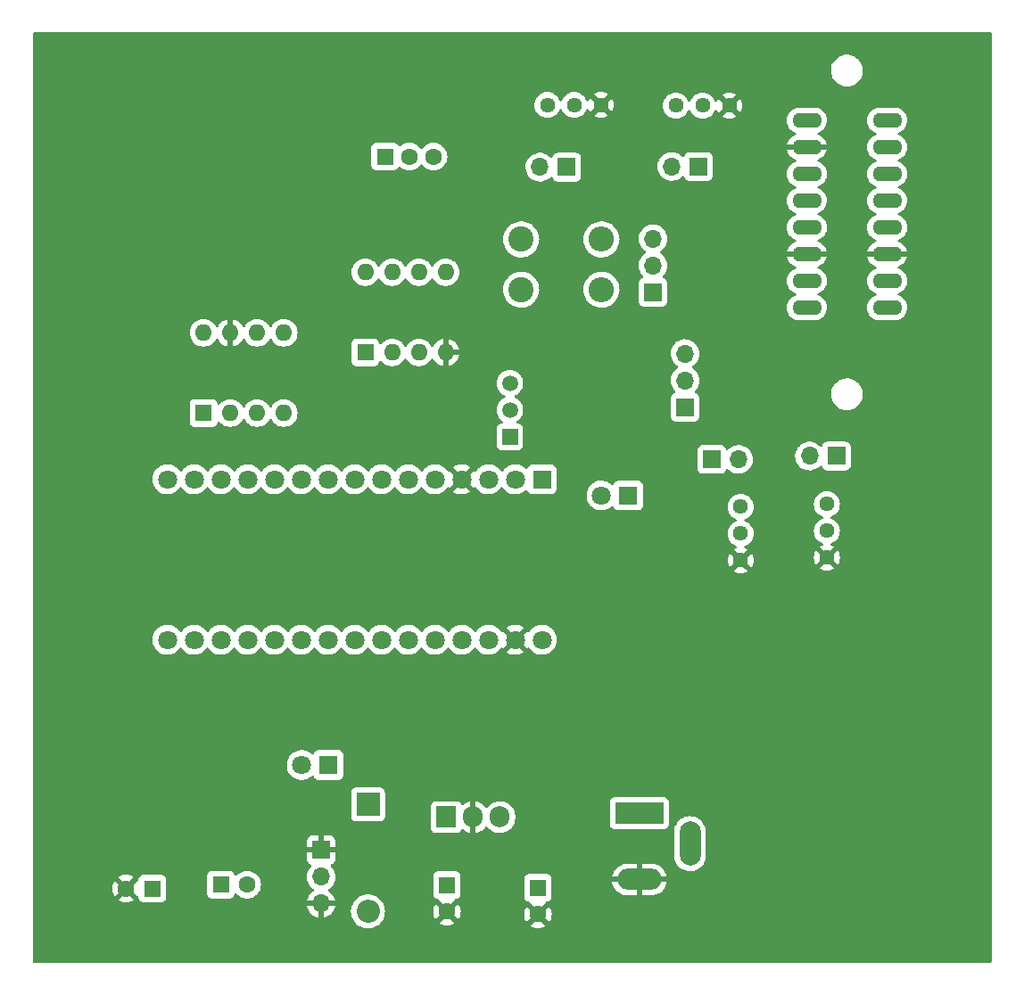
<source format=gbr>
%TF.GenerationSoftware,KiCad,Pcbnew,(6.0.7)*%
%TF.CreationDate,2023-04-20T22:54:43-04:00*%
%TF.ProjectId,NPN Tracer V2b,4e504e20-5472-4616-9365-72205632622e,rev?*%
%TF.SameCoordinates,Original*%
%TF.FileFunction,Copper,L2,Bot*%
%TF.FilePolarity,Positive*%
%FSLAX46Y46*%
G04 Gerber Fmt 4.6, Leading zero omitted, Abs format (unit mm)*
G04 Created by KiCad (PCBNEW (6.0.7)) date 2023-04-20 22:54:43*
%MOMM*%
%LPD*%
G01*
G04 APERTURE LIST*
%TA.AperFunction,ComponentPad*%
%ADD10R,4.600000X2.000000*%
%TD*%
%TA.AperFunction,ComponentPad*%
%ADD11O,4.200000X2.000000*%
%TD*%
%TA.AperFunction,ComponentPad*%
%ADD12O,2.000000X4.200000*%
%TD*%
%TA.AperFunction,ComponentPad*%
%ADD13R,1.800000X1.800000*%
%TD*%
%TA.AperFunction,ComponentPad*%
%ADD14C,1.800000*%
%TD*%
%TA.AperFunction,ComponentPad*%
%ADD15R,1.500000X1.500000*%
%TD*%
%TA.AperFunction,ComponentPad*%
%ADD16C,1.500000*%
%TD*%
%TA.AperFunction,ComponentPad*%
%ADD17R,2.200000X2.200000*%
%TD*%
%TA.AperFunction,ComponentPad*%
%ADD18O,2.200000X2.200000*%
%TD*%
%TA.AperFunction,ComponentPad*%
%ADD19R,1.700000X1.700000*%
%TD*%
%TA.AperFunction,ComponentPad*%
%ADD20O,1.700000X1.700000*%
%TD*%
%TA.AperFunction,ComponentPad*%
%ADD21R,1.600000X1.600000*%
%TD*%
%TA.AperFunction,ComponentPad*%
%ADD22C,1.600000*%
%TD*%
%TA.AperFunction,ComponentPad*%
%ADD23C,1.440000*%
%TD*%
%TA.AperFunction,ComponentPad*%
%ADD24R,1.599999X1.599999*%
%TD*%
%TA.AperFunction,ComponentPad*%
%ADD25C,1.599999*%
%TD*%
%TA.AperFunction,ComponentPad*%
%ADD26O,1.600000X1.600000*%
%TD*%
%TA.AperFunction,ComponentPad*%
%ADD27O,2.816000X1.408000*%
%TD*%
%TA.AperFunction,ComponentPad*%
%ADD28R,1.905000X2.000000*%
%TD*%
%TA.AperFunction,ComponentPad*%
%ADD29O,1.905000X2.000000*%
%TD*%
%TA.AperFunction,ComponentPad*%
%ADD30C,2.400000*%
%TD*%
%TA.AperFunction,ComponentPad*%
%ADD31O,2.400000X2.400000*%
%TD*%
G04 APERTURE END LIST*
D10*
%TO.P,J8,1*%
%TO.N,VIN*%
X110856000Y-139890500D03*
D11*
%TO.P,J8,2*%
%TO.N,GND*%
X110856000Y-146190500D03*
D12*
%TO.P,J8,3*%
%TO.N,N/C*%
X115656000Y-142790500D03*
%TD*%
D13*
%TO.P,D2,1,K*%
%TO.N,Net-(D2-Pad1)*%
X81348500Y-135318500D03*
D14*
%TO.P,D2,2,A*%
%TO.N,12V*%
X78808500Y-135318500D03*
%TD*%
D15*
%TO.P,Q1,1,E*%
%TO.N,VB_OUT*%
X98552000Y-104140000D03*
D16*
%TO.P,Q1,2,B*%
%TO.N,Net-(Q1-Pad2)*%
X98552000Y-101600000D03*
%TO.P,Q1,3,C*%
%TO.N,12V*%
X98552000Y-99060000D03*
%TD*%
D17*
%TO.P,D1,1,K*%
%TO.N,12V*%
X85090000Y-139065000D03*
D18*
%TO.P,D1,2,A*%
%TO.N,VIN*%
X85090000Y-149225000D03*
%TD*%
D19*
%TO.P,J6,1,Pin_1*%
%TO.N,Net-(ADC3-Pad3)*%
X129540000Y-105981500D03*
D20*
%TO.P,J6,2,Pin_2*%
%TO.N,BASE{slash}GATE*%
X127000000Y-105981500D03*
%TD*%
D21*
%TO.P,C4,1*%
%TO.N,12V*%
X92583000Y-146738849D03*
D22*
%TO.P,C4,2*%
%TO.N,GND*%
X92583000Y-149238849D03*
%TD*%
D23*
%TO.P,ADC1,1,1*%
%TO.N,GND*%
X107198000Y-72644000D03*
%TO.P,ADC1,2,2*%
%TO.N,ADC4*%
X104658000Y-72644000D03*
%TO.P,ADC1,3,3*%
%TO.N,Net-(ADC1-Pad3)*%
X102118000Y-72644000D03*
%TD*%
D24*
%TO.P,Q2,1,B*%
%TO.N,Net-(Q2-Pad1)*%
X86709500Y-77542999D03*
D25*
%TO.P,Q2,2,C*%
%TO.N,12V*%
X89009500Y-77542999D03*
%TO.P,Q2,3,E*%
%TO.N,VC_OUT*%
X91309500Y-77542999D03*
%TD*%
D23*
%TO.P,ADC4,1,1*%
%TO.N,GND*%
X120459500Y-115887500D03*
%TO.P,ADC4,2,2*%
%TO.N,ADC1*%
X120459500Y-113347500D03*
%TO.P,ADC4,3,3*%
%TO.N,Net-(ADC4-Pad3)*%
X120459500Y-110807500D03*
%TD*%
%TO.P,ADC3,1,1*%
%TO.N,GND*%
X128651000Y-115633500D03*
%TO.P,ADC3,2,2*%
%TO.N,ADC2*%
X128651000Y-113093500D03*
%TO.P,ADC3,3,3*%
%TO.N,Net-(ADC3-Pad3)*%
X128651000Y-110553500D03*
%TD*%
D19*
%TO.P,J2,1,Pin_1*%
%TO.N,COLLECTOR{slash}DRAIN*%
X116459000Y-78486000D03*
D20*
%TO.P,J2,2,Pin_2*%
%TO.N,Net-(ADC2-Pad3)*%
X113919000Y-78486000D03*
%TD*%
D19*
%TO.P,J7,1,Pin_1*%
%TO.N,GND*%
X80645000Y-143398000D03*
D20*
%TO.P,J7,2,Pin_2*%
%TO.N,VIN*%
X80645000Y-145938000D03*
%TO.P,J7,3,Pin_3*%
%TO.N,GND*%
X80645000Y-148478000D03*
%TD*%
D21*
%TO.P,C8,1*%
%TO.N,24V*%
X64619500Y-147066000D03*
D22*
%TO.P,C8,2*%
%TO.N,GND*%
X62119500Y-147066000D03*
%TD*%
D21*
%TO.P,U1,1*%
%TO.N,Net-(Q1-Pad2)*%
X84836000Y-96139000D03*
D26*
%TO.P,U1,2,-*%
%TO.N,Net-(R2-Pad2)*%
X87376000Y-96139000D03*
%TO.P,U1,3,+*%
%TO.N,Net-(R1-Pad2)*%
X89916000Y-96139000D03*
%TO.P,U1,4,V-*%
%TO.N,GND*%
X92456000Y-96139000D03*
%TO.P,U1,5,+*%
%TO.N,Net-(R8-Pad2)*%
X92456000Y-88519000D03*
%TO.P,U1,6,-*%
%TO.N,Net-(R10-Pad2)*%
X89916000Y-88519000D03*
%TO.P,U1,7*%
%TO.N,Net-(Q2-Pad1)*%
X87376000Y-88519000D03*
%TO.P,U1,8,V+*%
%TO.N,24V*%
X84836000Y-88519000D03*
%TD*%
D27*
%TO.P,ZX1,1*%
%TO.N,BASE{slash}GATE*%
X134366000Y-91884500D03*
%TO.P,ZX1,2*%
%TO.N,COLLECTOR{slash}DRAIN*%
X134366000Y-89344500D03*
%TO.P,ZX1,3*%
%TO.N,GND*%
X134366000Y-86804500D03*
%TO.P,ZX1,4*%
%TO.N,unconnected-(ZX1-Pad4)*%
X134366000Y-84264500D03*
%TO.P,ZX1,5*%
%TO.N,unconnected-(ZX1-Pad5)*%
X134366000Y-81724500D03*
%TO.P,ZX1,6*%
%TO.N,unconnected-(ZX1-Pad6)*%
X134366000Y-79184500D03*
%TO.P,ZX1,7*%
%TO.N,unconnected-(ZX1-Pad7)*%
X134366000Y-76644500D03*
%TO.P,ZX1,8*%
%TO.N,unconnected-(ZX1-Pad8)*%
X134366000Y-74104500D03*
%TO.P,ZX1,9*%
%TO.N,COLLECTOR{slash}DRAIN*%
X126746000Y-74104500D03*
%TO.P,ZX1,10*%
%TO.N,GND*%
X126746000Y-76644500D03*
%TO.P,ZX1,11*%
%TO.N,BASE{slash}GATE*%
X126746000Y-79184500D03*
%TO.P,ZX1,12*%
%TO.N,unconnected-(ZX1-Pad12)*%
X126746000Y-81724500D03*
%TO.P,ZX1,13*%
%TO.N,unconnected-(ZX1-Pad13)*%
X126746000Y-84264500D03*
%TO.P,ZX1,14*%
%TO.N,GND*%
X126746000Y-86804500D03*
%TO.P,ZX1,15*%
%TO.N,BASE{slash}GATE*%
X126746000Y-89344500D03*
%TO.P,ZX1,16*%
%TO.N,COLLECTOR{slash}DRAIN*%
X126746000Y-91884500D03*
%TD*%
D21*
%TO.P,C7,1*%
%TO.N,Net-(C7-Pad1)*%
X71120000Y-146685000D03*
D22*
%TO.P,C7,2*%
%TO.N,Net-(C7-Pad2)*%
X73620000Y-146685000D03*
%TD*%
D13*
%TO.P,D6,1,K*%
%TO.N,Net-(D6-Pad1)*%
X109791500Y-109728000D03*
D14*
%TO.P,D6,2,A*%
%TO.N,Net-(D6-Pad2)*%
X107251500Y-109728000D03*
%TD*%
D19*
%TO.P,J5,1,Pin_1*%
%TO.N,VB_OUT*%
X117724000Y-106299000D03*
D20*
%TO.P,J5,2,Pin_2*%
%TO.N,Net-(ADC4-Pad3)*%
X120264000Y-106299000D03*
%TD*%
D23*
%TO.P,ADC2,1,1*%
%TO.N,GND*%
X119390000Y-72707500D03*
%TO.P,ADC2,2,2*%
%TO.N,ADC3*%
X116850000Y-72707500D03*
%TO.P,ADC2,3,3*%
%TO.N,Net-(ADC2-Pad3)*%
X114310000Y-72707500D03*
%TD*%
D19*
%TO.P,J4,1,Pin_1*%
%TO.N,Net-(J4-Pad1)*%
X115189000Y-101331000D03*
D20*
%TO.P,J4,2,Pin_2*%
%TO.N,BASE{slash}GATE*%
X115189000Y-98791000D03*
%TO.P,J4,3,Pin_3*%
%TO.N,Net-(J4-Pad3)*%
X115189000Y-96251000D03*
%TD*%
D28*
%TO.P,U3,1,VI*%
%TO.N,12V*%
X92519500Y-140271500D03*
D29*
%TO.P,U3,2,GND*%
%TO.N,GND*%
X95059500Y-140271500D03*
%TO.P,U3,3,VO*%
%TO.N,5V*%
X97599500Y-140271500D03*
%TD*%
D30*
%TO.P,R5,1*%
%TO.N,VC_OUT*%
X99631500Y-90170000D03*
D31*
%TO.P,R5,2*%
%TO.N,Net-(J1-Pad1)*%
X107251500Y-90170000D03*
%TD*%
D19*
%TO.P,J3,1,Pin_1*%
%TO.N,Net-(ADC1-Pad3)*%
X103949500Y-78549500D03*
D20*
%TO.P,J3,2,Pin_2*%
%TO.N,VC_OUT*%
X101409500Y-78549500D03*
%TD*%
D30*
%TO.P,R6,1*%
%TO.N,VC_OUT*%
X99631500Y-85407500D03*
D31*
%TO.P,R6,2*%
%TO.N,Net-(J1-Pad3)*%
X107251500Y-85407500D03*
%TD*%
D13*
%TO.P,TB1,1,D1/TX*%
%TO.N,unconnected-(TB1-Pad1)*%
X101600000Y-108189500D03*
D14*
%TO.P,TB1,2,D0/RX*%
%TO.N,unconnected-(TB1-Pad2)*%
X99060000Y-108189500D03*
%TO.P,TB1,3,RESET*%
%TO.N,unconnected-(TB1-Pad3)*%
X96520000Y-108189500D03*
%TO.P,TB1,4,COM/GND*%
%TO.N,GND*%
X93980000Y-108189500D03*
%TO.P,TB1,5,D2*%
%TO.N,Net-(D6-Pad2)*%
X91440000Y-108189500D03*
%TO.P,TB1,6,D3*%
%TO.N,unconnected-(TB1-Pad6)*%
X88900000Y-108189500D03*
%TO.P,TB1,7,D4*%
%TO.N,unconnected-(TB1-Pad7)*%
X86360000Y-108189500D03*
%TO.P,TB1,8,D5*%
%TO.N,unconnected-(TB1-Pad8)*%
X83820000Y-108189500D03*
%TO.P,TB1,9,D6*%
%TO.N,unconnected-(TB1-Pad9)*%
X81280000Y-108189500D03*
%TO.P,TB1,10,D7*%
%TO.N,unconnected-(TB1-Pad10)*%
X78740000Y-108189500D03*
%TO.P,TB1,11,D8*%
%TO.N,unconnected-(TB1-Pad11)*%
X76200000Y-108189500D03*
%TO.P,TB1,12,D9*%
%TO.N,LDAC*%
X73660000Y-108189500D03*
%TO.P,TB1,13,D10*%
%TO.N,CS*%
X71120000Y-108189500D03*
%TO.P,TB1,14,D11/MOSI*%
%TO.N,SDI*%
X68580000Y-108189500D03*
%TO.P,TB1,15,D12/MISO*%
%TO.N,unconnected-(TB1-Pad15)*%
X66040000Y-108189500D03*
%TO.P,TB1,16,D13/SCK*%
%TO.N,SCK*%
X66040000Y-123429500D03*
%TO.P,TB1,17,3V3*%
%TO.N,unconnected-(TB1-Pad17)*%
X68580000Y-123429500D03*
%TO.P,TB1,18,AREF*%
%TO.N,unconnected-(TB1-Pad18)*%
X71120000Y-123429500D03*
%TO.P,TB1,19,A0*%
%TO.N,unconnected-(TB1-Pad19)*%
X73660000Y-123429500D03*
%TO.P,TB1,20,A1*%
%TO.N,ADC1*%
X76200000Y-123429500D03*
%TO.P,TB1,21,A2*%
%TO.N,ADC2*%
X78740000Y-123429500D03*
%TO.P,TB1,22,A3*%
%TO.N,ADC3*%
X81280000Y-123429500D03*
%TO.P,TB1,23,A4*%
%TO.N,ADC4*%
X83820000Y-123429500D03*
%TO.P,TB1,24,A5*%
%TO.N,Net-(C12-Pad1)*%
X86360000Y-123429500D03*
%TO.P,TB1,25,A6*%
%TO.N,unconnected-(TB1-Pad25)*%
X88900000Y-123429500D03*
%TO.P,TB1,26,A7*%
%TO.N,unconnected-(TB1-Pad26)*%
X91440000Y-123429500D03*
%TO.P,TB1,27,+5V*%
%TO.N,uCPower*%
X93980000Y-123429500D03*
%TO.P,TB1,28,RESET*%
%TO.N,unconnected-(TB1-Pad28)*%
X96520000Y-123429500D03*
%TO.P,TB1,29,COM/GND*%
%TO.N,GND*%
X99060000Y-123429500D03*
%TO.P,TB1,30,VIN*%
%TO.N,unconnected-(TB1-Pad30)*%
X101600000Y-123429500D03*
%TD*%
D19*
%TO.P,J1,1,Pin_1*%
%TO.N,Net-(J1-Pad1)*%
X112141000Y-90424000D03*
D20*
%TO.P,J1,2,Pin_2*%
%TO.N,COLLECTOR{slash}DRAIN*%
X112141000Y-87884000D03*
%TO.P,J1,3,Pin_3*%
%TO.N,Net-(J1-Pad3)*%
X112141000Y-85344000D03*
%TD*%
D21*
%TO.P,U2,1,Vdd*%
%TO.N,DacPower*%
X69479000Y-101893000D03*
D26*
%TO.P,U2,2,~{CS}*%
%TO.N,CS*%
X72019000Y-101893000D03*
%TO.P,U2,3,SCK*%
%TO.N,SCK*%
X74559000Y-101893000D03*
%TO.P,U2,4,SDI*%
%TO.N,SDI*%
X77099000Y-101893000D03*
%TO.P,U2,5,~{LDAC}*%
%TO.N,LDAC*%
X77099000Y-94273000D03*
%TO.P,U2,6,VB*%
%TO.N,Net-(R1-Pad1)*%
X74559000Y-94273000D03*
%TO.P,U2,7,Vss*%
%TO.N,GND*%
X72019000Y-94273000D03*
%TO.P,U2,8,VA*%
%TO.N,Net-(R8-Pad1)*%
X69479000Y-94273000D03*
%TD*%
D21*
%TO.P,C5,1*%
%TO.N,5V*%
X101219000Y-146992849D03*
D22*
%TO.P,C5,2*%
%TO.N,GND*%
X101219000Y-149492849D03*
%TD*%
%TA.AperFunction,Conductor*%
%TO.N,GND*%
G36*
X144213621Y-65743002D02*
G01*
X144260114Y-65796658D01*
X144271500Y-65849000D01*
X144271500Y-153988000D01*
X144251498Y-154056121D01*
X144197842Y-154102614D01*
X144145500Y-154114000D01*
X53403000Y-154114000D01*
X53334879Y-154093998D01*
X53288386Y-154040342D01*
X53277000Y-153988000D01*
X53277000Y-148745966D01*
X79313257Y-148745966D01*
X79343565Y-148880446D01*
X79346645Y-148890275D01*
X79426770Y-149087603D01*
X79431413Y-149096794D01*
X79542694Y-149278388D01*
X79548777Y-149286699D01*
X79688213Y-149447667D01*
X79695580Y-149454883D01*
X79859434Y-149590916D01*
X79867881Y-149596831D01*
X80051756Y-149704279D01*
X80061042Y-149708729D01*
X80260001Y-149784703D01*
X80269899Y-149787579D01*
X80373250Y-149808606D01*
X80387299Y-149807410D01*
X80391000Y-149797065D01*
X80391000Y-149796517D01*
X80899000Y-149796517D01*
X80903064Y-149810359D01*
X80916478Y-149812393D01*
X80923184Y-149811534D01*
X80933262Y-149809392D01*
X81137255Y-149748191D01*
X81146842Y-149744433D01*
X81338095Y-149650739D01*
X81346945Y-149645464D01*
X81520328Y-149521792D01*
X81528200Y-149515139D01*
X81679052Y-149364812D01*
X81685730Y-149356965D01*
X81780556Y-149225000D01*
X83476526Y-149225000D01*
X83496391Y-149477403D01*
X83497545Y-149482210D01*
X83497546Y-149482216D01*
X83535179Y-149638968D01*
X83555495Y-149723591D01*
X83557388Y-149728162D01*
X83557389Y-149728164D01*
X83649716Y-149951060D01*
X83652384Y-149957502D01*
X83784672Y-150173376D01*
X83949102Y-150365898D01*
X84141624Y-150530328D01*
X84357498Y-150662616D01*
X84362068Y-150664509D01*
X84362072Y-150664511D01*
X84515554Y-150728085D01*
X84591409Y-150759505D01*
X84676032Y-150779821D01*
X84832784Y-150817454D01*
X84832790Y-150817455D01*
X84837597Y-150818609D01*
X85090000Y-150838474D01*
X85342403Y-150818609D01*
X85347210Y-150817455D01*
X85347216Y-150817454D01*
X85503968Y-150779821D01*
X85588591Y-150759505D01*
X85664446Y-150728085D01*
X85817928Y-150664511D01*
X85817932Y-150664509D01*
X85822502Y-150662616D01*
X85959096Y-150578911D01*
X100497493Y-150578911D01*
X100506789Y-150590926D01*
X100557994Y-150626780D01*
X100567489Y-150632263D01*
X100764947Y-150724339D01*
X100775239Y-150728085D01*
X100985688Y-150784474D01*
X100996481Y-150786377D01*
X101213525Y-150805366D01*
X101224475Y-150805366D01*
X101441519Y-150786377D01*
X101452312Y-150784474D01*
X101662761Y-150728085D01*
X101673053Y-150724339D01*
X101870511Y-150632263D01*
X101880006Y-150626780D01*
X101932048Y-150590340D01*
X101940424Y-150579861D01*
X101933356Y-150566415D01*
X101231812Y-149864871D01*
X101217868Y-149857257D01*
X101216035Y-149857388D01*
X101209420Y-149861639D01*
X100503923Y-150567136D01*
X100497493Y-150578911D01*
X85959096Y-150578911D01*
X86038376Y-150530328D01*
X86230898Y-150365898D01*
X86265904Y-150324911D01*
X91861493Y-150324911D01*
X91870789Y-150336926D01*
X91921994Y-150372780D01*
X91931489Y-150378263D01*
X92128947Y-150470339D01*
X92139239Y-150474085D01*
X92349688Y-150530474D01*
X92360481Y-150532377D01*
X92577525Y-150551366D01*
X92588475Y-150551366D01*
X92805519Y-150532377D01*
X92816312Y-150530474D01*
X93026761Y-150474085D01*
X93037053Y-150470339D01*
X93234511Y-150378263D01*
X93244006Y-150372780D01*
X93296048Y-150336340D01*
X93304424Y-150325861D01*
X93297356Y-150312415D01*
X92595812Y-149610871D01*
X92581868Y-149603257D01*
X92580035Y-149603388D01*
X92573420Y-149607639D01*
X91867923Y-150313136D01*
X91861493Y-150324911D01*
X86265904Y-150324911D01*
X86395328Y-150173376D01*
X86527616Y-149957502D01*
X86530285Y-149951060D01*
X86622611Y-149728164D01*
X86622612Y-149728162D01*
X86624505Y-149723591D01*
X86644821Y-149638968D01*
X86682454Y-149482216D01*
X86682455Y-149482210D01*
X86683609Y-149477403D01*
X86701953Y-149244324D01*
X91270483Y-149244324D01*
X91289472Y-149461368D01*
X91291375Y-149472161D01*
X91347764Y-149682610D01*
X91351510Y-149692902D01*
X91443586Y-149890360D01*
X91449069Y-149899855D01*
X91485509Y-149951897D01*
X91495988Y-149960273D01*
X91509434Y-149953205D01*
X92210978Y-149251661D01*
X92217356Y-149239981D01*
X92947408Y-149239981D01*
X92947539Y-149241814D01*
X92951790Y-149248429D01*
X93657287Y-149953926D01*
X93669062Y-149960356D01*
X93681077Y-149951060D01*
X93716931Y-149899855D01*
X93722414Y-149890360D01*
X93814490Y-149692902D01*
X93818236Y-149682610D01*
X93867615Y-149498324D01*
X99906483Y-149498324D01*
X99925472Y-149715368D01*
X99927375Y-149726161D01*
X99983764Y-149936610D01*
X99987510Y-149946902D01*
X100079586Y-150144360D01*
X100085069Y-150153855D01*
X100121509Y-150205897D01*
X100131988Y-150214273D01*
X100145434Y-150207205D01*
X100846978Y-149505661D01*
X100853356Y-149493981D01*
X101583408Y-149493981D01*
X101583539Y-149495814D01*
X101587790Y-149502429D01*
X102293287Y-150207926D01*
X102305062Y-150214356D01*
X102317077Y-150205060D01*
X102352931Y-150153855D01*
X102358414Y-150144360D01*
X102450490Y-149946902D01*
X102454236Y-149936610D01*
X102510625Y-149726161D01*
X102512528Y-149715368D01*
X102531517Y-149498324D01*
X102531517Y-149487374D01*
X102512528Y-149270330D01*
X102510625Y-149259537D01*
X102454236Y-149049088D01*
X102450490Y-149038796D01*
X102358414Y-148841338D01*
X102352931Y-148831843D01*
X102316491Y-148779801D01*
X102306012Y-148771425D01*
X102292566Y-148778493D01*
X101591022Y-149480037D01*
X101583408Y-149493981D01*
X100853356Y-149493981D01*
X100854592Y-149491717D01*
X100854461Y-149489884D01*
X100850210Y-149483269D01*
X100144713Y-148777772D01*
X100132938Y-148771342D01*
X100120923Y-148780638D01*
X100085069Y-148831843D01*
X100079586Y-148841338D01*
X99987510Y-149038796D01*
X99983764Y-149049088D01*
X99927375Y-149259537D01*
X99925472Y-149270330D01*
X99906483Y-149487374D01*
X99906483Y-149498324D01*
X93867615Y-149498324D01*
X93874625Y-149472161D01*
X93876528Y-149461368D01*
X93895517Y-149244324D01*
X93895517Y-149233374D01*
X93876528Y-149016330D01*
X93874625Y-149005537D01*
X93818236Y-148795088D01*
X93814490Y-148784796D01*
X93722414Y-148587338D01*
X93716931Y-148577843D01*
X93680491Y-148525801D01*
X93670012Y-148517425D01*
X93656566Y-148524493D01*
X92955022Y-149226037D01*
X92947408Y-149239981D01*
X92217356Y-149239981D01*
X92218592Y-149237717D01*
X92218461Y-149235884D01*
X92214210Y-149229269D01*
X91508713Y-148523772D01*
X91496938Y-148517342D01*
X91484923Y-148526638D01*
X91449069Y-148577843D01*
X91443586Y-148587338D01*
X91351510Y-148784796D01*
X91347764Y-148795088D01*
X91291375Y-149005537D01*
X91289472Y-149016330D01*
X91270483Y-149233374D01*
X91270483Y-149244324D01*
X86701953Y-149244324D01*
X86703474Y-149225000D01*
X86683609Y-148972597D01*
X86663846Y-148890275D01*
X86630196Y-148750115D01*
X86624505Y-148726409D01*
X86562967Y-148577843D01*
X86529511Y-148497072D01*
X86529509Y-148497068D01*
X86527616Y-148492498D01*
X86395328Y-148276624D01*
X86230898Y-148084102D01*
X86038376Y-147919672D01*
X85822502Y-147787384D01*
X85817932Y-147785491D01*
X85817928Y-147785489D01*
X85593164Y-147692389D01*
X85593162Y-147692388D01*
X85588591Y-147690495D01*
X85503968Y-147670179D01*
X85347216Y-147632546D01*
X85347210Y-147632545D01*
X85342403Y-147631391D01*
X85090000Y-147611526D01*
X84837597Y-147631391D01*
X84832790Y-147632545D01*
X84832784Y-147632546D01*
X84676032Y-147670179D01*
X84591409Y-147690495D01*
X84586838Y-147692388D01*
X84586836Y-147692389D01*
X84362072Y-147785489D01*
X84362068Y-147785491D01*
X84357498Y-147787384D01*
X84141624Y-147919672D01*
X83949102Y-148084102D01*
X83784672Y-148276624D01*
X83652384Y-148492498D01*
X83650491Y-148497068D01*
X83650489Y-148497072D01*
X83617033Y-148577843D01*
X83555495Y-148726409D01*
X83549804Y-148750115D01*
X83516155Y-148890275D01*
X83496391Y-148972597D01*
X83476526Y-149225000D01*
X81780556Y-149225000D01*
X81810003Y-149184020D01*
X81815313Y-149175183D01*
X81909670Y-148984267D01*
X81913469Y-148974672D01*
X81975377Y-148770910D01*
X81977555Y-148760837D01*
X81978986Y-148749962D01*
X81976775Y-148735778D01*
X81963617Y-148732000D01*
X80917115Y-148732000D01*
X80901876Y-148736475D01*
X80900671Y-148737865D01*
X80899000Y-148745548D01*
X80899000Y-149796517D01*
X80391000Y-149796517D01*
X80391000Y-148750115D01*
X80386525Y-148734876D01*
X80385135Y-148733671D01*
X80377452Y-148732000D01*
X79328225Y-148732000D01*
X79314694Y-148735973D01*
X79313257Y-148745966D01*
X53277000Y-148745966D01*
X53277000Y-148152062D01*
X61397993Y-148152062D01*
X61407289Y-148164077D01*
X61458494Y-148199931D01*
X61467989Y-148205414D01*
X61665447Y-148297490D01*
X61675739Y-148301236D01*
X61886188Y-148357625D01*
X61896981Y-148359528D01*
X62114025Y-148378517D01*
X62124975Y-148378517D01*
X62342019Y-148359528D01*
X62352812Y-148357625D01*
X62563261Y-148301236D01*
X62573553Y-148297490D01*
X62771011Y-148205414D01*
X62780506Y-148199931D01*
X62832548Y-148163491D01*
X62840924Y-148153012D01*
X62833856Y-148139566D01*
X62132312Y-147438022D01*
X62118368Y-147430408D01*
X62116535Y-147430539D01*
X62109920Y-147434790D01*
X61404423Y-148140287D01*
X61397993Y-148152062D01*
X53277000Y-148152062D01*
X53277000Y-147071475D01*
X60806983Y-147071475D01*
X60825972Y-147288519D01*
X60827875Y-147299312D01*
X60884264Y-147509761D01*
X60888010Y-147520053D01*
X60980086Y-147717511D01*
X60985569Y-147727006D01*
X61022009Y-147779048D01*
X61032488Y-147787424D01*
X61045934Y-147780356D01*
X61747478Y-147078812D01*
X61753856Y-147067132D01*
X62483908Y-147067132D01*
X62484039Y-147068965D01*
X62488290Y-147075580D01*
X63193787Y-147781077D01*
X63235529Y-147803871D01*
X63245529Y-147806047D01*
X63295727Y-147856253D01*
X63310951Y-147909814D01*
X63311000Y-147910717D01*
X63311000Y-147914134D01*
X63311369Y-147917530D01*
X63311369Y-147917532D01*
X63311714Y-147920707D01*
X63317755Y-147976316D01*
X63368885Y-148112705D01*
X63456239Y-148229261D01*
X63572795Y-148316615D01*
X63709184Y-148367745D01*
X63771366Y-148374500D01*
X65467634Y-148374500D01*
X65529816Y-148367745D01*
X65666205Y-148316615D01*
X65782761Y-148229261D01*
X65870115Y-148112705D01*
X65921245Y-147976316D01*
X65928000Y-147914134D01*
X65928000Y-147533134D01*
X69811500Y-147533134D01*
X69818255Y-147595316D01*
X69869385Y-147731705D01*
X69956739Y-147848261D01*
X70073295Y-147935615D01*
X70209684Y-147986745D01*
X70271866Y-147993500D01*
X71968134Y-147993500D01*
X72030316Y-147986745D01*
X72166705Y-147935615D01*
X72283261Y-147848261D01*
X72370615Y-147731705D01*
X72421745Y-147595316D01*
X72423691Y-147596046D01*
X72453545Y-147543795D01*
X72516503Y-147510979D01*
X72587207Y-147517409D01*
X72630000Y-147545498D01*
X72775700Y-147691198D01*
X72780208Y-147694355D01*
X72780211Y-147694357D01*
X72821542Y-147723297D01*
X72963251Y-147822523D01*
X72968233Y-147824846D01*
X72968238Y-147824849D01*
X73165775Y-147916961D01*
X73170757Y-147919284D01*
X73176065Y-147920706D01*
X73176067Y-147920707D01*
X73386598Y-147977119D01*
X73386600Y-147977119D01*
X73391913Y-147978543D01*
X73620000Y-147998498D01*
X73848087Y-147978543D01*
X73853400Y-147977119D01*
X73853402Y-147977119D01*
X74063933Y-147920707D01*
X74063935Y-147920706D01*
X74069243Y-147919284D01*
X74074225Y-147916961D01*
X74271762Y-147824849D01*
X74271767Y-147824846D01*
X74276749Y-147822523D01*
X74418458Y-147723297D01*
X74459789Y-147694357D01*
X74459792Y-147694355D01*
X74464300Y-147691198D01*
X74626198Y-147529300D01*
X74634525Y-147517409D01*
X74754366Y-147346257D01*
X74757523Y-147341749D01*
X74759846Y-147336767D01*
X74759849Y-147336762D01*
X74851961Y-147139225D01*
X74851961Y-147139224D01*
X74854284Y-147134243D01*
X74872267Y-147067132D01*
X74912119Y-146918402D01*
X74912119Y-146918400D01*
X74913543Y-146913087D01*
X74933498Y-146685000D01*
X74913543Y-146456913D01*
X74912119Y-146451598D01*
X74855707Y-146241067D01*
X74855706Y-146241065D01*
X74854284Y-146235757D01*
X74851961Y-146230775D01*
X74759849Y-146033238D01*
X74759846Y-146033233D01*
X74757523Y-146028251D01*
X74671008Y-145904695D01*
X79282251Y-145904695D01*
X79282548Y-145909848D01*
X79282548Y-145909851D01*
X79292078Y-146075134D01*
X79295110Y-146127715D01*
X79296247Y-146132761D01*
X79296248Y-146132767D01*
X79316197Y-146221283D01*
X79344222Y-146345639D01*
X79428266Y-146552616D01*
X79430965Y-146557020D01*
X79532333Y-146722438D01*
X79544987Y-146743088D01*
X79691250Y-146911938D01*
X79767846Y-146975529D01*
X79857022Y-147049564D01*
X79863126Y-147054632D01*
X79936955Y-147097774D01*
X79985679Y-147149412D01*
X79998750Y-147219195D01*
X79972019Y-147284967D01*
X79931562Y-147318327D01*
X79923457Y-147322546D01*
X79914738Y-147328036D01*
X79744433Y-147455905D01*
X79736726Y-147462748D01*
X79589590Y-147616717D01*
X79583104Y-147624727D01*
X79463098Y-147800649D01*
X79458000Y-147809623D01*
X79368338Y-148002783D01*
X79364775Y-148012470D01*
X79309389Y-148212183D01*
X79310912Y-148220607D01*
X79323292Y-148224000D01*
X81963344Y-148224000D01*
X81976875Y-148220027D01*
X81978180Y-148210947D01*
X81936214Y-148043875D01*
X81932894Y-148034124D01*
X81847972Y-147838814D01*
X81843105Y-147829739D01*
X81727426Y-147650926D01*
X81721136Y-147642757D01*
X81670385Y-147586983D01*
X91274500Y-147586983D01*
X91281255Y-147649165D01*
X91332385Y-147785554D01*
X91419739Y-147902110D01*
X91536295Y-147989464D01*
X91672684Y-148040594D01*
X91716252Y-148045327D01*
X91731486Y-148046982D01*
X91731489Y-148046982D01*
X91734866Y-148047349D01*
X91738185Y-148047349D01*
X91805110Y-148071002D01*
X91840804Y-148117005D01*
X91842734Y-148115990D01*
X91848442Y-148126849D01*
X91848632Y-148127094D01*
X91848653Y-148127252D01*
X91868644Y-148165283D01*
X92570188Y-148866827D01*
X92584132Y-148874441D01*
X92585965Y-148874310D01*
X92592580Y-148870059D01*
X93298077Y-148164562D01*
X93320871Y-148122820D01*
X93323047Y-148112820D01*
X93373253Y-148062622D01*
X93426814Y-148047398D01*
X93427719Y-148047349D01*
X93431134Y-148047349D01*
X93434530Y-148046980D01*
X93434532Y-148046980D01*
X93446879Y-148045639D01*
X93493316Y-148040594D01*
X93629705Y-147989464D01*
X93746261Y-147902110D01*
X93792073Y-147840983D01*
X99910500Y-147840983D01*
X99917255Y-147903165D01*
X99968385Y-148039554D01*
X100055739Y-148156110D01*
X100172295Y-148243464D01*
X100308684Y-148294594D01*
X100352252Y-148299327D01*
X100367486Y-148300982D01*
X100367489Y-148300982D01*
X100370866Y-148301349D01*
X100374185Y-148301349D01*
X100441110Y-148325002D01*
X100476804Y-148371005D01*
X100478734Y-148369990D01*
X100484442Y-148380849D01*
X100484632Y-148381094D01*
X100484653Y-148381252D01*
X100504644Y-148419283D01*
X101206188Y-149120827D01*
X101220132Y-149128441D01*
X101221965Y-149128310D01*
X101228580Y-149124059D01*
X101934077Y-148418562D01*
X101956871Y-148376820D01*
X101959047Y-148366820D01*
X102009253Y-148316622D01*
X102062814Y-148301398D01*
X102063719Y-148301349D01*
X102067134Y-148301349D01*
X102070530Y-148300980D01*
X102070532Y-148300980D01*
X102082879Y-148299639D01*
X102129316Y-148294594D01*
X102265705Y-148243464D01*
X102382261Y-148156110D01*
X102469615Y-148039554D01*
X102520745Y-147903165D01*
X102527500Y-147840983D01*
X102527500Y-146461614D01*
X108269275Y-146461614D01*
X108271325Y-146479330D01*
X108273285Y-146489227D01*
X108336604Y-146712994D01*
X108340116Y-146722438D01*
X108438399Y-146933205D01*
X108443378Y-146941971D01*
X108574087Y-147134302D01*
X108580419Y-147142177D01*
X108740186Y-147311126D01*
X108747695Y-147317887D01*
X108932426Y-147459125D01*
X108940905Y-147464589D01*
X109145847Y-147574478D01*
X109155099Y-147578520D01*
X109374971Y-147654227D01*
X109384743Y-147656736D01*
X109614971Y-147696504D01*
X109622843Y-147697359D01*
X109646551Y-147698436D01*
X109649384Y-147698500D01*
X110583885Y-147698500D01*
X110599124Y-147694025D01*
X110600329Y-147692635D01*
X110602000Y-147684952D01*
X110602000Y-147680385D01*
X111110000Y-147680385D01*
X111114475Y-147695624D01*
X111115865Y-147696829D01*
X111123548Y-147698500D01*
X112014456Y-147698500D01*
X112019488Y-147698298D01*
X112192843Y-147684350D01*
X112202796Y-147682738D01*
X112428633Y-147627267D01*
X112438203Y-147624084D01*
X112652265Y-147533220D01*
X112661207Y-147528545D01*
X112857987Y-147404626D01*
X112866060Y-147398586D01*
X113040500Y-147244797D01*
X113047504Y-147237544D01*
X113195110Y-147057846D01*
X113200866Y-147049564D01*
X113317841Y-146848581D01*
X113322203Y-146839476D01*
X113405537Y-146622385D01*
X113408388Y-146612696D01*
X113439821Y-146462236D01*
X113438698Y-146448175D01*
X113428590Y-146444500D01*
X111128115Y-146444500D01*
X111112876Y-146448975D01*
X111111671Y-146450365D01*
X111110000Y-146458048D01*
X111110000Y-147680385D01*
X110602000Y-147680385D01*
X110602000Y-146462615D01*
X110597525Y-146447376D01*
X110596135Y-146446171D01*
X110588452Y-146444500D01*
X108285410Y-146444500D01*
X108271324Y-146448636D01*
X108269275Y-146461614D01*
X102527500Y-146461614D01*
X102527500Y-146144715D01*
X102520745Y-146082533D01*
X102469615Y-145946144D01*
X102449095Y-145918764D01*
X108272179Y-145918764D01*
X108273302Y-145932825D01*
X108283410Y-145936500D01*
X110583885Y-145936500D01*
X110599124Y-145932025D01*
X110600329Y-145930635D01*
X110602000Y-145922952D01*
X110602000Y-145918385D01*
X111110000Y-145918385D01*
X111114475Y-145933624D01*
X111115865Y-145934829D01*
X111123548Y-145936500D01*
X113426590Y-145936500D01*
X113440676Y-145932364D01*
X113442725Y-145919386D01*
X113440675Y-145901670D01*
X113438715Y-145891773D01*
X113375396Y-145668006D01*
X113371884Y-145658562D01*
X113273601Y-145447795D01*
X113268622Y-145439029D01*
X113137913Y-145246698D01*
X113131581Y-145238823D01*
X112971814Y-145069874D01*
X112964305Y-145063113D01*
X112779574Y-144921875D01*
X112771095Y-144916411D01*
X112566153Y-144806522D01*
X112556901Y-144802480D01*
X112337029Y-144726773D01*
X112327257Y-144724264D01*
X112097029Y-144684496D01*
X112089157Y-144683641D01*
X112065449Y-144682564D01*
X112062616Y-144682500D01*
X111128115Y-144682500D01*
X111112876Y-144686975D01*
X111111671Y-144688365D01*
X111110000Y-144696048D01*
X111110000Y-145918385D01*
X110602000Y-145918385D01*
X110602000Y-144700615D01*
X110597525Y-144685376D01*
X110596135Y-144684171D01*
X110588452Y-144682500D01*
X109697544Y-144682500D01*
X109692512Y-144682702D01*
X109519157Y-144696650D01*
X109509204Y-144698262D01*
X109283367Y-144753733D01*
X109273797Y-144756916D01*
X109059735Y-144847780D01*
X109050793Y-144852455D01*
X108854013Y-144976374D01*
X108845940Y-144982414D01*
X108671500Y-145136203D01*
X108664496Y-145143456D01*
X108516890Y-145323154D01*
X108511134Y-145331436D01*
X108394159Y-145532419D01*
X108389797Y-145541524D01*
X108306463Y-145758615D01*
X108303612Y-145768304D01*
X108272179Y-145918764D01*
X102449095Y-145918764D01*
X102382261Y-145829588D01*
X102265705Y-145742234D01*
X102129316Y-145691104D01*
X102067134Y-145684349D01*
X100370866Y-145684349D01*
X100308684Y-145691104D01*
X100172295Y-145742234D01*
X100055739Y-145829588D01*
X99968385Y-145946144D01*
X99917255Y-146082533D01*
X99910500Y-146144715D01*
X99910500Y-147840983D01*
X93792073Y-147840983D01*
X93833615Y-147785554D01*
X93884745Y-147649165D01*
X93891500Y-147586983D01*
X93891500Y-145890715D01*
X93884745Y-145828533D01*
X93833615Y-145692144D01*
X93746261Y-145575588D01*
X93629705Y-145488234D01*
X93493316Y-145437104D01*
X93431134Y-145430349D01*
X91734866Y-145430349D01*
X91672684Y-145437104D01*
X91536295Y-145488234D01*
X91419739Y-145575588D01*
X91332385Y-145692144D01*
X91281255Y-145828533D01*
X91274500Y-145890715D01*
X91274500Y-147586983D01*
X81670385Y-147586983D01*
X81577806Y-147485240D01*
X81570273Y-147478215D01*
X81403139Y-147346222D01*
X81394556Y-147340520D01*
X81357602Y-147320120D01*
X81307631Y-147269687D01*
X81292859Y-147200245D01*
X81317975Y-147133839D01*
X81345327Y-147107232D01*
X81385170Y-147078812D01*
X81524860Y-146979173D01*
X81683096Y-146821489D01*
X81742594Y-146738689D01*
X81810435Y-146644277D01*
X81813453Y-146640077D01*
X81826986Y-146612696D01*
X81910136Y-146444453D01*
X81910137Y-146444451D01*
X81912430Y-146439811D01*
X81947676Y-146323804D01*
X81975865Y-146231023D01*
X81975865Y-146231021D01*
X81977370Y-146226069D01*
X82006529Y-146004590D01*
X82008156Y-145938000D01*
X81989852Y-145715361D01*
X81935431Y-145498702D01*
X81846354Y-145293840D01*
X81744098Y-145135776D01*
X81727822Y-145110617D01*
X81727820Y-145110614D01*
X81725014Y-145106277D01*
X81721540Y-145102459D01*
X81721533Y-145102450D01*
X81577435Y-144944088D01*
X81546383Y-144880242D01*
X81554779Y-144809744D01*
X81599956Y-144754976D01*
X81626400Y-144741307D01*
X81733052Y-144701325D01*
X81748649Y-144692786D01*
X81850724Y-144616285D01*
X81863285Y-144603724D01*
X81939786Y-144501649D01*
X81948324Y-144486054D01*
X81993478Y-144365606D01*
X81997105Y-144350351D01*
X82002631Y-144299486D01*
X82003000Y-144292672D01*
X82003000Y-143951501D01*
X114147500Y-143951501D01*
X114147702Y-143954009D01*
X114147702Y-143954014D01*
X114153943Y-144031574D01*
X114162060Y-144132465D01*
X114163266Y-144137373D01*
X114163266Y-144137376D01*
X114201410Y-144292672D01*
X114219963Y-144368206D01*
X114314812Y-144591656D01*
X114317510Y-144595940D01*
X114417661Y-144754976D01*
X114444167Y-144797067D01*
X114447512Y-144800861D01*
X114601350Y-144975358D01*
X114601353Y-144975361D01*
X114604698Y-144979155D01*
X114608606Y-144982365D01*
X114608607Y-144982366D01*
X114759460Y-145106277D01*
X114792278Y-145133234D01*
X115002078Y-145255341D01*
X115006801Y-145257154D01*
X115223978Y-145340520D01*
X115223982Y-145340521D01*
X115228702Y-145342333D01*
X115233652Y-145343367D01*
X115233655Y-145343368D01*
X115461369Y-145390940D01*
X115461373Y-145390940D01*
X115466320Y-145391974D01*
X115708817Y-145402986D01*
X115713837Y-145402405D01*
X115713841Y-145402405D01*
X115944929Y-145375667D01*
X115944933Y-145375666D01*
X115949956Y-145375085D01*
X115954820Y-145373709D01*
X115954823Y-145373708D01*
X116178669Y-145310366D01*
X116178668Y-145310366D01*
X116183532Y-145308990D01*
X116188108Y-145306856D01*
X116188114Y-145306854D01*
X116398954Y-145208538D01*
X116398958Y-145208536D01*
X116403536Y-145206401D01*
X116604307Y-145069956D01*
X116780681Y-144903168D01*
X116820303Y-144851345D01*
X116925047Y-144714346D01*
X116925050Y-144714342D01*
X116928120Y-144710326D01*
X117042831Y-144496391D01*
X117121862Y-144266869D01*
X117163179Y-144027664D01*
X117164500Y-143998575D01*
X117164500Y-141629499D01*
X117164298Y-141626986D01*
X117150346Y-141453576D01*
X117150345Y-141453571D01*
X117149940Y-141448535D01*
X117148622Y-141443166D01*
X117093244Y-141217708D01*
X117092037Y-141212794D01*
X117088366Y-141204144D01*
X117032413Y-141072329D01*
X116997188Y-140989344D01*
X116919926Y-140866654D01*
X116870528Y-140788212D01*
X116870526Y-140788209D01*
X116867833Y-140783933D01*
X116827633Y-140738334D01*
X116710650Y-140605642D01*
X116710647Y-140605639D01*
X116707302Y-140601845D01*
X116703393Y-140598634D01*
X116523628Y-140450974D01*
X116523625Y-140450972D01*
X116519722Y-140447766D01*
X116309922Y-140325659D01*
X116305199Y-140323846D01*
X116088022Y-140240480D01*
X116088018Y-140240479D01*
X116083298Y-140238667D01*
X116078348Y-140237633D01*
X116078345Y-140237632D01*
X115850631Y-140190060D01*
X115850627Y-140190060D01*
X115845680Y-140189026D01*
X115603183Y-140178014D01*
X115598163Y-140178595D01*
X115598159Y-140178595D01*
X115367071Y-140205333D01*
X115367067Y-140205334D01*
X115362044Y-140205915D01*
X115357180Y-140207291D01*
X115357177Y-140207292D01*
X115249958Y-140237632D01*
X115128468Y-140272010D01*
X115123892Y-140274144D01*
X115123886Y-140274146D01*
X114913046Y-140372462D01*
X114913042Y-140372464D01*
X114908464Y-140374599D01*
X114904283Y-140377440D01*
X114904282Y-140377441D01*
X114853865Y-140411705D01*
X114707693Y-140511044D01*
X114531319Y-140677832D01*
X114528241Y-140681858D01*
X114528240Y-140681859D01*
X114386953Y-140866654D01*
X114386950Y-140866658D01*
X114383880Y-140870674D01*
X114269169Y-141084609D01*
X114190138Y-141314131D01*
X114185477Y-141341115D01*
X114150682Y-141542563D01*
X114148821Y-141553336D01*
X114147500Y-141582425D01*
X114147500Y-143951501D01*
X82003000Y-143951501D01*
X82003000Y-143670115D01*
X81998525Y-143654876D01*
X81997135Y-143653671D01*
X81989452Y-143652000D01*
X79305116Y-143652000D01*
X79289877Y-143656475D01*
X79288672Y-143657865D01*
X79287001Y-143665548D01*
X79287001Y-144292669D01*
X79287371Y-144299490D01*
X79292895Y-144350352D01*
X79296521Y-144365604D01*
X79341676Y-144486054D01*
X79350214Y-144501649D01*
X79426715Y-144603724D01*
X79439276Y-144616285D01*
X79541351Y-144692786D01*
X79556946Y-144701324D01*
X79665827Y-144742142D01*
X79722591Y-144784784D01*
X79747291Y-144851345D01*
X79732083Y-144920694D01*
X79712691Y-144947175D01*
X79595359Y-145069956D01*
X79585629Y-145080138D01*
X79459743Y-145264680D01*
X79428756Y-145331436D01*
X79380103Y-145436251D01*
X79365688Y-145467305D01*
X79305989Y-145682570D01*
X79282251Y-145904695D01*
X74671008Y-145904695D01*
X74667414Y-145899562D01*
X74629357Y-145845211D01*
X74629355Y-145845208D01*
X74626198Y-145840700D01*
X74464300Y-145678802D01*
X74459792Y-145675645D01*
X74459789Y-145675643D01*
X74381611Y-145620902D01*
X74276749Y-145547477D01*
X74271767Y-145545154D01*
X74271762Y-145545151D01*
X74074225Y-145453039D01*
X74074224Y-145453039D01*
X74069243Y-145450716D01*
X74063935Y-145449294D01*
X74063933Y-145449293D01*
X73853402Y-145392881D01*
X73853400Y-145392881D01*
X73848087Y-145391457D01*
X73620000Y-145371502D01*
X73391913Y-145391457D01*
X73386600Y-145392881D01*
X73386598Y-145392881D01*
X73176067Y-145449293D01*
X73176065Y-145449294D01*
X73170757Y-145450716D01*
X73165776Y-145453039D01*
X73165775Y-145453039D01*
X72968238Y-145545151D01*
X72968233Y-145545154D01*
X72963251Y-145547477D01*
X72858389Y-145620902D01*
X72780211Y-145675643D01*
X72780208Y-145675645D01*
X72775700Y-145678802D01*
X72630000Y-145824502D01*
X72567688Y-145858528D01*
X72496873Y-145853463D01*
X72440037Y-145810916D01*
X72422868Y-145774263D01*
X72421745Y-145774684D01*
X72373767Y-145646703D01*
X72370615Y-145638295D01*
X72283261Y-145521739D01*
X72166705Y-145434385D01*
X72030316Y-145383255D01*
X71968134Y-145376500D01*
X70271866Y-145376500D01*
X70209684Y-145383255D01*
X70073295Y-145434385D01*
X69956739Y-145521739D01*
X69869385Y-145638295D01*
X69818255Y-145774684D01*
X69811500Y-145836866D01*
X69811500Y-147533134D01*
X65928000Y-147533134D01*
X65928000Y-146217866D01*
X65921245Y-146155684D01*
X65870115Y-146019295D01*
X65782761Y-145902739D01*
X65666205Y-145815385D01*
X65529816Y-145764255D01*
X65467634Y-145757500D01*
X63771366Y-145757500D01*
X63709184Y-145764255D01*
X63572795Y-145815385D01*
X63456239Y-145902739D01*
X63368885Y-146019295D01*
X63317755Y-146155684D01*
X63311000Y-146217866D01*
X63311000Y-146221185D01*
X63287347Y-146288110D01*
X63241344Y-146323804D01*
X63242359Y-146325734D01*
X63231500Y-146331442D01*
X63231255Y-146331632D01*
X63231097Y-146331653D01*
X63193066Y-146351644D01*
X62491522Y-147053188D01*
X62483908Y-147067132D01*
X61753856Y-147067132D01*
X61755092Y-147064868D01*
X61754961Y-147063035D01*
X61750710Y-147056420D01*
X61045213Y-146350923D01*
X61033438Y-146344493D01*
X61021423Y-146353789D01*
X60985569Y-146404994D01*
X60980086Y-146414489D01*
X60888010Y-146611947D01*
X60884264Y-146622239D01*
X60827875Y-146832688D01*
X60825972Y-146843481D01*
X60806983Y-147060525D01*
X60806983Y-147071475D01*
X53277000Y-147071475D01*
X53277000Y-145978988D01*
X61398076Y-145978988D01*
X61405144Y-145992434D01*
X62106688Y-146693978D01*
X62120632Y-146701592D01*
X62122465Y-146701461D01*
X62129080Y-146697210D01*
X62834577Y-145991713D01*
X62841007Y-145979938D01*
X62831711Y-145967923D01*
X62780506Y-145932069D01*
X62771011Y-145926586D01*
X62573553Y-145834510D01*
X62563261Y-145830764D01*
X62352812Y-145774375D01*
X62342019Y-145772472D01*
X62124975Y-145753483D01*
X62114025Y-145753483D01*
X61896981Y-145772472D01*
X61886188Y-145774375D01*
X61675739Y-145830764D01*
X61665447Y-145834510D01*
X61467989Y-145926586D01*
X61458494Y-145932069D01*
X61406452Y-145968509D01*
X61398076Y-145978988D01*
X53277000Y-145978988D01*
X53277000Y-143125885D01*
X79287000Y-143125885D01*
X79291475Y-143141124D01*
X79292865Y-143142329D01*
X79300548Y-143144000D01*
X80372885Y-143144000D01*
X80388124Y-143139525D01*
X80389329Y-143138135D01*
X80391000Y-143130452D01*
X80391000Y-143125885D01*
X80899000Y-143125885D01*
X80903475Y-143141124D01*
X80904865Y-143142329D01*
X80912548Y-143144000D01*
X81984884Y-143144000D01*
X82000123Y-143139525D01*
X82001328Y-143138135D01*
X82002999Y-143130452D01*
X82002999Y-142503331D01*
X82002629Y-142496510D01*
X81997105Y-142445648D01*
X81993479Y-142430396D01*
X81948324Y-142309946D01*
X81939786Y-142294351D01*
X81863285Y-142192276D01*
X81850724Y-142179715D01*
X81748649Y-142103214D01*
X81733054Y-142094676D01*
X81612606Y-142049522D01*
X81597351Y-142045895D01*
X81546486Y-142040369D01*
X81539672Y-142040000D01*
X80917115Y-142040000D01*
X80901876Y-142044475D01*
X80900671Y-142045865D01*
X80899000Y-142053548D01*
X80899000Y-143125885D01*
X80391000Y-143125885D01*
X80391000Y-142058116D01*
X80386525Y-142042877D01*
X80385135Y-142041672D01*
X80377452Y-142040001D01*
X79750331Y-142040001D01*
X79743510Y-142040371D01*
X79692648Y-142045895D01*
X79677396Y-142049521D01*
X79556946Y-142094676D01*
X79541351Y-142103214D01*
X79439276Y-142179715D01*
X79426715Y-142192276D01*
X79350214Y-142294351D01*
X79341676Y-142309946D01*
X79296522Y-142430394D01*
X79292895Y-142445649D01*
X79287369Y-142496514D01*
X79287000Y-142503328D01*
X79287000Y-143125885D01*
X53277000Y-143125885D01*
X53277000Y-141319634D01*
X91058500Y-141319634D01*
X91065255Y-141381816D01*
X91116385Y-141518205D01*
X91203739Y-141634761D01*
X91320295Y-141722115D01*
X91456684Y-141773245D01*
X91518866Y-141780000D01*
X93520134Y-141780000D01*
X93582316Y-141773245D01*
X93718705Y-141722115D01*
X93835261Y-141634761D01*
X93922615Y-141518205D01*
X93930258Y-141497817D01*
X93972901Y-141441053D01*
X94039462Y-141416354D01*
X94108811Y-141431562D01*
X94126332Y-141443166D01*
X94244444Y-141536445D01*
X94253031Y-141542150D01*
X94454222Y-141653214D01*
X94463634Y-141657444D01*
X94680268Y-141734159D01*
X94690239Y-141736793D01*
X94787663Y-141754147D01*
X94800960Y-141752687D01*
X94805043Y-141739596D01*
X95313500Y-141739596D01*
X95317418Y-141752940D01*
X95331694Y-141754927D01*
X95394015Y-141745390D01*
X95404043Y-141743001D01*
X95622488Y-141671602D01*
X95631997Y-141667605D01*
X95835844Y-141561489D01*
X95844569Y-141555995D01*
X96028352Y-141418007D01*
X96036059Y-141411164D01*
X96194839Y-141245009D01*
X96201323Y-141237002D01*
X96223737Y-141204144D01*
X96278648Y-141159141D01*
X96349172Y-141150968D01*
X96412920Y-141182222D01*
X96433616Y-141206704D01*
X96437998Y-141213477D01*
X96599686Y-141391170D01*
X96672323Y-141448535D01*
X96784170Y-141536867D01*
X96784175Y-141536870D01*
X96788224Y-141540068D01*
X96792740Y-141542561D01*
X96792743Y-141542563D01*
X96994026Y-141653677D01*
X96994030Y-141653679D01*
X96998550Y-141656174D01*
X97003419Y-141657898D01*
X97003423Y-141657900D01*
X97220140Y-141734644D01*
X97220144Y-141734645D01*
X97225015Y-141736370D01*
X97230108Y-141737277D01*
X97230111Y-141737278D01*
X97456448Y-141777595D01*
X97456454Y-141777596D01*
X97461537Y-141778501D01*
X97548900Y-141779568D01*
X97696593Y-141781373D01*
X97696595Y-141781373D01*
X97701763Y-141781436D01*
X97939244Y-141745096D01*
X98051497Y-141708406D01*
X98162683Y-141672066D01*
X98162689Y-141672063D01*
X98167601Y-141670458D01*
X98172187Y-141668071D01*
X98172191Y-141668069D01*
X98376107Y-141561916D01*
X98380700Y-141559525D01*
X98528525Y-141448535D01*
X98568685Y-141418382D01*
X98568688Y-141418380D01*
X98572820Y-141415277D01*
X98738801Y-141241588D01*
X98845885Y-141084609D01*
X98871274Y-141047391D01*
X98871275Y-141047390D01*
X98874186Y-141043122D01*
X98888743Y-141011763D01*
X98922688Y-140938634D01*
X108047500Y-140938634D01*
X108054255Y-141000816D01*
X108105385Y-141137205D01*
X108192739Y-141253761D01*
X108309295Y-141341115D01*
X108445684Y-141392245D01*
X108507866Y-141399000D01*
X113204134Y-141399000D01*
X113266316Y-141392245D01*
X113402705Y-141341115D01*
X113519261Y-141253761D01*
X113606615Y-141137205D01*
X113657745Y-141000816D01*
X113664500Y-140938634D01*
X113664500Y-138842366D01*
X113657745Y-138780184D01*
X113606615Y-138643795D01*
X113519261Y-138527239D01*
X113402705Y-138439885D01*
X113266316Y-138388755D01*
X113204134Y-138382000D01*
X108507866Y-138382000D01*
X108445684Y-138388755D01*
X108309295Y-138439885D01*
X108192739Y-138527239D01*
X108105385Y-138643795D01*
X108054255Y-138780184D01*
X108047500Y-138842366D01*
X108047500Y-140938634D01*
X98922688Y-140938634D01*
X98973158Y-140829905D01*
X98973159Y-140829901D01*
X98975337Y-140825210D01*
X99039540Y-140593702D01*
X99043309Y-140558437D01*
X99060144Y-140400907D01*
X99060144Y-140400899D01*
X99060500Y-140397572D01*
X99060500Y-140163098D01*
X99059048Y-140145428D01*
X99046246Y-139989724D01*
X99045822Y-139984563D01*
X98987294Y-139751556D01*
X98891497Y-139531237D01*
X98761002Y-139329523D01*
X98599314Y-139151830D01*
X98483270Y-139060184D01*
X98414830Y-139006133D01*
X98414825Y-139006130D01*
X98410776Y-139002932D01*
X98406260Y-139000439D01*
X98406257Y-139000437D01*
X98204974Y-138889323D01*
X98204970Y-138889321D01*
X98200450Y-138886826D01*
X98195581Y-138885102D01*
X98195577Y-138885100D01*
X97978860Y-138808356D01*
X97978856Y-138808355D01*
X97973985Y-138806630D01*
X97968892Y-138805723D01*
X97968889Y-138805722D01*
X97742552Y-138765405D01*
X97742546Y-138765404D01*
X97737463Y-138764499D01*
X97644974Y-138763369D01*
X97502407Y-138761627D01*
X97502405Y-138761627D01*
X97497237Y-138761564D01*
X97259756Y-138797904D01*
X97147503Y-138834594D01*
X97036317Y-138870934D01*
X97036311Y-138870937D01*
X97031399Y-138872542D01*
X97026813Y-138874929D01*
X97026809Y-138874931D01*
X96822893Y-138981084D01*
X96818300Y-138983475D01*
X96814157Y-138986585D01*
X96814158Y-138986585D01*
X96649367Y-139110314D01*
X96626180Y-139127723D01*
X96460199Y-139301412D01*
X96434660Y-139338851D01*
X96379749Y-139383852D01*
X96309225Y-139392023D01*
X96245478Y-139360769D01*
X96224784Y-139336290D01*
X96223415Y-139334174D01*
X96217122Y-139326002D01*
X96062450Y-139156020D01*
X96054917Y-139148994D01*
X95874556Y-139006555D01*
X95865969Y-139000850D01*
X95664778Y-138889786D01*
X95655366Y-138885556D01*
X95438732Y-138808841D01*
X95428761Y-138806207D01*
X95331337Y-138788853D01*
X95318040Y-138790313D01*
X95313500Y-138804870D01*
X95313500Y-141739596D01*
X94805043Y-141739596D01*
X94805500Y-141738130D01*
X94805500Y-138803404D01*
X94801582Y-138790060D01*
X94787306Y-138788073D01*
X94724985Y-138797610D01*
X94714957Y-138799999D01*
X94496512Y-138871398D01*
X94487003Y-138875395D01*
X94283156Y-138981511D01*
X94274439Y-138987000D01*
X94123401Y-139100402D01*
X94056916Y-139125307D01*
X93987520Y-139110314D01*
X93937247Y-139060184D01*
X93929768Y-139043875D01*
X93922615Y-139024795D01*
X93835261Y-138908239D01*
X93718705Y-138820885D01*
X93582316Y-138769755D01*
X93520134Y-138763000D01*
X91518866Y-138763000D01*
X91456684Y-138769755D01*
X91320295Y-138820885D01*
X91203739Y-138908239D01*
X91116385Y-139024795D01*
X91065255Y-139161184D01*
X91058500Y-139223366D01*
X91058500Y-141319634D01*
X53277000Y-141319634D01*
X53277000Y-140213134D01*
X83481500Y-140213134D01*
X83488255Y-140275316D01*
X83539385Y-140411705D01*
X83626739Y-140528261D01*
X83743295Y-140615615D01*
X83879684Y-140666745D01*
X83941866Y-140673500D01*
X86238134Y-140673500D01*
X86300316Y-140666745D01*
X86436705Y-140615615D01*
X86553261Y-140528261D01*
X86640615Y-140411705D01*
X86691745Y-140275316D01*
X86698500Y-140213134D01*
X86698500Y-137916866D01*
X86691745Y-137854684D01*
X86640615Y-137718295D01*
X86553261Y-137601739D01*
X86436705Y-137514385D01*
X86300316Y-137463255D01*
X86238134Y-137456500D01*
X83941866Y-137456500D01*
X83879684Y-137463255D01*
X83743295Y-137514385D01*
X83626739Y-137601739D01*
X83539385Y-137718295D01*
X83488255Y-137854684D01*
X83481500Y-137916866D01*
X83481500Y-140213134D01*
X53277000Y-140213134D01*
X53277000Y-135283969D01*
X77395595Y-135283969D01*
X77408927Y-135515197D01*
X77410064Y-135520243D01*
X77410065Y-135520249D01*
X77442241Y-135663023D01*
X77459846Y-135741142D01*
X77546984Y-135955737D01*
X77668001Y-136153219D01*
X77819647Y-136328284D01*
X77997849Y-136476230D01*
X78197822Y-136593084D01*
X78414194Y-136675709D01*
X78419260Y-136676740D01*
X78419261Y-136676740D01*
X78472346Y-136687540D01*
X78641156Y-136721885D01*
X78770589Y-136726631D01*
X78867449Y-136730183D01*
X78867453Y-136730183D01*
X78872613Y-136730372D01*
X78877733Y-136729716D01*
X78877735Y-136729716D01*
X78951666Y-136720245D01*
X79102347Y-136700942D01*
X79107295Y-136699457D01*
X79107302Y-136699456D01*
X79319247Y-136635869D01*
X79324190Y-136634386D01*
X79404736Y-136594927D01*
X79527549Y-136534762D01*
X79527552Y-136534760D01*
X79532184Y-136532491D01*
X79720743Y-136397994D01*
X79765809Y-136353085D01*
X79828181Y-136319169D01*
X79898987Y-136324357D01*
X79955749Y-136367003D01*
X79972731Y-136398107D01*
X79997885Y-136465205D01*
X80085239Y-136581761D01*
X80201795Y-136669115D01*
X80338184Y-136720245D01*
X80400366Y-136727000D01*
X82296634Y-136727000D01*
X82358816Y-136720245D01*
X82495205Y-136669115D01*
X82611761Y-136581761D01*
X82699115Y-136465205D01*
X82750245Y-136328816D01*
X82757000Y-136266634D01*
X82757000Y-134370366D01*
X82750245Y-134308184D01*
X82699115Y-134171795D01*
X82611761Y-134055239D01*
X82495205Y-133967885D01*
X82358816Y-133916755D01*
X82296634Y-133910000D01*
X80400366Y-133910000D01*
X80338184Y-133916755D01*
X80201795Y-133967885D01*
X80085239Y-134055239D01*
X79997885Y-134171795D01*
X79994733Y-134180203D01*
X79994732Y-134180205D01*
X79974038Y-134235406D01*
X79931397Y-134292171D01*
X79864835Y-134316871D01*
X79795486Y-134301664D01*
X79772667Y-134285166D01*
X79772387Y-134284858D01*
X79639873Y-134180205D01*
X79594677Y-134144511D01*
X79594672Y-134144508D01*
X79590623Y-134141310D01*
X79586107Y-134138817D01*
X79586104Y-134138815D01*
X79392379Y-134031873D01*
X79392375Y-134031871D01*
X79387855Y-134029376D01*
X79382986Y-134027652D01*
X79382982Y-134027650D01*
X79174403Y-133953788D01*
X79174399Y-133953787D01*
X79169528Y-133952062D01*
X79164435Y-133951155D01*
X79164432Y-133951154D01*
X78946595Y-133912351D01*
X78946589Y-133912350D01*
X78941506Y-133911445D01*
X78868596Y-133910554D01*
X78715081Y-133908679D01*
X78715079Y-133908679D01*
X78709911Y-133908616D01*
X78480964Y-133943650D01*
X78260814Y-134015606D01*
X78256226Y-134017994D01*
X78256222Y-134017996D01*
X78059961Y-134120163D01*
X78055372Y-134122552D01*
X78051239Y-134125655D01*
X78051236Y-134125657D01*
X77874290Y-134258512D01*
X77870155Y-134261617D01*
X77710139Y-134429064D01*
X77579619Y-134620399D01*
X77482102Y-134830481D01*
X77420207Y-135053669D01*
X77395595Y-135283969D01*
X53277000Y-135283969D01*
X53277000Y-123394969D01*
X64627095Y-123394969D01*
X64627392Y-123400122D01*
X64627392Y-123400125D01*
X64633067Y-123498541D01*
X64640427Y-123626197D01*
X64641564Y-123631243D01*
X64641565Y-123631249D01*
X64673741Y-123774023D01*
X64691346Y-123852142D01*
X64693288Y-123856924D01*
X64693289Y-123856928D01*
X64768467Y-124042068D01*
X64778484Y-124066737D01*
X64899501Y-124264219D01*
X65051147Y-124439284D01*
X65229349Y-124587230D01*
X65429322Y-124704084D01*
X65645694Y-124786709D01*
X65650760Y-124787740D01*
X65650761Y-124787740D01*
X65703846Y-124798540D01*
X65872656Y-124832885D01*
X66003324Y-124837676D01*
X66098949Y-124841183D01*
X66098953Y-124841183D01*
X66104113Y-124841372D01*
X66109233Y-124840716D01*
X66109235Y-124840716D01*
X66182291Y-124831357D01*
X66333847Y-124811942D01*
X66338795Y-124810457D01*
X66338802Y-124810456D01*
X66550747Y-124746869D01*
X66555690Y-124745386D01*
X66637161Y-124705474D01*
X66759049Y-124645762D01*
X66759052Y-124645760D01*
X66763684Y-124643491D01*
X66952243Y-124508994D01*
X67116303Y-124345505D01*
X67119319Y-124341308D01*
X67119326Y-124341300D01*
X67206960Y-124219344D01*
X67262954Y-124175696D01*
X67333658Y-124169250D01*
X67396622Y-124202053D01*
X67416715Y-124227036D01*
X67436800Y-124259813D01*
X67436804Y-124259818D01*
X67439501Y-124264219D01*
X67591147Y-124439284D01*
X67769349Y-124587230D01*
X67969322Y-124704084D01*
X68185694Y-124786709D01*
X68190760Y-124787740D01*
X68190761Y-124787740D01*
X68243846Y-124798540D01*
X68412656Y-124832885D01*
X68543324Y-124837676D01*
X68638949Y-124841183D01*
X68638953Y-124841183D01*
X68644113Y-124841372D01*
X68649233Y-124840716D01*
X68649235Y-124840716D01*
X68722291Y-124831357D01*
X68873847Y-124811942D01*
X68878795Y-124810457D01*
X68878802Y-124810456D01*
X69090747Y-124746869D01*
X69095690Y-124745386D01*
X69177161Y-124705474D01*
X69299049Y-124645762D01*
X69299052Y-124645760D01*
X69303684Y-124643491D01*
X69492243Y-124508994D01*
X69656303Y-124345505D01*
X69659319Y-124341308D01*
X69659326Y-124341300D01*
X69746960Y-124219344D01*
X69802954Y-124175696D01*
X69873658Y-124169250D01*
X69936622Y-124202053D01*
X69956715Y-124227036D01*
X69976800Y-124259813D01*
X69976804Y-124259818D01*
X69979501Y-124264219D01*
X70131147Y-124439284D01*
X70309349Y-124587230D01*
X70509322Y-124704084D01*
X70725694Y-124786709D01*
X70730760Y-124787740D01*
X70730761Y-124787740D01*
X70783846Y-124798540D01*
X70952656Y-124832885D01*
X71083324Y-124837676D01*
X71178949Y-124841183D01*
X71178953Y-124841183D01*
X71184113Y-124841372D01*
X71189233Y-124840716D01*
X71189235Y-124840716D01*
X71262291Y-124831357D01*
X71413847Y-124811942D01*
X71418795Y-124810457D01*
X71418802Y-124810456D01*
X71630747Y-124746869D01*
X71635690Y-124745386D01*
X71717161Y-124705474D01*
X71839049Y-124645762D01*
X71839052Y-124645760D01*
X71843684Y-124643491D01*
X72032243Y-124508994D01*
X72196303Y-124345505D01*
X72199319Y-124341308D01*
X72199326Y-124341300D01*
X72286960Y-124219344D01*
X72342954Y-124175696D01*
X72413658Y-124169250D01*
X72476622Y-124202053D01*
X72496715Y-124227036D01*
X72516800Y-124259813D01*
X72516804Y-124259818D01*
X72519501Y-124264219D01*
X72671147Y-124439284D01*
X72849349Y-124587230D01*
X73049322Y-124704084D01*
X73265694Y-124786709D01*
X73270760Y-124787740D01*
X73270761Y-124787740D01*
X73323846Y-124798540D01*
X73492656Y-124832885D01*
X73623324Y-124837676D01*
X73718949Y-124841183D01*
X73718953Y-124841183D01*
X73724113Y-124841372D01*
X73729233Y-124840716D01*
X73729235Y-124840716D01*
X73802291Y-124831357D01*
X73953847Y-124811942D01*
X73958795Y-124810457D01*
X73958802Y-124810456D01*
X74170747Y-124746869D01*
X74175690Y-124745386D01*
X74257161Y-124705474D01*
X74379049Y-124645762D01*
X74379052Y-124645760D01*
X74383684Y-124643491D01*
X74572243Y-124508994D01*
X74736303Y-124345505D01*
X74739319Y-124341308D01*
X74739326Y-124341300D01*
X74826960Y-124219344D01*
X74882954Y-124175696D01*
X74953658Y-124169250D01*
X75016622Y-124202053D01*
X75036715Y-124227036D01*
X75056800Y-124259813D01*
X75056804Y-124259818D01*
X75059501Y-124264219D01*
X75211147Y-124439284D01*
X75389349Y-124587230D01*
X75589322Y-124704084D01*
X75805694Y-124786709D01*
X75810760Y-124787740D01*
X75810761Y-124787740D01*
X75863846Y-124798540D01*
X76032656Y-124832885D01*
X76163324Y-124837676D01*
X76258949Y-124841183D01*
X76258953Y-124841183D01*
X76264113Y-124841372D01*
X76269233Y-124840716D01*
X76269235Y-124840716D01*
X76342291Y-124831357D01*
X76493847Y-124811942D01*
X76498795Y-124810457D01*
X76498802Y-124810456D01*
X76710747Y-124746869D01*
X76715690Y-124745386D01*
X76797161Y-124705474D01*
X76919049Y-124645762D01*
X76919052Y-124645760D01*
X76923684Y-124643491D01*
X77112243Y-124508994D01*
X77276303Y-124345505D01*
X77279319Y-124341308D01*
X77279326Y-124341300D01*
X77366960Y-124219344D01*
X77422954Y-124175696D01*
X77493658Y-124169250D01*
X77556622Y-124202053D01*
X77576715Y-124227036D01*
X77596800Y-124259813D01*
X77596804Y-124259818D01*
X77599501Y-124264219D01*
X77751147Y-124439284D01*
X77929349Y-124587230D01*
X78129322Y-124704084D01*
X78345694Y-124786709D01*
X78350760Y-124787740D01*
X78350761Y-124787740D01*
X78403846Y-124798540D01*
X78572656Y-124832885D01*
X78703324Y-124837676D01*
X78798949Y-124841183D01*
X78798953Y-124841183D01*
X78804113Y-124841372D01*
X78809233Y-124840716D01*
X78809235Y-124840716D01*
X78882291Y-124831357D01*
X79033847Y-124811942D01*
X79038795Y-124810457D01*
X79038802Y-124810456D01*
X79250747Y-124746869D01*
X79255690Y-124745386D01*
X79337161Y-124705474D01*
X79459049Y-124645762D01*
X79459052Y-124645760D01*
X79463684Y-124643491D01*
X79652243Y-124508994D01*
X79816303Y-124345505D01*
X79819319Y-124341308D01*
X79819326Y-124341300D01*
X79906960Y-124219344D01*
X79962954Y-124175696D01*
X80033658Y-124169250D01*
X80096622Y-124202053D01*
X80116715Y-124227036D01*
X80136800Y-124259813D01*
X80136804Y-124259818D01*
X80139501Y-124264219D01*
X80291147Y-124439284D01*
X80469349Y-124587230D01*
X80669322Y-124704084D01*
X80885694Y-124786709D01*
X80890760Y-124787740D01*
X80890761Y-124787740D01*
X80943846Y-124798540D01*
X81112656Y-124832885D01*
X81243324Y-124837676D01*
X81338949Y-124841183D01*
X81338953Y-124841183D01*
X81344113Y-124841372D01*
X81349233Y-124840716D01*
X81349235Y-124840716D01*
X81422291Y-124831357D01*
X81573847Y-124811942D01*
X81578795Y-124810457D01*
X81578802Y-124810456D01*
X81790747Y-124746869D01*
X81795690Y-124745386D01*
X81877161Y-124705474D01*
X81999049Y-124645762D01*
X81999052Y-124645760D01*
X82003684Y-124643491D01*
X82192243Y-124508994D01*
X82356303Y-124345505D01*
X82359319Y-124341308D01*
X82359326Y-124341300D01*
X82446960Y-124219344D01*
X82502954Y-124175696D01*
X82573658Y-124169250D01*
X82636622Y-124202053D01*
X82656715Y-124227036D01*
X82676800Y-124259813D01*
X82676804Y-124259818D01*
X82679501Y-124264219D01*
X82831147Y-124439284D01*
X83009349Y-124587230D01*
X83209322Y-124704084D01*
X83425694Y-124786709D01*
X83430760Y-124787740D01*
X83430761Y-124787740D01*
X83483846Y-124798540D01*
X83652656Y-124832885D01*
X83783324Y-124837676D01*
X83878949Y-124841183D01*
X83878953Y-124841183D01*
X83884113Y-124841372D01*
X83889233Y-124840716D01*
X83889235Y-124840716D01*
X83962291Y-124831357D01*
X84113847Y-124811942D01*
X84118795Y-124810457D01*
X84118802Y-124810456D01*
X84330747Y-124746869D01*
X84335690Y-124745386D01*
X84417161Y-124705474D01*
X84539049Y-124645762D01*
X84539052Y-124645760D01*
X84543684Y-124643491D01*
X84732243Y-124508994D01*
X84896303Y-124345505D01*
X84899319Y-124341308D01*
X84899326Y-124341300D01*
X84986960Y-124219344D01*
X85042954Y-124175696D01*
X85113658Y-124169250D01*
X85176622Y-124202053D01*
X85196715Y-124227036D01*
X85216800Y-124259813D01*
X85216804Y-124259818D01*
X85219501Y-124264219D01*
X85371147Y-124439284D01*
X85549349Y-124587230D01*
X85749322Y-124704084D01*
X85965694Y-124786709D01*
X85970760Y-124787740D01*
X85970761Y-124787740D01*
X86023846Y-124798540D01*
X86192656Y-124832885D01*
X86323324Y-124837676D01*
X86418949Y-124841183D01*
X86418953Y-124841183D01*
X86424113Y-124841372D01*
X86429233Y-124840716D01*
X86429235Y-124840716D01*
X86502291Y-124831357D01*
X86653847Y-124811942D01*
X86658795Y-124810457D01*
X86658802Y-124810456D01*
X86870747Y-124746869D01*
X86875690Y-124745386D01*
X86957161Y-124705474D01*
X87079049Y-124645762D01*
X87079052Y-124645760D01*
X87083684Y-124643491D01*
X87272243Y-124508994D01*
X87436303Y-124345505D01*
X87439319Y-124341308D01*
X87439326Y-124341300D01*
X87526960Y-124219344D01*
X87582954Y-124175696D01*
X87653658Y-124169250D01*
X87716622Y-124202053D01*
X87736715Y-124227036D01*
X87756800Y-124259813D01*
X87756804Y-124259818D01*
X87759501Y-124264219D01*
X87911147Y-124439284D01*
X88089349Y-124587230D01*
X88289322Y-124704084D01*
X88505694Y-124786709D01*
X88510760Y-124787740D01*
X88510761Y-124787740D01*
X88563846Y-124798540D01*
X88732656Y-124832885D01*
X88863324Y-124837676D01*
X88958949Y-124841183D01*
X88958953Y-124841183D01*
X88964113Y-124841372D01*
X88969233Y-124840716D01*
X88969235Y-124840716D01*
X89042291Y-124831357D01*
X89193847Y-124811942D01*
X89198795Y-124810457D01*
X89198802Y-124810456D01*
X89410747Y-124746869D01*
X89415690Y-124745386D01*
X89497161Y-124705474D01*
X89619049Y-124645762D01*
X89619052Y-124645760D01*
X89623684Y-124643491D01*
X89812243Y-124508994D01*
X89976303Y-124345505D01*
X89979319Y-124341308D01*
X89979326Y-124341300D01*
X90066960Y-124219344D01*
X90122954Y-124175696D01*
X90193658Y-124169250D01*
X90256622Y-124202053D01*
X90276715Y-124227036D01*
X90296800Y-124259813D01*
X90296804Y-124259818D01*
X90299501Y-124264219D01*
X90451147Y-124439284D01*
X90629349Y-124587230D01*
X90829322Y-124704084D01*
X91045694Y-124786709D01*
X91050760Y-124787740D01*
X91050761Y-124787740D01*
X91103846Y-124798540D01*
X91272656Y-124832885D01*
X91403324Y-124837676D01*
X91498949Y-124841183D01*
X91498953Y-124841183D01*
X91504113Y-124841372D01*
X91509233Y-124840716D01*
X91509235Y-124840716D01*
X91582291Y-124831357D01*
X91733847Y-124811942D01*
X91738795Y-124810457D01*
X91738802Y-124810456D01*
X91950747Y-124746869D01*
X91955690Y-124745386D01*
X92037161Y-124705474D01*
X92159049Y-124645762D01*
X92159052Y-124645760D01*
X92163684Y-124643491D01*
X92352243Y-124508994D01*
X92516303Y-124345505D01*
X92519319Y-124341308D01*
X92519326Y-124341300D01*
X92606960Y-124219344D01*
X92662954Y-124175696D01*
X92733658Y-124169250D01*
X92796622Y-124202053D01*
X92816715Y-124227036D01*
X92836800Y-124259813D01*
X92836804Y-124259818D01*
X92839501Y-124264219D01*
X92991147Y-124439284D01*
X93169349Y-124587230D01*
X93369322Y-124704084D01*
X93585694Y-124786709D01*
X93590760Y-124787740D01*
X93590761Y-124787740D01*
X93643846Y-124798540D01*
X93812656Y-124832885D01*
X93943324Y-124837676D01*
X94038949Y-124841183D01*
X94038953Y-124841183D01*
X94044113Y-124841372D01*
X94049233Y-124840716D01*
X94049235Y-124840716D01*
X94122291Y-124831357D01*
X94273847Y-124811942D01*
X94278795Y-124810457D01*
X94278802Y-124810456D01*
X94490747Y-124746869D01*
X94495690Y-124745386D01*
X94577161Y-124705474D01*
X94699049Y-124645762D01*
X94699052Y-124645760D01*
X94703684Y-124643491D01*
X94892243Y-124508994D01*
X95056303Y-124345505D01*
X95059319Y-124341308D01*
X95059326Y-124341300D01*
X95146960Y-124219344D01*
X95202954Y-124175696D01*
X95273658Y-124169250D01*
X95336622Y-124202053D01*
X95356715Y-124227036D01*
X95376800Y-124259813D01*
X95376804Y-124259818D01*
X95379501Y-124264219D01*
X95531147Y-124439284D01*
X95709349Y-124587230D01*
X95909322Y-124704084D01*
X96125694Y-124786709D01*
X96130760Y-124787740D01*
X96130761Y-124787740D01*
X96183846Y-124798540D01*
X96352656Y-124832885D01*
X96483324Y-124837676D01*
X96578949Y-124841183D01*
X96578953Y-124841183D01*
X96584113Y-124841372D01*
X96589233Y-124840716D01*
X96589235Y-124840716D01*
X96662291Y-124831357D01*
X96813847Y-124811942D01*
X96818795Y-124810457D01*
X96818802Y-124810456D01*
X97030747Y-124746869D01*
X97035690Y-124745386D01*
X97117161Y-124705474D01*
X97239049Y-124645762D01*
X97239052Y-124645760D01*
X97243684Y-124643491D01*
X97317406Y-124590906D01*
X98263423Y-124590906D01*
X98268704Y-124597961D01*
X98445080Y-124701027D01*
X98454363Y-124705474D01*
X98661003Y-124784383D01*
X98670901Y-124787259D01*
X98887653Y-124831357D01*
X98897883Y-124832576D01*
X99118914Y-124840682D01*
X99129223Y-124840214D01*
X99348623Y-124812108D01*
X99358688Y-124809968D01*
X99570557Y-124746405D01*
X99580152Y-124742644D01*
X99778778Y-124645338D01*
X99787636Y-124640059D01*
X99845097Y-124599072D01*
X99853497Y-124588374D01*
X99846510Y-124575221D01*
X99072811Y-123801521D01*
X99058868Y-123793908D01*
X99057034Y-123794039D01*
X99050420Y-123798290D01*
X98270180Y-124578531D01*
X98263423Y-124590906D01*
X97317406Y-124590906D01*
X97432243Y-124508994D01*
X97596303Y-124345505D01*
X97687275Y-124218904D01*
X97743270Y-124175256D01*
X97813973Y-124168810D01*
X97876938Y-124201613D01*
X97882142Y-124208084D01*
X97900553Y-124224742D01*
X97909331Y-124220958D01*
X98687979Y-123442311D01*
X98694356Y-123430632D01*
X99424408Y-123430632D01*
X99424539Y-123432466D01*
X99428790Y-123439080D01*
X100206307Y-124216596D01*
X100218313Y-124223152D01*
X100244948Y-124202804D01*
X100245827Y-124203954D01*
X100282672Y-124175234D01*
X100353376Y-124168789D01*
X100416340Y-124201592D01*
X100436432Y-124226574D01*
X100456800Y-124259813D01*
X100456804Y-124259818D01*
X100459501Y-124264219D01*
X100611147Y-124439284D01*
X100789349Y-124587230D01*
X100989322Y-124704084D01*
X101205694Y-124786709D01*
X101210760Y-124787740D01*
X101210761Y-124787740D01*
X101263846Y-124798540D01*
X101432656Y-124832885D01*
X101563324Y-124837676D01*
X101658949Y-124841183D01*
X101658953Y-124841183D01*
X101664113Y-124841372D01*
X101669233Y-124840716D01*
X101669235Y-124840716D01*
X101742291Y-124831357D01*
X101893847Y-124811942D01*
X101898795Y-124810457D01*
X101898802Y-124810456D01*
X102110747Y-124746869D01*
X102115690Y-124745386D01*
X102197161Y-124705474D01*
X102319049Y-124645762D01*
X102319052Y-124645760D01*
X102323684Y-124643491D01*
X102512243Y-124508994D01*
X102676303Y-124345505D01*
X102811458Y-124157417D01*
X102858641Y-124061950D01*
X102911784Y-123954422D01*
X102911785Y-123954420D01*
X102914078Y-123949780D01*
X102981408Y-123728171D01*
X103011640Y-123498541D01*
X103013327Y-123429500D01*
X103007032Y-123352934D01*
X102994773Y-123203818D01*
X102994772Y-123203812D01*
X102994349Y-123198667D01*
X102960797Y-123065092D01*
X102939184Y-122979044D01*
X102939183Y-122979040D01*
X102937925Y-122974033D01*
X102935866Y-122969297D01*
X102847630Y-122766368D01*
X102847628Y-122766365D01*
X102845570Y-122761631D01*
X102719764Y-122567165D01*
X102563887Y-122395858D01*
X102559836Y-122392659D01*
X102559832Y-122392655D01*
X102386177Y-122255511D01*
X102386172Y-122255508D01*
X102382123Y-122252310D01*
X102377607Y-122249817D01*
X102377604Y-122249815D01*
X102183879Y-122142873D01*
X102183875Y-122142871D01*
X102179355Y-122140376D01*
X102174486Y-122138652D01*
X102174482Y-122138650D01*
X101965903Y-122064788D01*
X101965899Y-122064787D01*
X101961028Y-122063062D01*
X101955935Y-122062155D01*
X101955932Y-122062154D01*
X101738095Y-122023351D01*
X101738089Y-122023350D01*
X101733006Y-122022445D01*
X101660096Y-122021554D01*
X101506581Y-122019679D01*
X101506579Y-122019679D01*
X101501411Y-122019616D01*
X101272464Y-122054650D01*
X101052314Y-122126606D01*
X101047726Y-122128994D01*
X101047722Y-122128996D01*
X100851461Y-122231163D01*
X100846872Y-122233552D01*
X100842739Y-122236655D01*
X100842736Y-122236657D01*
X100783284Y-122281295D01*
X100661655Y-122372617D01*
X100501639Y-122540064D01*
X100485763Y-122563338D01*
X100434002Y-122639216D01*
X100379090Y-122684218D01*
X100308565Y-122692389D01*
X100244819Y-122661134D01*
X100234979Y-122649494D01*
X100218538Y-122635335D01*
X100208973Y-122639738D01*
X99432021Y-123416689D01*
X99424408Y-123430632D01*
X98694356Y-123430632D01*
X98695592Y-123428368D01*
X98695461Y-123426534D01*
X98691210Y-123419920D01*
X97913862Y-122642573D01*
X97902330Y-122636276D01*
X97874674Y-122657944D01*
X97873534Y-122656489D01*
X97839695Y-122684224D01*
X97769171Y-122692398D01*
X97705422Y-122661146D01*
X97684722Y-122636659D01*
X97642575Y-122571509D01*
X97642570Y-122571503D01*
X97639764Y-122567165D01*
X97483887Y-122395858D01*
X97479836Y-122392659D01*
X97479832Y-122392655D01*
X97324790Y-122270211D01*
X98265508Y-122270211D01*
X98272251Y-122282540D01*
X99047189Y-123057479D01*
X99061132Y-123065092D01*
X99062966Y-123064961D01*
X99069580Y-123060710D01*
X99848994Y-122281295D01*
X99856011Y-122268444D01*
X99848237Y-122257774D01*
X99845902Y-122255930D01*
X99837320Y-122250229D01*
X99643678Y-122143333D01*
X99634272Y-122139106D01*
X99425772Y-122065272D01*
X99415809Y-122062640D01*
X99198047Y-122023850D01*
X99187796Y-122022881D01*
X98966616Y-122020179D01*
X98956332Y-122020899D01*
X98737693Y-122054355D01*
X98727666Y-122056744D01*
X98517426Y-122125461D01*
X98507916Y-122129458D01*
X98311725Y-122231589D01*
X98303007Y-122237078D01*
X98273961Y-122258886D01*
X98265508Y-122270211D01*
X97324790Y-122270211D01*
X97306177Y-122255511D01*
X97306172Y-122255508D01*
X97302123Y-122252310D01*
X97297607Y-122249817D01*
X97297604Y-122249815D01*
X97103879Y-122142873D01*
X97103875Y-122142871D01*
X97099355Y-122140376D01*
X97094486Y-122138652D01*
X97094482Y-122138650D01*
X96885903Y-122064788D01*
X96885899Y-122064787D01*
X96881028Y-122063062D01*
X96875935Y-122062155D01*
X96875932Y-122062154D01*
X96658095Y-122023351D01*
X96658089Y-122023350D01*
X96653006Y-122022445D01*
X96580096Y-122021554D01*
X96426581Y-122019679D01*
X96426579Y-122019679D01*
X96421411Y-122019616D01*
X96192464Y-122054650D01*
X95972314Y-122126606D01*
X95967726Y-122128994D01*
X95967722Y-122128996D01*
X95771461Y-122231163D01*
X95766872Y-122233552D01*
X95762739Y-122236655D01*
X95762736Y-122236657D01*
X95703284Y-122281295D01*
X95581655Y-122372617D01*
X95421639Y-122540064D01*
X95354306Y-122638771D01*
X95299397Y-122683771D01*
X95228872Y-122691942D01*
X95165125Y-122660688D01*
X95144428Y-122636205D01*
X95102571Y-122571504D01*
X95099764Y-122567165D01*
X94943887Y-122395858D01*
X94939836Y-122392659D01*
X94939832Y-122392655D01*
X94766177Y-122255511D01*
X94766172Y-122255508D01*
X94762123Y-122252310D01*
X94757607Y-122249817D01*
X94757604Y-122249815D01*
X94563879Y-122142873D01*
X94563875Y-122142871D01*
X94559355Y-122140376D01*
X94554486Y-122138652D01*
X94554482Y-122138650D01*
X94345903Y-122064788D01*
X94345899Y-122064787D01*
X94341028Y-122063062D01*
X94335935Y-122062155D01*
X94335932Y-122062154D01*
X94118095Y-122023351D01*
X94118089Y-122023350D01*
X94113006Y-122022445D01*
X94040096Y-122021554D01*
X93886581Y-122019679D01*
X93886579Y-122019679D01*
X93881411Y-122019616D01*
X93652464Y-122054650D01*
X93432314Y-122126606D01*
X93427726Y-122128994D01*
X93427722Y-122128996D01*
X93231461Y-122231163D01*
X93226872Y-122233552D01*
X93222739Y-122236655D01*
X93222736Y-122236657D01*
X93163284Y-122281295D01*
X93041655Y-122372617D01*
X92881639Y-122540064D01*
X92814306Y-122638771D01*
X92759397Y-122683771D01*
X92688872Y-122691942D01*
X92625125Y-122660688D01*
X92604428Y-122636205D01*
X92562571Y-122571504D01*
X92559764Y-122567165D01*
X92403887Y-122395858D01*
X92399836Y-122392659D01*
X92399832Y-122392655D01*
X92226177Y-122255511D01*
X92226172Y-122255508D01*
X92222123Y-122252310D01*
X92217607Y-122249817D01*
X92217604Y-122249815D01*
X92023879Y-122142873D01*
X92023875Y-122142871D01*
X92019355Y-122140376D01*
X92014486Y-122138652D01*
X92014482Y-122138650D01*
X91805903Y-122064788D01*
X91805899Y-122064787D01*
X91801028Y-122063062D01*
X91795935Y-122062155D01*
X91795932Y-122062154D01*
X91578095Y-122023351D01*
X91578089Y-122023350D01*
X91573006Y-122022445D01*
X91500096Y-122021554D01*
X91346581Y-122019679D01*
X91346579Y-122019679D01*
X91341411Y-122019616D01*
X91112464Y-122054650D01*
X90892314Y-122126606D01*
X90887726Y-122128994D01*
X90887722Y-122128996D01*
X90691461Y-122231163D01*
X90686872Y-122233552D01*
X90682739Y-122236655D01*
X90682736Y-122236657D01*
X90623284Y-122281295D01*
X90501655Y-122372617D01*
X90341639Y-122540064D01*
X90274306Y-122638771D01*
X90219397Y-122683771D01*
X90148872Y-122691942D01*
X90085125Y-122660688D01*
X90064428Y-122636205D01*
X90022571Y-122571504D01*
X90019764Y-122567165D01*
X89863887Y-122395858D01*
X89859836Y-122392659D01*
X89859832Y-122392655D01*
X89686177Y-122255511D01*
X89686172Y-122255508D01*
X89682123Y-122252310D01*
X89677607Y-122249817D01*
X89677604Y-122249815D01*
X89483879Y-122142873D01*
X89483875Y-122142871D01*
X89479355Y-122140376D01*
X89474486Y-122138652D01*
X89474482Y-122138650D01*
X89265903Y-122064788D01*
X89265899Y-122064787D01*
X89261028Y-122063062D01*
X89255935Y-122062155D01*
X89255932Y-122062154D01*
X89038095Y-122023351D01*
X89038089Y-122023350D01*
X89033006Y-122022445D01*
X88960096Y-122021554D01*
X88806581Y-122019679D01*
X88806579Y-122019679D01*
X88801411Y-122019616D01*
X88572464Y-122054650D01*
X88352314Y-122126606D01*
X88347726Y-122128994D01*
X88347722Y-122128996D01*
X88151461Y-122231163D01*
X88146872Y-122233552D01*
X88142739Y-122236655D01*
X88142736Y-122236657D01*
X88083284Y-122281295D01*
X87961655Y-122372617D01*
X87801639Y-122540064D01*
X87734306Y-122638771D01*
X87679397Y-122683771D01*
X87608872Y-122691942D01*
X87545125Y-122660688D01*
X87524428Y-122636205D01*
X87482571Y-122571504D01*
X87479764Y-122567165D01*
X87323887Y-122395858D01*
X87319836Y-122392659D01*
X87319832Y-122392655D01*
X87146177Y-122255511D01*
X87146172Y-122255508D01*
X87142123Y-122252310D01*
X87137607Y-122249817D01*
X87137604Y-122249815D01*
X86943879Y-122142873D01*
X86943875Y-122142871D01*
X86939355Y-122140376D01*
X86934486Y-122138652D01*
X86934482Y-122138650D01*
X86725903Y-122064788D01*
X86725899Y-122064787D01*
X86721028Y-122063062D01*
X86715935Y-122062155D01*
X86715932Y-122062154D01*
X86498095Y-122023351D01*
X86498089Y-122023350D01*
X86493006Y-122022445D01*
X86420096Y-122021554D01*
X86266581Y-122019679D01*
X86266579Y-122019679D01*
X86261411Y-122019616D01*
X86032464Y-122054650D01*
X85812314Y-122126606D01*
X85807726Y-122128994D01*
X85807722Y-122128996D01*
X85611461Y-122231163D01*
X85606872Y-122233552D01*
X85602739Y-122236655D01*
X85602736Y-122236657D01*
X85543284Y-122281295D01*
X85421655Y-122372617D01*
X85261639Y-122540064D01*
X85194306Y-122638771D01*
X85139397Y-122683771D01*
X85068872Y-122691942D01*
X85005125Y-122660688D01*
X84984428Y-122636205D01*
X84942571Y-122571504D01*
X84939764Y-122567165D01*
X84783887Y-122395858D01*
X84779836Y-122392659D01*
X84779832Y-122392655D01*
X84606177Y-122255511D01*
X84606172Y-122255508D01*
X84602123Y-122252310D01*
X84597607Y-122249817D01*
X84597604Y-122249815D01*
X84403879Y-122142873D01*
X84403875Y-122142871D01*
X84399355Y-122140376D01*
X84394486Y-122138652D01*
X84394482Y-122138650D01*
X84185903Y-122064788D01*
X84185899Y-122064787D01*
X84181028Y-122063062D01*
X84175935Y-122062155D01*
X84175932Y-122062154D01*
X83958095Y-122023351D01*
X83958089Y-122023350D01*
X83953006Y-122022445D01*
X83880096Y-122021554D01*
X83726581Y-122019679D01*
X83726579Y-122019679D01*
X83721411Y-122019616D01*
X83492464Y-122054650D01*
X83272314Y-122126606D01*
X83267726Y-122128994D01*
X83267722Y-122128996D01*
X83071461Y-122231163D01*
X83066872Y-122233552D01*
X83062739Y-122236655D01*
X83062736Y-122236657D01*
X83003284Y-122281295D01*
X82881655Y-122372617D01*
X82721639Y-122540064D01*
X82654306Y-122638771D01*
X82599397Y-122683771D01*
X82528872Y-122691942D01*
X82465125Y-122660688D01*
X82444428Y-122636205D01*
X82402571Y-122571504D01*
X82399764Y-122567165D01*
X82243887Y-122395858D01*
X82239836Y-122392659D01*
X82239832Y-122392655D01*
X82066177Y-122255511D01*
X82066172Y-122255508D01*
X82062123Y-122252310D01*
X82057607Y-122249817D01*
X82057604Y-122249815D01*
X81863879Y-122142873D01*
X81863875Y-122142871D01*
X81859355Y-122140376D01*
X81854486Y-122138652D01*
X81854482Y-122138650D01*
X81645903Y-122064788D01*
X81645899Y-122064787D01*
X81641028Y-122063062D01*
X81635935Y-122062155D01*
X81635932Y-122062154D01*
X81418095Y-122023351D01*
X81418089Y-122023350D01*
X81413006Y-122022445D01*
X81340096Y-122021554D01*
X81186581Y-122019679D01*
X81186579Y-122019679D01*
X81181411Y-122019616D01*
X80952464Y-122054650D01*
X80732314Y-122126606D01*
X80727726Y-122128994D01*
X80727722Y-122128996D01*
X80531461Y-122231163D01*
X80526872Y-122233552D01*
X80522739Y-122236655D01*
X80522736Y-122236657D01*
X80463284Y-122281295D01*
X80341655Y-122372617D01*
X80181639Y-122540064D01*
X80114306Y-122638771D01*
X80059397Y-122683771D01*
X79988872Y-122691942D01*
X79925125Y-122660688D01*
X79904428Y-122636205D01*
X79862571Y-122571504D01*
X79859764Y-122567165D01*
X79703887Y-122395858D01*
X79699836Y-122392659D01*
X79699832Y-122392655D01*
X79526177Y-122255511D01*
X79526172Y-122255508D01*
X79522123Y-122252310D01*
X79517607Y-122249817D01*
X79517604Y-122249815D01*
X79323879Y-122142873D01*
X79323875Y-122142871D01*
X79319355Y-122140376D01*
X79314486Y-122138652D01*
X79314482Y-122138650D01*
X79105903Y-122064788D01*
X79105899Y-122064787D01*
X79101028Y-122063062D01*
X79095935Y-122062155D01*
X79095932Y-122062154D01*
X78878095Y-122023351D01*
X78878089Y-122023350D01*
X78873006Y-122022445D01*
X78800096Y-122021554D01*
X78646581Y-122019679D01*
X78646579Y-122019679D01*
X78641411Y-122019616D01*
X78412464Y-122054650D01*
X78192314Y-122126606D01*
X78187726Y-122128994D01*
X78187722Y-122128996D01*
X77991461Y-122231163D01*
X77986872Y-122233552D01*
X77982739Y-122236655D01*
X77982736Y-122236657D01*
X77923284Y-122281295D01*
X77801655Y-122372617D01*
X77641639Y-122540064D01*
X77574306Y-122638771D01*
X77519397Y-122683771D01*
X77448872Y-122691942D01*
X77385125Y-122660688D01*
X77364428Y-122636205D01*
X77322571Y-122571504D01*
X77319764Y-122567165D01*
X77163887Y-122395858D01*
X77159836Y-122392659D01*
X77159832Y-122392655D01*
X76986177Y-122255511D01*
X76986172Y-122255508D01*
X76982123Y-122252310D01*
X76977607Y-122249817D01*
X76977604Y-122249815D01*
X76783879Y-122142873D01*
X76783875Y-122142871D01*
X76779355Y-122140376D01*
X76774486Y-122138652D01*
X76774482Y-122138650D01*
X76565903Y-122064788D01*
X76565899Y-122064787D01*
X76561028Y-122063062D01*
X76555935Y-122062155D01*
X76555932Y-122062154D01*
X76338095Y-122023351D01*
X76338089Y-122023350D01*
X76333006Y-122022445D01*
X76260096Y-122021554D01*
X76106581Y-122019679D01*
X76106579Y-122019679D01*
X76101411Y-122019616D01*
X75872464Y-122054650D01*
X75652314Y-122126606D01*
X75647726Y-122128994D01*
X75647722Y-122128996D01*
X75451461Y-122231163D01*
X75446872Y-122233552D01*
X75442739Y-122236655D01*
X75442736Y-122236657D01*
X75383284Y-122281295D01*
X75261655Y-122372617D01*
X75101639Y-122540064D01*
X75034306Y-122638771D01*
X74979397Y-122683771D01*
X74908872Y-122691942D01*
X74845125Y-122660688D01*
X74824428Y-122636205D01*
X74782571Y-122571504D01*
X74779764Y-122567165D01*
X74623887Y-122395858D01*
X74619836Y-122392659D01*
X74619832Y-122392655D01*
X74446177Y-122255511D01*
X74446172Y-122255508D01*
X74442123Y-122252310D01*
X74437607Y-122249817D01*
X74437604Y-122249815D01*
X74243879Y-122142873D01*
X74243875Y-122142871D01*
X74239355Y-122140376D01*
X74234486Y-122138652D01*
X74234482Y-122138650D01*
X74025903Y-122064788D01*
X74025899Y-122064787D01*
X74021028Y-122063062D01*
X74015935Y-122062155D01*
X74015932Y-122062154D01*
X73798095Y-122023351D01*
X73798089Y-122023350D01*
X73793006Y-122022445D01*
X73720096Y-122021554D01*
X73566581Y-122019679D01*
X73566579Y-122019679D01*
X73561411Y-122019616D01*
X73332464Y-122054650D01*
X73112314Y-122126606D01*
X73107726Y-122128994D01*
X73107722Y-122128996D01*
X72911461Y-122231163D01*
X72906872Y-122233552D01*
X72902739Y-122236655D01*
X72902736Y-122236657D01*
X72843284Y-122281295D01*
X72721655Y-122372617D01*
X72561639Y-122540064D01*
X72494306Y-122638771D01*
X72439397Y-122683771D01*
X72368872Y-122691942D01*
X72305125Y-122660688D01*
X72284428Y-122636205D01*
X72242571Y-122571504D01*
X72239764Y-122567165D01*
X72083887Y-122395858D01*
X72079836Y-122392659D01*
X72079832Y-122392655D01*
X71906177Y-122255511D01*
X71906172Y-122255508D01*
X71902123Y-122252310D01*
X71897607Y-122249817D01*
X71897604Y-122249815D01*
X71703879Y-122142873D01*
X71703875Y-122142871D01*
X71699355Y-122140376D01*
X71694486Y-122138652D01*
X71694482Y-122138650D01*
X71485903Y-122064788D01*
X71485899Y-122064787D01*
X71481028Y-122063062D01*
X71475935Y-122062155D01*
X71475932Y-122062154D01*
X71258095Y-122023351D01*
X71258089Y-122023350D01*
X71253006Y-122022445D01*
X71180096Y-122021554D01*
X71026581Y-122019679D01*
X71026579Y-122019679D01*
X71021411Y-122019616D01*
X70792464Y-122054650D01*
X70572314Y-122126606D01*
X70567726Y-122128994D01*
X70567722Y-122128996D01*
X70371461Y-122231163D01*
X70366872Y-122233552D01*
X70362739Y-122236655D01*
X70362736Y-122236657D01*
X70303284Y-122281295D01*
X70181655Y-122372617D01*
X70021639Y-122540064D01*
X69954306Y-122638771D01*
X69899397Y-122683771D01*
X69828872Y-122691942D01*
X69765125Y-122660688D01*
X69744428Y-122636205D01*
X69702571Y-122571504D01*
X69699764Y-122567165D01*
X69543887Y-122395858D01*
X69539836Y-122392659D01*
X69539832Y-122392655D01*
X69366177Y-122255511D01*
X69366172Y-122255508D01*
X69362123Y-122252310D01*
X69357607Y-122249817D01*
X69357604Y-122249815D01*
X69163879Y-122142873D01*
X69163875Y-122142871D01*
X69159355Y-122140376D01*
X69154486Y-122138652D01*
X69154482Y-122138650D01*
X68945903Y-122064788D01*
X68945899Y-122064787D01*
X68941028Y-122063062D01*
X68935935Y-122062155D01*
X68935932Y-122062154D01*
X68718095Y-122023351D01*
X68718089Y-122023350D01*
X68713006Y-122022445D01*
X68640096Y-122021554D01*
X68486581Y-122019679D01*
X68486579Y-122019679D01*
X68481411Y-122019616D01*
X68252464Y-122054650D01*
X68032314Y-122126606D01*
X68027726Y-122128994D01*
X68027722Y-122128996D01*
X67831461Y-122231163D01*
X67826872Y-122233552D01*
X67822739Y-122236655D01*
X67822736Y-122236657D01*
X67763284Y-122281295D01*
X67641655Y-122372617D01*
X67481639Y-122540064D01*
X67414306Y-122638771D01*
X67359397Y-122683771D01*
X67288872Y-122691942D01*
X67225125Y-122660688D01*
X67204428Y-122636205D01*
X67162571Y-122571504D01*
X67159764Y-122567165D01*
X67003887Y-122395858D01*
X66999836Y-122392659D01*
X66999832Y-122392655D01*
X66826177Y-122255511D01*
X66826172Y-122255508D01*
X66822123Y-122252310D01*
X66817607Y-122249817D01*
X66817604Y-122249815D01*
X66623879Y-122142873D01*
X66623875Y-122142871D01*
X66619355Y-122140376D01*
X66614486Y-122138652D01*
X66614482Y-122138650D01*
X66405903Y-122064788D01*
X66405899Y-122064787D01*
X66401028Y-122063062D01*
X66395935Y-122062155D01*
X66395932Y-122062154D01*
X66178095Y-122023351D01*
X66178089Y-122023350D01*
X66173006Y-122022445D01*
X66100096Y-122021554D01*
X65946581Y-122019679D01*
X65946579Y-122019679D01*
X65941411Y-122019616D01*
X65712464Y-122054650D01*
X65492314Y-122126606D01*
X65487726Y-122128994D01*
X65487722Y-122128996D01*
X65291461Y-122231163D01*
X65286872Y-122233552D01*
X65282739Y-122236655D01*
X65282736Y-122236657D01*
X65223284Y-122281295D01*
X65101655Y-122372617D01*
X64941639Y-122540064D01*
X64938730Y-122544329D01*
X64938724Y-122544337D01*
X64923152Y-122567165D01*
X64811119Y-122731399D01*
X64713602Y-122941481D01*
X64651707Y-123164669D01*
X64627095Y-123394969D01*
X53277000Y-123394969D01*
X53277000Y-116916121D01*
X119795433Y-116916121D01*
X119804727Y-116928135D01*
X119838646Y-116951885D01*
X119848141Y-116957368D01*
X120032913Y-117043528D01*
X120043205Y-117047274D01*
X120240132Y-117100040D01*
X120250925Y-117101943D01*
X120454025Y-117119712D01*
X120464975Y-117119712D01*
X120668075Y-117101943D01*
X120678868Y-117100040D01*
X120875795Y-117047274D01*
X120886087Y-117043528D01*
X121070859Y-116957368D01*
X121080354Y-116951885D01*
X121115107Y-116927551D01*
X121123483Y-116917072D01*
X121116416Y-116903627D01*
X120874910Y-116662121D01*
X127986933Y-116662121D01*
X127996227Y-116674135D01*
X128030146Y-116697885D01*
X128039641Y-116703368D01*
X128224413Y-116789528D01*
X128234705Y-116793274D01*
X128431632Y-116846040D01*
X128442425Y-116847943D01*
X128645525Y-116865712D01*
X128656475Y-116865712D01*
X128859575Y-116847943D01*
X128870368Y-116846040D01*
X129067295Y-116793274D01*
X129077587Y-116789528D01*
X129262359Y-116703368D01*
X129271854Y-116697885D01*
X129306607Y-116673551D01*
X129314983Y-116663072D01*
X129307916Y-116649627D01*
X128663811Y-116005521D01*
X128649868Y-115997908D01*
X128648034Y-115998039D01*
X128641420Y-116002290D01*
X127993360Y-116650351D01*
X127986933Y-116662121D01*
X120874910Y-116662121D01*
X120472311Y-116259521D01*
X120458368Y-116251908D01*
X120456534Y-116252039D01*
X120449920Y-116256290D01*
X119801860Y-116904351D01*
X119795433Y-116916121D01*
X53277000Y-116916121D01*
X53277000Y-115892975D01*
X119227288Y-115892975D01*
X119245057Y-116096075D01*
X119246960Y-116106868D01*
X119299726Y-116303795D01*
X119303472Y-116314087D01*
X119389635Y-116498864D01*
X119395113Y-116508350D01*
X119419449Y-116543107D01*
X119429928Y-116551483D01*
X119443372Y-116544417D01*
X120087479Y-115900311D01*
X120093856Y-115888632D01*
X120823908Y-115888632D01*
X120824039Y-115890466D01*
X120828290Y-115897080D01*
X121476351Y-116545140D01*
X121488121Y-116551567D01*
X121500135Y-116542272D01*
X121523887Y-116508350D01*
X121529365Y-116498864D01*
X121615528Y-116314087D01*
X121619274Y-116303795D01*
X121672040Y-116106868D01*
X121673943Y-116096075D01*
X121691712Y-115892975D01*
X121691712Y-115882025D01*
X121673943Y-115678925D01*
X121672040Y-115668132D01*
X121664227Y-115638975D01*
X127418788Y-115638975D01*
X127436557Y-115842075D01*
X127438460Y-115852868D01*
X127491226Y-116049795D01*
X127494972Y-116060087D01*
X127581135Y-116244864D01*
X127586613Y-116254350D01*
X127610949Y-116289107D01*
X127621428Y-116297483D01*
X127634872Y-116290417D01*
X128278979Y-115646311D01*
X128285356Y-115634632D01*
X129015408Y-115634632D01*
X129015539Y-115636466D01*
X129019790Y-115643080D01*
X129667851Y-116291140D01*
X129679621Y-116297567D01*
X129691635Y-116288272D01*
X129715387Y-116254350D01*
X129720865Y-116244864D01*
X129807028Y-116060087D01*
X129810774Y-116049795D01*
X129863540Y-115852868D01*
X129865443Y-115842075D01*
X129883212Y-115638975D01*
X129883212Y-115628025D01*
X129865443Y-115424925D01*
X129863540Y-115414132D01*
X129810774Y-115217205D01*
X129807028Y-115206913D01*
X129720865Y-115022136D01*
X129715387Y-115012650D01*
X129691051Y-114977893D01*
X129680572Y-114969517D01*
X129667128Y-114976583D01*
X129023021Y-115620689D01*
X129015408Y-115634632D01*
X128285356Y-115634632D01*
X128286592Y-115632368D01*
X128286461Y-115630534D01*
X128282210Y-115623920D01*
X127634149Y-114975860D01*
X127622379Y-114969433D01*
X127610365Y-114978728D01*
X127586613Y-115012650D01*
X127581135Y-115022136D01*
X127494972Y-115206913D01*
X127491226Y-115217205D01*
X127438460Y-115414132D01*
X127436557Y-115424925D01*
X127418788Y-115628025D01*
X127418788Y-115638975D01*
X121664227Y-115638975D01*
X121619274Y-115471205D01*
X121615528Y-115460913D01*
X121529365Y-115276136D01*
X121523887Y-115266650D01*
X121499551Y-115231893D01*
X121489072Y-115223517D01*
X121475628Y-115230583D01*
X120831521Y-115874689D01*
X120823908Y-115888632D01*
X120093856Y-115888632D01*
X120095092Y-115886368D01*
X120094961Y-115884534D01*
X120090710Y-115877920D01*
X119442649Y-115229860D01*
X119430879Y-115223433D01*
X119418865Y-115232728D01*
X119395113Y-115266650D01*
X119389635Y-115276136D01*
X119303472Y-115460913D01*
X119299726Y-115471205D01*
X119246960Y-115668132D01*
X119245057Y-115678925D01*
X119227288Y-115882025D01*
X119227288Y-115892975D01*
X53277000Y-115892975D01*
X53277000Y-113347500D01*
X119226307Y-113347500D01*
X119245042Y-113561642D01*
X119246466Y-113566955D01*
X119246466Y-113566957D01*
X119286028Y-113714601D01*
X119300678Y-113769277D01*
X119303000Y-113774257D01*
X119303001Y-113774259D01*
X119357008Y-113890076D01*
X119391524Y-113964096D01*
X119514819Y-114140181D01*
X119666819Y-114292181D01*
X119842903Y-114415476D01*
X119847881Y-114417797D01*
X119847884Y-114417799D01*
X120031844Y-114503581D01*
X120085129Y-114550498D01*
X120104590Y-114618776D01*
X120084048Y-114686736D01*
X120031844Y-114731971D01*
X119848136Y-114817635D01*
X119838650Y-114823113D01*
X119803893Y-114847449D01*
X119795517Y-114857928D01*
X119802583Y-114871372D01*
X120446689Y-115515479D01*
X120460632Y-115523092D01*
X120462466Y-115522961D01*
X120469080Y-115518710D01*
X121117140Y-114870649D01*
X121123567Y-114858879D01*
X121114273Y-114846865D01*
X121080354Y-114823115D01*
X121070859Y-114817632D01*
X120887156Y-114731971D01*
X120833871Y-114685054D01*
X120814410Y-114616777D01*
X120834952Y-114548817D01*
X120887156Y-114503581D01*
X121071116Y-114417799D01*
X121071119Y-114417797D01*
X121076097Y-114415476D01*
X121252181Y-114292181D01*
X121404181Y-114140181D01*
X121527476Y-113964096D01*
X121561993Y-113890076D01*
X121615999Y-113774259D01*
X121616000Y-113774257D01*
X121618322Y-113769277D01*
X121632973Y-113714601D01*
X121672534Y-113566957D01*
X121672534Y-113566955D01*
X121673958Y-113561642D01*
X121692693Y-113347500D01*
X121673958Y-113133358D01*
X121663278Y-113093500D01*
X127417807Y-113093500D01*
X127436542Y-113307642D01*
X127492178Y-113515277D01*
X127583024Y-113710096D01*
X127706319Y-113886181D01*
X127858319Y-114038181D01*
X128034403Y-114161476D01*
X128039381Y-114163797D01*
X128039384Y-114163799D01*
X128223344Y-114249581D01*
X128276629Y-114296498D01*
X128296090Y-114364776D01*
X128275548Y-114432736D01*
X128223344Y-114477971D01*
X128039636Y-114563635D01*
X128030150Y-114569113D01*
X127995393Y-114593449D01*
X127987017Y-114603928D01*
X127994083Y-114617372D01*
X128638189Y-115261479D01*
X128652132Y-115269092D01*
X128653966Y-115268961D01*
X128660580Y-115264710D01*
X129308640Y-114616649D01*
X129315067Y-114604879D01*
X129305773Y-114592865D01*
X129271854Y-114569115D01*
X129262359Y-114563632D01*
X129078656Y-114477971D01*
X129025371Y-114431054D01*
X129005910Y-114362777D01*
X129026452Y-114294817D01*
X129078656Y-114249581D01*
X129262616Y-114163799D01*
X129262619Y-114163797D01*
X129267597Y-114161476D01*
X129443681Y-114038181D01*
X129595681Y-113886181D01*
X129718976Y-113710096D01*
X129809822Y-113515277D01*
X129865458Y-113307642D01*
X129884193Y-113093500D01*
X129865458Y-112879358D01*
X129825680Y-112730904D01*
X129811245Y-112677033D01*
X129811244Y-112677031D01*
X129809822Y-112671723D01*
X129755309Y-112554819D01*
X129721299Y-112481885D01*
X129721297Y-112481882D01*
X129718976Y-112476904D01*
X129595681Y-112300819D01*
X129443681Y-112148819D01*
X129267597Y-112025524D01*
X129262619Y-112023203D01*
X129262616Y-112023201D01*
X129079247Y-111937695D01*
X129025962Y-111890778D01*
X129006501Y-111822500D01*
X129027043Y-111754541D01*
X129079247Y-111709305D01*
X129262616Y-111623799D01*
X129262619Y-111623797D01*
X129267597Y-111621476D01*
X129443681Y-111498181D01*
X129595681Y-111346181D01*
X129718976Y-111170096D01*
X129737028Y-111131385D01*
X129807499Y-110980259D01*
X129807500Y-110980257D01*
X129809822Y-110975277D01*
X129818133Y-110944262D01*
X129864034Y-110772957D01*
X129864034Y-110772955D01*
X129865458Y-110767642D01*
X129884193Y-110553500D01*
X129865458Y-110339358D01*
X129825680Y-110190904D01*
X129811245Y-110137033D01*
X129811244Y-110137031D01*
X129809822Y-110131723D01*
X129755309Y-110014819D01*
X129721299Y-109941885D01*
X129721297Y-109941882D01*
X129718976Y-109936904D01*
X129595681Y-109760819D01*
X129443681Y-109608819D01*
X129267597Y-109485524D01*
X129262619Y-109483203D01*
X129262616Y-109483201D01*
X129077759Y-109397001D01*
X129077758Y-109397000D01*
X129072777Y-109394678D01*
X129067469Y-109393256D01*
X129067467Y-109393255D01*
X128870457Y-109340466D01*
X128870455Y-109340466D01*
X128865142Y-109339042D01*
X128651000Y-109320307D01*
X128436858Y-109339042D01*
X128431545Y-109340466D01*
X128431543Y-109340466D01*
X128234533Y-109393255D01*
X128234531Y-109393256D01*
X128229223Y-109394678D01*
X128224243Y-109397000D01*
X128224241Y-109397001D01*
X128039385Y-109483201D01*
X128039382Y-109483203D01*
X128034404Y-109485524D01*
X127858319Y-109608819D01*
X127706319Y-109760819D01*
X127583024Y-109936904D01*
X127580703Y-109941882D01*
X127580701Y-109941885D01*
X127546691Y-110014819D01*
X127492178Y-110131723D01*
X127490756Y-110137031D01*
X127490755Y-110137033D01*
X127476320Y-110190904D01*
X127436542Y-110339358D01*
X127417807Y-110553500D01*
X127436542Y-110767642D01*
X127437966Y-110772955D01*
X127437966Y-110772957D01*
X127483868Y-110944262D01*
X127492178Y-110975277D01*
X127494500Y-110980257D01*
X127494501Y-110980259D01*
X127564973Y-111131385D01*
X127583024Y-111170096D01*
X127706319Y-111346181D01*
X127858319Y-111498181D01*
X128034403Y-111621476D01*
X128039381Y-111623797D01*
X128039384Y-111623799D01*
X128222753Y-111709305D01*
X128276038Y-111756222D01*
X128295499Y-111824500D01*
X128274957Y-111892459D01*
X128222753Y-111937695D01*
X128039385Y-112023201D01*
X128039382Y-112023203D01*
X128034404Y-112025524D01*
X127858319Y-112148819D01*
X127706319Y-112300819D01*
X127583024Y-112476904D01*
X127580703Y-112481882D01*
X127580701Y-112481885D01*
X127546691Y-112554819D01*
X127492178Y-112671723D01*
X127490756Y-112677031D01*
X127490755Y-112677033D01*
X127476320Y-112730904D01*
X127436542Y-112879358D01*
X127417807Y-113093500D01*
X121663278Y-113093500D01*
X121618322Y-112925723D01*
X121527476Y-112730904D01*
X121404181Y-112554819D01*
X121252181Y-112402819D01*
X121076097Y-112279524D01*
X121071119Y-112277203D01*
X121071116Y-112277201D01*
X120887747Y-112191695D01*
X120834462Y-112144778D01*
X120815001Y-112076500D01*
X120835543Y-112008541D01*
X120887747Y-111963305D01*
X121071116Y-111877799D01*
X121071119Y-111877797D01*
X121076097Y-111875476D01*
X121252181Y-111752181D01*
X121404181Y-111600181D01*
X121527476Y-111424096D01*
X121561993Y-111350076D01*
X121615999Y-111234259D01*
X121616000Y-111234257D01*
X121618322Y-111229277D01*
X121632973Y-111174601D01*
X121672534Y-111026957D01*
X121672534Y-111026955D01*
X121673958Y-111021642D01*
X121692693Y-110807500D01*
X121673958Y-110593358D01*
X121618322Y-110385723D01*
X121527476Y-110190904D01*
X121404181Y-110014819D01*
X121252181Y-109862819D01*
X121076097Y-109739524D01*
X121071119Y-109737203D01*
X121071116Y-109737201D01*
X120886259Y-109651001D01*
X120886258Y-109651000D01*
X120881277Y-109648678D01*
X120875969Y-109647256D01*
X120875967Y-109647255D01*
X120678957Y-109594466D01*
X120678955Y-109594466D01*
X120673642Y-109593042D01*
X120459500Y-109574307D01*
X120245358Y-109593042D01*
X120240045Y-109594466D01*
X120240043Y-109594466D01*
X120043033Y-109647255D01*
X120043031Y-109647256D01*
X120037723Y-109648678D01*
X120032743Y-109651000D01*
X120032741Y-109651001D01*
X119847885Y-109737201D01*
X119847882Y-109737203D01*
X119842904Y-109739524D01*
X119666819Y-109862819D01*
X119514819Y-110014819D01*
X119391524Y-110190904D01*
X119300678Y-110385723D01*
X119245042Y-110593358D01*
X119226307Y-110807500D01*
X119245042Y-111021642D01*
X119246466Y-111026955D01*
X119246466Y-111026957D01*
X119286028Y-111174601D01*
X119300678Y-111229277D01*
X119303000Y-111234257D01*
X119303001Y-111234259D01*
X119357008Y-111350076D01*
X119391524Y-111424096D01*
X119514819Y-111600181D01*
X119666819Y-111752181D01*
X119842903Y-111875476D01*
X119847881Y-111877797D01*
X119847884Y-111877799D01*
X120031253Y-111963305D01*
X120084538Y-112010222D01*
X120103999Y-112078500D01*
X120083457Y-112146459D01*
X120031253Y-112191695D01*
X119847885Y-112277201D01*
X119847882Y-112277203D01*
X119842904Y-112279524D01*
X119666819Y-112402819D01*
X119514819Y-112554819D01*
X119391524Y-112730904D01*
X119300678Y-112925723D01*
X119245042Y-113133358D01*
X119226307Y-113347500D01*
X53277000Y-113347500D01*
X53277000Y-109693469D01*
X105838595Y-109693469D01*
X105838892Y-109698622D01*
X105838892Y-109698625D01*
X105842478Y-109760819D01*
X105851927Y-109924697D01*
X105853064Y-109929743D01*
X105853065Y-109929749D01*
X105855800Y-109941885D01*
X105902846Y-110150642D01*
X105904788Y-110155424D01*
X105904789Y-110155428D01*
X105981701Y-110344838D01*
X105989984Y-110365237D01*
X105992683Y-110369641D01*
X106101997Y-110548025D01*
X106111001Y-110562719D01*
X106262647Y-110737784D01*
X106440849Y-110885730D01*
X106640822Y-111002584D01*
X106857194Y-111085209D01*
X106862260Y-111086240D01*
X106862261Y-111086240D01*
X106915346Y-111097040D01*
X107084156Y-111131385D01*
X107213589Y-111136131D01*
X107310449Y-111139683D01*
X107310453Y-111139683D01*
X107315613Y-111139872D01*
X107320733Y-111139216D01*
X107320735Y-111139216D01*
X107394666Y-111129745D01*
X107545347Y-111110442D01*
X107550295Y-111108957D01*
X107550302Y-111108956D01*
X107762247Y-111045369D01*
X107767190Y-111043886D01*
X107771824Y-111041616D01*
X107970549Y-110944262D01*
X107970552Y-110944260D01*
X107975184Y-110941991D01*
X108163743Y-110807494D01*
X108208809Y-110762585D01*
X108271181Y-110728669D01*
X108341987Y-110733857D01*
X108398749Y-110776503D01*
X108415731Y-110807607D01*
X108440885Y-110874705D01*
X108528239Y-110991261D01*
X108644795Y-111078615D01*
X108781184Y-111129745D01*
X108843366Y-111136500D01*
X110739634Y-111136500D01*
X110801816Y-111129745D01*
X110938205Y-111078615D01*
X111054761Y-110991261D01*
X111142115Y-110874705D01*
X111193245Y-110738316D01*
X111200000Y-110676134D01*
X111200000Y-108779866D01*
X111193245Y-108717684D01*
X111142115Y-108581295D01*
X111054761Y-108464739D01*
X110938205Y-108377385D01*
X110801816Y-108326255D01*
X110739634Y-108319500D01*
X108843366Y-108319500D01*
X108781184Y-108326255D01*
X108644795Y-108377385D01*
X108528239Y-108464739D01*
X108440885Y-108581295D01*
X108437733Y-108589703D01*
X108437732Y-108589705D01*
X108417038Y-108644906D01*
X108374397Y-108701671D01*
X108307835Y-108726371D01*
X108238486Y-108711164D01*
X108215667Y-108694666D01*
X108215387Y-108694358D01*
X108152770Y-108644906D01*
X108037677Y-108554011D01*
X108037672Y-108554008D01*
X108033623Y-108550810D01*
X108029107Y-108548317D01*
X108029104Y-108548315D01*
X107835379Y-108441373D01*
X107835375Y-108441371D01*
X107830855Y-108438876D01*
X107825986Y-108437152D01*
X107825982Y-108437150D01*
X107617403Y-108363288D01*
X107617399Y-108363287D01*
X107612528Y-108361562D01*
X107607435Y-108360655D01*
X107607432Y-108360654D01*
X107389595Y-108321851D01*
X107389589Y-108321850D01*
X107384506Y-108320945D01*
X107311596Y-108320054D01*
X107158081Y-108318179D01*
X107158079Y-108318179D01*
X107152911Y-108318116D01*
X106923964Y-108353150D01*
X106703814Y-108425106D01*
X106699226Y-108427494D01*
X106699222Y-108427496D01*
X106502961Y-108529663D01*
X106498372Y-108532052D01*
X106494239Y-108535155D01*
X106494236Y-108535157D01*
X106317290Y-108668012D01*
X106313155Y-108671117D01*
X106309583Y-108674855D01*
X106160233Y-108831141D01*
X106153139Y-108838564D01*
X106022619Y-109029899D01*
X105925102Y-109239981D01*
X105863207Y-109463169D01*
X105838595Y-109693469D01*
X53277000Y-109693469D01*
X53277000Y-108154969D01*
X64627095Y-108154969D01*
X64627392Y-108160122D01*
X64627392Y-108160125D01*
X64638522Y-108353150D01*
X64640427Y-108386197D01*
X64641564Y-108391243D01*
X64641565Y-108391249D01*
X64658127Y-108464739D01*
X64691346Y-108612142D01*
X64693288Y-108616924D01*
X64693289Y-108616928D01*
X64760839Y-108783283D01*
X64778484Y-108826737D01*
X64899501Y-109024219D01*
X65051147Y-109199284D01*
X65196920Y-109320307D01*
X65218910Y-109338563D01*
X65229349Y-109347230D01*
X65429322Y-109464084D01*
X65645694Y-109546709D01*
X65650760Y-109547740D01*
X65650761Y-109547740D01*
X65703846Y-109558540D01*
X65872656Y-109592885D01*
X66002089Y-109597631D01*
X66098949Y-109601183D01*
X66098953Y-109601183D01*
X66104113Y-109601372D01*
X66109233Y-109600716D01*
X66109235Y-109600716D01*
X66183166Y-109591245D01*
X66333847Y-109571942D01*
X66338795Y-109570457D01*
X66338802Y-109570456D01*
X66550747Y-109506869D01*
X66555690Y-109505386D01*
X66561287Y-109502644D01*
X66759049Y-109405762D01*
X66759052Y-109405760D01*
X66763684Y-109403491D01*
X66952243Y-109268994D01*
X67116303Y-109105505D01*
X67119319Y-109101308D01*
X67119326Y-109101300D01*
X67206960Y-108979344D01*
X67262954Y-108935696D01*
X67333658Y-108929250D01*
X67396622Y-108962053D01*
X67416715Y-108987036D01*
X67436800Y-109019813D01*
X67436804Y-109019818D01*
X67439501Y-109024219D01*
X67591147Y-109199284D01*
X67736920Y-109320307D01*
X67758910Y-109338563D01*
X67769349Y-109347230D01*
X67969322Y-109464084D01*
X68185694Y-109546709D01*
X68190760Y-109547740D01*
X68190761Y-109547740D01*
X68243846Y-109558540D01*
X68412656Y-109592885D01*
X68542089Y-109597631D01*
X68638949Y-109601183D01*
X68638953Y-109601183D01*
X68644113Y-109601372D01*
X68649233Y-109600716D01*
X68649235Y-109600716D01*
X68723166Y-109591245D01*
X68873847Y-109571942D01*
X68878795Y-109570457D01*
X68878802Y-109570456D01*
X69090747Y-109506869D01*
X69095690Y-109505386D01*
X69101287Y-109502644D01*
X69299049Y-109405762D01*
X69299052Y-109405760D01*
X69303684Y-109403491D01*
X69492243Y-109268994D01*
X69656303Y-109105505D01*
X69659319Y-109101308D01*
X69659326Y-109101300D01*
X69746960Y-108979344D01*
X69802954Y-108935696D01*
X69873658Y-108929250D01*
X69936622Y-108962053D01*
X69956715Y-108987036D01*
X69976800Y-109019813D01*
X69976804Y-109019818D01*
X69979501Y-109024219D01*
X70131147Y-109199284D01*
X70276920Y-109320307D01*
X70298910Y-109338563D01*
X70309349Y-109347230D01*
X70509322Y-109464084D01*
X70725694Y-109546709D01*
X70730760Y-109547740D01*
X70730761Y-109547740D01*
X70783846Y-109558540D01*
X70952656Y-109592885D01*
X71082089Y-109597631D01*
X71178949Y-109601183D01*
X71178953Y-109601183D01*
X71184113Y-109601372D01*
X71189233Y-109600716D01*
X71189235Y-109600716D01*
X71263166Y-109591245D01*
X71413847Y-109571942D01*
X71418795Y-109570457D01*
X71418802Y-109570456D01*
X71630747Y-109506869D01*
X71635690Y-109505386D01*
X71641287Y-109502644D01*
X71839049Y-109405762D01*
X71839052Y-109405760D01*
X71843684Y-109403491D01*
X72032243Y-109268994D01*
X72196303Y-109105505D01*
X72199319Y-109101308D01*
X72199326Y-109101300D01*
X72286960Y-108979344D01*
X72342954Y-108935696D01*
X72413658Y-108929250D01*
X72476622Y-108962053D01*
X72496715Y-108987036D01*
X72516800Y-109019813D01*
X72516804Y-109019818D01*
X72519501Y-109024219D01*
X72671147Y-109199284D01*
X72816920Y-109320307D01*
X72838910Y-109338563D01*
X72849349Y-109347230D01*
X73049322Y-109464084D01*
X73265694Y-109546709D01*
X73270760Y-109547740D01*
X73270761Y-109547740D01*
X73323846Y-109558540D01*
X73492656Y-109592885D01*
X73622089Y-109597631D01*
X73718949Y-109601183D01*
X73718953Y-109601183D01*
X73724113Y-109601372D01*
X73729233Y-109600716D01*
X73729235Y-109600716D01*
X73803166Y-109591245D01*
X73953847Y-109571942D01*
X73958795Y-109570457D01*
X73958802Y-109570456D01*
X74170747Y-109506869D01*
X74175690Y-109505386D01*
X74181287Y-109502644D01*
X74379049Y-109405762D01*
X74379052Y-109405760D01*
X74383684Y-109403491D01*
X74572243Y-109268994D01*
X74736303Y-109105505D01*
X74739319Y-109101308D01*
X74739326Y-109101300D01*
X74826960Y-108979344D01*
X74882954Y-108935696D01*
X74953658Y-108929250D01*
X75016622Y-108962053D01*
X75036715Y-108987036D01*
X75056800Y-109019813D01*
X75056804Y-109019818D01*
X75059501Y-109024219D01*
X75211147Y-109199284D01*
X75356920Y-109320307D01*
X75378910Y-109338563D01*
X75389349Y-109347230D01*
X75589322Y-109464084D01*
X75805694Y-109546709D01*
X75810760Y-109547740D01*
X75810761Y-109547740D01*
X75863846Y-109558540D01*
X76032656Y-109592885D01*
X76162089Y-109597631D01*
X76258949Y-109601183D01*
X76258953Y-109601183D01*
X76264113Y-109601372D01*
X76269233Y-109600716D01*
X76269235Y-109600716D01*
X76343166Y-109591245D01*
X76493847Y-109571942D01*
X76498795Y-109570457D01*
X76498802Y-109570456D01*
X76710747Y-109506869D01*
X76715690Y-109505386D01*
X76721287Y-109502644D01*
X76919049Y-109405762D01*
X76919052Y-109405760D01*
X76923684Y-109403491D01*
X77112243Y-109268994D01*
X77276303Y-109105505D01*
X77279319Y-109101308D01*
X77279326Y-109101300D01*
X77366960Y-108979344D01*
X77422954Y-108935696D01*
X77493658Y-108929250D01*
X77556622Y-108962053D01*
X77576715Y-108987036D01*
X77596800Y-109019813D01*
X77596804Y-109019818D01*
X77599501Y-109024219D01*
X77751147Y-109199284D01*
X77896920Y-109320307D01*
X77918910Y-109338563D01*
X77929349Y-109347230D01*
X78129322Y-109464084D01*
X78345694Y-109546709D01*
X78350760Y-109547740D01*
X78350761Y-109547740D01*
X78403846Y-109558540D01*
X78572656Y-109592885D01*
X78702089Y-109597631D01*
X78798949Y-109601183D01*
X78798953Y-109601183D01*
X78804113Y-109601372D01*
X78809233Y-109600716D01*
X78809235Y-109600716D01*
X78883166Y-109591245D01*
X79033847Y-109571942D01*
X79038795Y-109570457D01*
X79038802Y-109570456D01*
X79250747Y-109506869D01*
X79255690Y-109505386D01*
X79261287Y-109502644D01*
X79459049Y-109405762D01*
X79459052Y-109405760D01*
X79463684Y-109403491D01*
X79652243Y-109268994D01*
X79816303Y-109105505D01*
X79819319Y-109101308D01*
X79819326Y-109101300D01*
X79906960Y-108979344D01*
X79962954Y-108935696D01*
X80033658Y-108929250D01*
X80096622Y-108962053D01*
X80116715Y-108987036D01*
X80136800Y-109019813D01*
X80136804Y-109019818D01*
X80139501Y-109024219D01*
X80291147Y-109199284D01*
X80436920Y-109320307D01*
X80458910Y-109338563D01*
X80469349Y-109347230D01*
X80669322Y-109464084D01*
X80885694Y-109546709D01*
X80890760Y-109547740D01*
X80890761Y-109547740D01*
X80943846Y-109558540D01*
X81112656Y-109592885D01*
X81242089Y-109597631D01*
X81338949Y-109601183D01*
X81338953Y-109601183D01*
X81344113Y-109601372D01*
X81349233Y-109600716D01*
X81349235Y-109600716D01*
X81423166Y-109591245D01*
X81573847Y-109571942D01*
X81578795Y-109570457D01*
X81578802Y-109570456D01*
X81790747Y-109506869D01*
X81795690Y-109505386D01*
X81801287Y-109502644D01*
X81999049Y-109405762D01*
X81999052Y-109405760D01*
X82003684Y-109403491D01*
X82192243Y-109268994D01*
X82356303Y-109105505D01*
X82359319Y-109101308D01*
X82359326Y-109101300D01*
X82446960Y-108979344D01*
X82502954Y-108935696D01*
X82573658Y-108929250D01*
X82636622Y-108962053D01*
X82656715Y-108987036D01*
X82676800Y-109019813D01*
X82676804Y-109019818D01*
X82679501Y-109024219D01*
X82831147Y-109199284D01*
X82976920Y-109320307D01*
X82998910Y-109338563D01*
X83009349Y-109347230D01*
X83209322Y-109464084D01*
X83425694Y-109546709D01*
X83430760Y-109547740D01*
X83430761Y-109547740D01*
X83483846Y-109558540D01*
X83652656Y-109592885D01*
X83782089Y-109597631D01*
X83878949Y-109601183D01*
X83878953Y-109601183D01*
X83884113Y-109601372D01*
X83889233Y-109600716D01*
X83889235Y-109600716D01*
X83963166Y-109591245D01*
X84113847Y-109571942D01*
X84118795Y-109570457D01*
X84118802Y-109570456D01*
X84330747Y-109506869D01*
X84335690Y-109505386D01*
X84341287Y-109502644D01*
X84539049Y-109405762D01*
X84539052Y-109405760D01*
X84543684Y-109403491D01*
X84732243Y-109268994D01*
X84896303Y-109105505D01*
X84899319Y-109101308D01*
X84899326Y-109101300D01*
X84986960Y-108979344D01*
X85042954Y-108935696D01*
X85113658Y-108929250D01*
X85176622Y-108962053D01*
X85196715Y-108987036D01*
X85216800Y-109019813D01*
X85216804Y-109019818D01*
X85219501Y-109024219D01*
X85371147Y-109199284D01*
X85516920Y-109320307D01*
X85538910Y-109338563D01*
X85549349Y-109347230D01*
X85749322Y-109464084D01*
X85965694Y-109546709D01*
X85970760Y-109547740D01*
X85970761Y-109547740D01*
X86023846Y-109558540D01*
X86192656Y-109592885D01*
X86322089Y-109597631D01*
X86418949Y-109601183D01*
X86418953Y-109601183D01*
X86424113Y-109601372D01*
X86429233Y-109600716D01*
X86429235Y-109600716D01*
X86503166Y-109591245D01*
X86653847Y-109571942D01*
X86658795Y-109570457D01*
X86658802Y-109570456D01*
X86870747Y-109506869D01*
X86875690Y-109505386D01*
X86881287Y-109502644D01*
X87079049Y-109405762D01*
X87079052Y-109405760D01*
X87083684Y-109403491D01*
X87272243Y-109268994D01*
X87436303Y-109105505D01*
X87439319Y-109101308D01*
X87439326Y-109101300D01*
X87526960Y-108979344D01*
X87582954Y-108935696D01*
X87653658Y-108929250D01*
X87716622Y-108962053D01*
X87736715Y-108987036D01*
X87756800Y-109019813D01*
X87756804Y-109019818D01*
X87759501Y-109024219D01*
X87911147Y-109199284D01*
X88056920Y-109320307D01*
X88078910Y-109338563D01*
X88089349Y-109347230D01*
X88289322Y-109464084D01*
X88505694Y-109546709D01*
X88510760Y-109547740D01*
X88510761Y-109547740D01*
X88563846Y-109558540D01*
X88732656Y-109592885D01*
X88862089Y-109597631D01*
X88958949Y-109601183D01*
X88958953Y-109601183D01*
X88964113Y-109601372D01*
X88969233Y-109600716D01*
X88969235Y-109600716D01*
X89043166Y-109591245D01*
X89193847Y-109571942D01*
X89198795Y-109570457D01*
X89198802Y-109570456D01*
X89410747Y-109506869D01*
X89415690Y-109505386D01*
X89421287Y-109502644D01*
X89619049Y-109405762D01*
X89619052Y-109405760D01*
X89623684Y-109403491D01*
X89812243Y-109268994D01*
X89976303Y-109105505D01*
X89979319Y-109101308D01*
X89979326Y-109101300D01*
X90066960Y-108979344D01*
X90122954Y-108935696D01*
X90193658Y-108929250D01*
X90256622Y-108962053D01*
X90276715Y-108987036D01*
X90296800Y-109019813D01*
X90296804Y-109019818D01*
X90299501Y-109024219D01*
X90451147Y-109199284D01*
X90596920Y-109320307D01*
X90618910Y-109338563D01*
X90629349Y-109347230D01*
X90829322Y-109464084D01*
X91045694Y-109546709D01*
X91050760Y-109547740D01*
X91050761Y-109547740D01*
X91103846Y-109558540D01*
X91272656Y-109592885D01*
X91402089Y-109597631D01*
X91498949Y-109601183D01*
X91498953Y-109601183D01*
X91504113Y-109601372D01*
X91509233Y-109600716D01*
X91509235Y-109600716D01*
X91583166Y-109591245D01*
X91733847Y-109571942D01*
X91738795Y-109570457D01*
X91738802Y-109570456D01*
X91950747Y-109506869D01*
X91955690Y-109505386D01*
X91961287Y-109502644D01*
X92159049Y-109405762D01*
X92159052Y-109405760D01*
X92163684Y-109403491D01*
X92237406Y-109350906D01*
X93183423Y-109350906D01*
X93188704Y-109357961D01*
X93365080Y-109461027D01*
X93374363Y-109465474D01*
X93581003Y-109544383D01*
X93590901Y-109547259D01*
X93807653Y-109591357D01*
X93817883Y-109592576D01*
X94038914Y-109600682D01*
X94049223Y-109600214D01*
X94268623Y-109572108D01*
X94278688Y-109569968D01*
X94490557Y-109506405D01*
X94500152Y-109502644D01*
X94698778Y-109405338D01*
X94707636Y-109400059D01*
X94765097Y-109359072D01*
X94773497Y-109348374D01*
X94766510Y-109335221D01*
X93992811Y-108561521D01*
X93978868Y-108553908D01*
X93977034Y-108554039D01*
X93970420Y-108558290D01*
X93190180Y-109338531D01*
X93183423Y-109350906D01*
X92237406Y-109350906D01*
X92352243Y-109268994D01*
X92516303Y-109105505D01*
X92607275Y-108978904D01*
X92663270Y-108935256D01*
X92733973Y-108928810D01*
X92796938Y-108961613D01*
X92802142Y-108968084D01*
X92820553Y-108984742D01*
X92829331Y-108980958D01*
X93607979Y-108202311D01*
X93614356Y-108190632D01*
X94344408Y-108190632D01*
X94344539Y-108192466D01*
X94348790Y-108199080D01*
X95126307Y-108976596D01*
X95138313Y-108983152D01*
X95164948Y-108962804D01*
X95165827Y-108963954D01*
X95202672Y-108935234D01*
X95273376Y-108928789D01*
X95336340Y-108961592D01*
X95356432Y-108986574D01*
X95376800Y-109019813D01*
X95376804Y-109019818D01*
X95379501Y-109024219D01*
X95531147Y-109199284D01*
X95676920Y-109320307D01*
X95698910Y-109338563D01*
X95709349Y-109347230D01*
X95909322Y-109464084D01*
X96125694Y-109546709D01*
X96130760Y-109547740D01*
X96130761Y-109547740D01*
X96183846Y-109558540D01*
X96352656Y-109592885D01*
X96482089Y-109597631D01*
X96578949Y-109601183D01*
X96578953Y-109601183D01*
X96584113Y-109601372D01*
X96589233Y-109600716D01*
X96589235Y-109600716D01*
X96663166Y-109591245D01*
X96813847Y-109571942D01*
X96818795Y-109570457D01*
X96818802Y-109570456D01*
X97030747Y-109506869D01*
X97035690Y-109505386D01*
X97041287Y-109502644D01*
X97239049Y-109405762D01*
X97239052Y-109405760D01*
X97243684Y-109403491D01*
X97432243Y-109268994D01*
X97596303Y-109105505D01*
X97599319Y-109101308D01*
X97599326Y-109101300D01*
X97686960Y-108979344D01*
X97742954Y-108935696D01*
X97813658Y-108929250D01*
X97876622Y-108962053D01*
X97896715Y-108987036D01*
X97916800Y-109019813D01*
X97916804Y-109019818D01*
X97919501Y-109024219D01*
X98071147Y-109199284D01*
X98216920Y-109320307D01*
X98238910Y-109338563D01*
X98249349Y-109347230D01*
X98449322Y-109464084D01*
X98665694Y-109546709D01*
X98670760Y-109547740D01*
X98670761Y-109547740D01*
X98723846Y-109558540D01*
X98892656Y-109592885D01*
X99022089Y-109597631D01*
X99118949Y-109601183D01*
X99118953Y-109601183D01*
X99124113Y-109601372D01*
X99129233Y-109600716D01*
X99129235Y-109600716D01*
X99203166Y-109591245D01*
X99353847Y-109571942D01*
X99358795Y-109570457D01*
X99358802Y-109570456D01*
X99570747Y-109506869D01*
X99575690Y-109505386D01*
X99581287Y-109502644D01*
X99779049Y-109405762D01*
X99779052Y-109405760D01*
X99783684Y-109403491D01*
X99972243Y-109268994D01*
X100017309Y-109224085D01*
X100079681Y-109190169D01*
X100150487Y-109195357D01*
X100207249Y-109238003D01*
X100224231Y-109269107D01*
X100243605Y-109320786D01*
X100249385Y-109336205D01*
X100336739Y-109452761D01*
X100453295Y-109540115D01*
X100589684Y-109591245D01*
X100651866Y-109598000D01*
X102548134Y-109598000D01*
X102610316Y-109591245D01*
X102746705Y-109540115D01*
X102863261Y-109452761D01*
X102950615Y-109336205D01*
X103001745Y-109199816D01*
X103008500Y-109137634D01*
X103008500Y-107241366D01*
X103003695Y-107197134D01*
X116365500Y-107197134D01*
X116372255Y-107259316D01*
X116423385Y-107395705D01*
X116510739Y-107512261D01*
X116627295Y-107599615D01*
X116763684Y-107650745D01*
X116825866Y-107657500D01*
X118622134Y-107657500D01*
X118684316Y-107650745D01*
X118820705Y-107599615D01*
X118937261Y-107512261D01*
X119024615Y-107395705D01*
X119043509Y-107345306D01*
X119068598Y-107278382D01*
X119111240Y-107221618D01*
X119177802Y-107196918D01*
X119247150Y-107212126D01*
X119281817Y-107240114D01*
X119310250Y-107272938D01*
X119482126Y-107415632D01*
X119675000Y-107528338D01*
X119883692Y-107608030D01*
X119888760Y-107609061D01*
X119888763Y-107609062D01*
X119996017Y-107630883D01*
X120102597Y-107652567D01*
X120107772Y-107652757D01*
X120107774Y-107652757D01*
X120320673Y-107660564D01*
X120320677Y-107660564D01*
X120325837Y-107660753D01*
X120330957Y-107660097D01*
X120330959Y-107660097D01*
X120542288Y-107633025D01*
X120542289Y-107633025D01*
X120547416Y-107632368D01*
X120552366Y-107630883D01*
X120756429Y-107569661D01*
X120756434Y-107569659D01*
X120761384Y-107568174D01*
X120961994Y-107469896D01*
X121143860Y-107340173D01*
X121149957Y-107334098D01*
X121289781Y-107194761D01*
X121302096Y-107182489D01*
X121323538Y-107152650D01*
X121429435Y-107005277D01*
X121432453Y-107001077D01*
X121437143Y-106991589D01*
X121529136Y-106805453D01*
X121529137Y-106805451D01*
X121531430Y-106800811D01*
X121596370Y-106587069D01*
X121625529Y-106365590D01*
X121627156Y-106299000D01*
X121608852Y-106076361D01*
X121576659Y-105948195D01*
X125637251Y-105948195D01*
X125650110Y-106171215D01*
X125651247Y-106176261D01*
X125651248Y-106176267D01*
X125675304Y-106283008D01*
X125699222Y-106389139D01*
X125783266Y-106596116D01*
X125785965Y-106600520D01*
X125896563Y-106781000D01*
X125899987Y-106786588D01*
X126046250Y-106955438D01*
X126218126Y-107098132D01*
X126411000Y-107210838D01*
X126619692Y-107290530D01*
X126624760Y-107291561D01*
X126624763Y-107291562D01*
X126687555Y-107304337D01*
X126838597Y-107335067D01*
X126843772Y-107335257D01*
X126843774Y-107335257D01*
X127056673Y-107343064D01*
X127056677Y-107343064D01*
X127061837Y-107343253D01*
X127066957Y-107342597D01*
X127066959Y-107342597D01*
X127278288Y-107315525D01*
X127278289Y-107315525D01*
X127283416Y-107314868D01*
X127288366Y-107313383D01*
X127492429Y-107252161D01*
X127492434Y-107252159D01*
X127497384Y-107250674D01*
X127697994Y-107152396D01*
X127879860Y-107022673D01*
X127988091Y-106914819D01*
X128050462Y-106880904D01*
X128121268Y-106886092D01*
X128178030Y-106928738D01*
X128195012Y-106959841D01*
X128239385Y-107078205D01*
X128326739Y-107194761D01*
X128443295Y-107282115D01*
X128579684Y-107333245D01*
X128641866Y-107340000D01*
X130438134Y-107340000D01*
X130500316Y-107333245D01*
X130636705Y-107282115D01*
X130753261Y-107194761D01*
X130840615Y-107078205D01*
X130891745Y-106941816D01*
X130898500Y-106879634D01*
X130898500Y-105083366D01*
X130891745Y-105021184D01*
X130840615Y-104884795D01*
X130753261Y-104768239D01*
X130636705Y-104680885D01*
X130500316Y-104629755D01*
X130438134Y-104623000D01*
X128641866Y-104623000D01*
X128579684Y-104629755D01*
X128443295Y-104680885D01*
X128326739Y-104768239D01*
X128239385Y-104884795D01*
X128236233Y-104893203D01*
X128194919Y-105003407D01*
X128152277Y-105060171D01*
X128085716Y-105084871D01*
X128016367Y-105069663D01*
X127983743Y-105043976D01*
X127933151Y-104988375D01*
X127933142Y-104988366D01*
X127929670Y-104984551D01*
X127925619Y-104981352D01*
X127925615Y-104981348D01*
X127758414Y-104849300D01*
X127758410Y-104849298D01*
X127754359Y-104846098D01*
X127558789Y-104738138D01*
X127553920Y-104736414D01*
X127553916Y-104736412D01*
X127353087Y-104665295D01*
X127353083Y-104665294D01*
X127348212Y-104663569D01*
X127343119Y-104662662D01*
X127343116Y-104662661D01*
X127133373Y-104625300D01*
X127133367Y-104625299D01*
X127128284Y-104624394D01*
X127054452Y-104623492D01*
X126910081Y-104621728D01*
X126910079Y-104621728D01*
X126904911Y-104621665D01*
X126684091Y-104655455D01*
X126471756Y-104724857D01*
X126273607Y-104828007D01*
X126269474Y-104831110D01*
X126269471Y-104831112D01*
X126099100Y-104959030D01*
X126094965Y-104962135D01*
X126065986Y-104992460D01*
X126001280Y-105060171D01*
X125940629Y-105123638D01*
X125814743Y-105308180D01*
X125720688Y-105510805D01*
X125660989Y-105726070D01*
X125637251Y-105948195D01*
X121576659Y-105948195D01*
X121554431Y-105859702D01*
X121465354Y-105654840D01*
X121344014Y-105467277D01*
X121193670Y-105302051D01*
X121189619Y-105298852D01*
X121189615Y-105298848D01*
X121022414Y-105166800D01*
X121022410Y-105166798D01*
X121018359Y-105163598D01*
X120822789Y-105055638D01*
X120817920Y-105053914D01*
X120817916Y-105053912D01*
X120617087Y-104982795D01*
X120617083Y-104982794D01*
X120612212Y-104981069D01*
X120607119Y-104980162D01*
X120607116Y-104980161D01*
X120397373Y-104942800D01*
X120397367Y-104942799D01*
X120392284Y-104941894D01*
X120318452Y-104940992D01*
X120174081Y-104939228D01*
X120174079Y-104939228D01*
X120168911Y-104939165D01*
X119948091Y-104972955D01*
X119735756Y-105042357D01*
X119705443Y-105058137D01*
X119571409Y-105127911D01*
X119537607Y-105145507D01*
X119533474Y-105148610D01*
X119533471Y-105148612D01*
X119386925Y-105258642D01*
X119358965Y-105279635D01*
X119302537Y-105338684D01*
X119278283Y-105364064D01*
X119216759Y-105399494D01*
X119145846Y-105396037D01*
X119088060Y-105354791D01*
X119069207Y-105321243D01*
X119027767Y-105210703D01*
X119024615Y-105202295D01*
X118937261Y-105085739D01*
X118820705Y-104998385D01*
X118684316Y-104947255D01*
X118622134Y-104940500D01*
X116825866Y-104940500D01*
X116763684Y-104947255D01*
X116627295Y-104998385D01*
X116510739Y-105085739D01*
X116423385Y-105202295D01*
X116372255Y-105338684D01*
X116365500Y-105400866D01*
X116365500Y-107197134D01*
X103003695Y-107197134D01*
X103001745Y-107179184D01*
X102950615Y-107042795D01*
X102863261Y-106926239D01*
X102746705Y-106838885D01*
X102610316Y-106787755D01*
X102548134Y-106781000D01*
X100651866Y-106781000D01*
X100589684Y-106787755D01*
X100453295Y-106838885D01*
X100336739Y-106926239D01*
X100249385Y-107042795D01*
X100246233Y-107051203D01*
X100246232Y-107051205D01*
X100225538Y-107106406D01*
X100182897Y-107163171D01*
X100116335Y-107187871D01*
X100046986Y-107172664D01*
X100024167Y-107156166D01*
X100023887Y-107155858D01*
X99925561Y-107078205D01*
X99846177Y-107015511D01*
X99846172Y-107015508D01*
X99842123Y-107012310D01*
X99837607Y-107009817D01*
X99837604Y-107009815D01*
X99643879Y-106902873D01*
X99643875Y-106902871D01*
X99639355Y-106900376D01*
X99634486Y-106898652D01*
X99634482Y-106898650D01*
X99425903Y-106824788D01*
X99425899Y-106824787D01*
X99421028Y-106823062D01*
X99415935Y-106822155D01*
X99415932Y-106822154D01*
X99198095Y-106783351D01*
X99198089Y-106783350D01*
X99193006Y-106782445D01*
X99120096Y-106781554D01*
X98966581Y-106779679D01*
X98966579Y-106779679D01*
X98961411Y-106779616D01*
X98732464Y-106814650D01*
X98512314Y-106886606D01*
X98507726Y-106888994D01*
X98507722Y-106888996D01*
X98373745Y-106958740D01*
X98306872Y-106993552D01*
X98302739Y-106996655D01*
X98302736Y-106996657D01*
X98125790Y-107129512D01*
X98121655Y-107132617D01*
X97961639Y-107300064D01*
X97894306Y-107398771D01*
X97839397Y-107443771D01*
X97768872Y-107451942D01*
X97705125Y-107420688D01*
X97684428Y-107396205D01*
X97642571Y-107331504D01*
X97639764Y-107327165D01*
X97629173Y-107315525D01*
X97543724Y-107221618D01*
X97483887Y-107155858D01*
X97479836Y-107152659D01*
X97479832Y-107152655D01*
X97306177Y-107015511D01*
X97306172Y-107015508D01*
X97302123Y-107012310D01*
X97297607Y-107009817D01*
X97297604Y-107009815D01*
X97103879Y-106902873D01*
X97103875Y-106902871D01*
X97099355Y-106900376D01*
X97094486Y-106898652D01*
X97094482Y-106898650D01*
X96885903Y-106824788D01*
X96885899Y-106824787D01*
X96881028Y-106823062D01*
X96875935Y-106822155D01*
X96875932Y-106822154D01*
X96658095Y-106783351D01*
X96658089Y-106783350D01*
X96653006Y-106782445D01*
X96580096Y-106781554D01*
X96426581Y-106779679D01*
X96426579Y-106779679D01*
X96421411Y-106779616D01*
X96192464Y-106814650D01*
X95972314Y-106886606D01*
X95967726Y-106888994D01*
X95967722Y-106888996D01*
X95833745Y-106958740D01*
X95766872Y-106993552D01*
X95762739Y-106996655D01*
X95762736Y-106996657D01*
X95585790Y-107129512D01*
X95581655Y-107132617D01*
X95421639Y-107300064D01*
X95390777Y-107345306D01*
X95354002Y-107399216D01*
X95299090Y-107444218D01*
X95228565Y-107452389D01*
X95164819Y-107421134D01*
X95154979Y-107409494D01*
X95138538Y-107395335D01*
X95128973Y-107399738D01*
X94352021Y-108176689D01*
X94344408Y-108190632D01*
X93614356Y-108190632D01*
X93615592Y-108188368D01*
X93615461Y-108186534D01*
X93611210Y-108179920D01*
X92833862Y-107402573D01*
X92822330Y-107396276D01*
X92794674Y-107417944D01*
X92793534Y-107416489D01*
X92759695Y-107444224D01*
X92689171Y-107452398D01*
X92625422Y-107421146D01*
X92604722Y-107396659D01*
X92562575Y-107331509D01*
X92562570Y-107331503D01*
X92559764Y-107327165D01*
X92549173Y-107315525D01*
X92463724Y-107221618D01*
X92403887Y-107155858D01*
X92399836Y-107152659D01*
X92399832Y-107152655D01*
X92244790Y-107030211D01*
X93185508Y-107030211D01*
X93192251Y-107042540D01*
X93967189Y-107817479D01*
X93981132Y-107825092D01*
X93982966Y-107824961D01*
X93989580Y-107820710D01*
X94768994Y-107041295D01*
X94776011Y-107028444D01*
X94768237Y-107017774D01*
X94765902Y-107015930D01*
X94757320Y-107010229D01*
X94563678Y-106903333D01*
X94554272Y-106899106D01*
X94345772Y-106825272D01*
X94335809Y-106822640D01*
X94118047Y-106783850D01*
X94107796Y-106782881D01*
X93886616Y-106780179D01*
X93876332Y-106780899D01*
X93657693Y-106814355D01*
X93647666Y-106816744D01*
X93437426Y-106885461D01*
X93427916Y-106889458D01*
X93231725Y-106991589D01*
X93223007Y-106997078D01*
X93193961Y-107018886D01*
X93185508Y-107030211D01*
X92244790Y-107030211D01*
X92226177Y-107015511D01*
X92226172Y-107015508D01*
X92222123Y-107012310D01*
X92217607Y-107009817D01*
X92217604Y-107009815D01*
X92023879Y-106902873D01*
X92023875Y-106902871D01*
X92019355Y-106900376D01*
X92014486Y-106898652D01*
X92014482Y-106898650D01*
X91805903Y-106824788D01*
X91805899Y-106824787D01*
X91801028Y-106823062D01*
X91795935Y-106822155D01*
X91795932Y-106822154D01*
X91578095Y-106783351D01*
X91578089Y-106783350D01*
X91573006Y-106782445D01*
X91500096Y-106781554D01*
X91346581Y-106779679D01*
X91346579Y-106779679D01*
X91341411Y-106779616D01*
X91112464Y-106814650D01*
X90892314Y-106886606D01*
X90887726Y-106888994D01*
X90887722Y-106888996D01*
X90753745Y-106958740D01*
X90686872Y-106993552D01*
X90682739Y-106996655D01*
X90682736Y-106996657D01*
X90505790Y-107129512D01*
X90501655Y-107132617D01*
X90341639Y-107300064D01*
X90274306Y-107398771D01*
X90219397Y-107443771D01*
X90148872Y-107451942D01*
X90085125Y-107420688D01*
X90064428Y-107396205D01*
X90022571Y-107331504D01*
X90019764Y-107327165D01*
X90009173Y-107315525D01*
X89923724Y-107221618D01*
X89863887Y-107155858D01*
X89859836Y-107152659D01*
X89859832Y-107152655D01*
X89686177Y-107015511D01*
X89686172Y-107015508D01*
X89682123Y-107012310D01*
X89677607Y-107009817D01*
X89677604Y-107009815D01*
X89483879Y-106902873D01*
X89483875Y-106902871D01*
X89479355Y-106900376D01*
X89474486Y-106898652D01*
X89474482Y-106898650D01*
X89265903Y-106824788D01*
X89265899Y-106824787D01*
X89261028Y-106823062D01*
X89255935Y-106822155D01*
X89255932Y-106822154D01*
X89038095Y-106783351D01*
X89038089Y-106783350D01*
X89033006Y-106782445D01*
X88960096Y-106781554D01*
X88806581Y-106779679D01*
X88806579Y-106779679D01*
X88801411Y-106779616D01*
X88572464Y-106814650D01*
X88352314Y-106886606D01*
X88347726Y-106888994D01*
X88347722Y-106888996D01*
X88213745Y-106958740D01*
X88146872Y-106993552D01*
X88142739Y-106996655D01*
X88142736Y-106996657D01*
X87965790Y-107129512D01*
X87961655Y-107132617D01*
X87801639Y-107300064D01*
X87734306Y-107398771D01*
X87679397Y-107443771D01*
X87608872Y-107451942D01*
X87545125Y-107420688D01*
X87524428Y-107396205D01*
X87482571Y-107331504D01*
X87479764Y-107327165D01*
X87469173Y-107315525D01*
X87383724Y-107221618D01*
X87323887Y-107155858D01*
X87319836Y-107152659D01*
X87319832Y-107152655D01*
X87146177Y-107015511D01*
X87146172Y-107015508D01*
X87142123Y-107012310D01*
X87137607Y-107009817D01*
X87137604Y-107009815D01*
X86943879Y-106902873D01*
X86943875Y-106902871D01*
X86939355Y-106900376D01*
X86934486Y-106898652D01*
X86934482Y-106898650D01*
X86725903Y-106824788D01*
X86725899Y-106824787D01*
X86721028Y-106823062D01*
X86715935Y-106822155D01*
X86715932Y-106822154D01*
X86498095Y-106783351D01*
X86498089Y-106783350D01*
X86493006Y-106782445D01*
X86420096Y-106781554D01*
X86266581Y-106779679D01*
X86266579Y-106779679D01*
X86261411Y-106779616D01*
X86032464Y-106814650D01*
X85812314Y-106886606D01*
X85807726Y-106888994D01*
X85807722Y-106888996D01*
X85673745Y-106958740D01*
X85606872Y-106993552D01*
X85602739Y-106996655D01*
X85602736Y-106996657D01*
X85425790Y-107129512D01*
X85421655Y-107132617D01*
X85261639Y-107300064D01*
X85194306Y-107398771D01*
X85139397Y-107443771D01*
X85068872Y-107451942D01*
X85005125Y-107420688D01*
X84984428Y-107396205D01*
X84942571Y-107331504D01*
X84939764Y-107327165D01*
X84929173Y-107315525D01*
X84843724Y-107221618D01*
X84783887Y-107155858D01*
X84779836Y-107152659D01*
X84779832Y-107152655D01*
X84606177Y-107015511D01*
X84606172Y-107015508D01*
X84602123Y-107012310D01*
X84597607Y-107009817D01*
X84597604Y-107009815D01*
X84403879Y-106902873D01*
X84403875Y-106902871D01*
X84399355Y-106900376D01*
X84394486Y-106898652D01*
X84394482Y-106898650D01*
X84185903Y-106824788D01*
X84185899Y-106824787D01*
X84181028Y-106823062D01*
X84175935Y-106822155D01*
X84175932Y-106822154D01*
X83958095Y-106783351D01*
X83958089Y-106783350D01*
X83953006Y-106782445D01*
X83880096Y-106781554D01*
X83726581Y-106779679D01*
X83726579Y-106779679D01*
X83721411Y-106779616D01*
X83492464Y-106814650D01*
X83272314Y-106886606D01*
X83267726Y-106888994D01*
X83267722Y-106888996D01*
X83133745Y-106958740D01*
X83066872Y-106993552D01*
X83062739Y-106996655D01*
X83062736Y-106996657D01*
X82885790Y-107129512D01*
X82881655Y-107132617D01*
X82721639Y-107300064D01*
X82654306Y-107398771D01*
X82599397Y-107443771D01*
X82528872Y-107451942D01*
X82465125Y-107420688D01*
X82444428Y-107396205D01*
X82402571Y-107331504D01*
X82399764Y-107327165D01*
X82389173Y-107315525D01*
X82303724Y-107221618D01*
X82243887Y-107155858D01*
X82239836Y-107152659D01*
X82239832Y-107152655D01*
X82066177Y-107015511D01*
X82066172Y-107015508D01*
X82062123Y-107012310D01*
X82057607Y-107009817D01*
X82057604Y-107009815D01*
X81863879Y-106902873D01*
X81863875Y-106902871D01*
X81859355Y-106900376D01*
X81854486Y-106898652D01*
X81854482Y-106898650D01*
X81645903Y-106824788D01*
X81645899Y-106824787D01*
X81641028Y-106823062D01*
X81635935Y-106822155D01*
X81635932Y-106822154D01*
X81418095Y-106783351D01*
X81418089Y-106783350D01*
X81413006Y-106782445D01*
X81340096Y-106781554D01*
X81186581Y-106779679D01*
X81186579Y-106779679D01*
X81181411Y-106779616D01*
X80952464Y-106814650D01*
X80732314Y-106886606D01*
X80727726Y-106888994D01*
X80727722Y-106888996D01*
X80593745Y-106958740D01*
X80526872Y-106993552D01*
X80522739Y-106996655D01*
X80522736Y-106996657D01*
X80345790Y-107129512D01*
X80341655Y-107132617D01*
X80181639Y-107300064D01*
X80114306Y-107398771D01*
X80059397Y-107443771D01*
X79988872Y-107451942D01*
X79925125Y-107420688D01*
X79904428Y-107396205D01*
X79862571Y-107331504D01*
X79859764Y-107327165D01*
X79849173Y-107315525D01*
X79763724Y-107221618D01*
X79703887Y-107155858D01*
X79699836Y-107152659D01*
X79699832Y-107152655D01*
X79526177Y-107015511D01*
X79526172Y-107015508D01*
X79522123Y-107012310D01*
X79517607Y-107009817D01*
X79517604Y-107009815D01*
X79323879Y-106902873D01*
X79323875Y-106902871D01*
X79319355Y-106900376D01*
X79314486Y-106898652D01*
X79314482Y-106898650D01*
X79105903Y-106824788D01*
X79105899Y-106824787D01*
X79101028Y-106823062D01*
X79095935Y-106822155D01*
X79095932Y-106822154D01*
X78878095Y-106783351D01*
X78878089Y-106783350D01*
X78873006Y-106782445D01*
X78800096Y-106781554D01*
X78646581Y-106779679D01*
X78646579Y-106779679D01*
X78641411Y-106779616D01*
X78412464Y-106814650D01*
X78192314Y-106886606D01*
X78187726Y-106888994D01*
X78187722Y-106888996D01*
X78053745Y-106958740D01*
X77986872Y-106993552D01*
X77982739Y-106996655D01*
X77982736Y-106996657D01*
X77805790Y-107129512D01*
X77801655Y-107132617D01*
X77641639Y-107300064D01*
X77574306Y-107398771D01*
X77519397Y-107443771D01*
X77448872Y-107451942D01*
X77385125Y-107420688D01*
X77364428Y-107396205D01*
X77322571Y-107331504D01*
X77319764Y-107327165D01*
X77309173Y-107315525D01*
X77223724Y-107221618D01*
X77163887Y-107155858D01*
X77159836Y-107152659D01*
X77159832Y-107152655D01*
X76986177Y-107015511D01*
X76986172Y-107015508D01*
X76982123Y-107012310D01*
X76977607Y-107009817D01*
X76977604Y-107009815D01*
X76783879Y-106902873D01*
X76783875Y-106902871D01*
X76779355Y-106900376D01*
X76774486Y-106898652D01*
X76774482Y-106898650D01*
X76565903Y-106824788D01*
X76565899Y-106824787D01*
X76561028Y-106823062D01*
X76555935Y-106822155D01*
X76555932Y-106822154D01*
X76338095Y-106783351D01*
X76338089Y-106783350D01*
X76333006Y-106782445D01*
X76260096Y-106781554D01*
X76106581Y-106779679D01*
X76106579Y-106779679D01*
X76101411Y-106779616D01*
X75872464Y-106814650D01*
X75652314Y-106886606D01*
X75647726Y-106888994D01*
X75647722Y-106888996D01*
X75513745Y-106958740D01*
X75446872Y-106993552D01*
X75442739Y-106996655D01*
X75442736Y-106996657D01*
X75265790Y-107129512D01*
X75261655Y-107132617D01*
X75101639Y-107300064D01*
X75034306Y-107398771D01*
X74979397Y-107443771D01*
X74908872Y-107451942D01*
X74845125Y-107420688D01*
X74824428Y-107396205D01*
X74782571Y-107331504D01*
X74779764Y-107327165D01*
X74769173Y-107315525D01*
X74683724Y-107221618D01*
X74623887Y-107155858D01*
X74619836Y-107152659D01*
X74619832Y-107152655D01*
X74446177Y-107015511D01*
X74446172Y-107015508D01*
X74442123Y-107012310D01*
X74437607Y-107009817D01*
X74437604Y-107009815D01*
X74243879Y-106902873D01*
X74243875Y-106902871D01*
X74239355Y-106900376D01*
X74234486Y-106898652D01*
X74234482Y-106898650D01*
X74025903Y-106824788D01*
X74025899Y-106824787D01*
X74021028Y-106823062D01*
X74015935Y-106822155D01*
X74015932Y-106822154D01*
X73798095Y-106783351D01*
X73798089Y-106783350D01*
X73793006Y-106782445D01*
X73720096Y-106781554D01*
X73566581Y-106779679D01*
X73566579Y-106779679D01*
X73561411Y-106779616D01*
X73332464Y-106814650D01*
X73112314Y-106886606D01*
X73107726Y-106888994D01*
X73107722Y-106888996D01*
X72973745Y-106958740D01*
X72906872Y-106993552D01*
X72902739Y-106996655D01*
X72902736Y-106996657D01*
X72725790Y-107129512D01*
X72721655Y-107132617D01*
X72561639Y-107300064D01*
X72494306Y-107398771D01*
X72439397Y-107443771D01*
X72368872Y-107451942D01*
X72305125Y-107420688D01*
X72284428Y-107396205D01*
X72242571Y-107331504D01*
X72239764Y-107327165D01*
X72229173Y-107315525D01*
X72143724Y-107221618D01*
X72083887Y-107155858D01*
X72079836Y-107152659D01*
X72079832Y-107152655D01*
X71906177Y-107015511D01*
X71906172Y-107015508D01*
X71902123Y-107012310D01*
X71897607Y-107009817D01*
X71897604Y-107009815D01*
X71703879Y-106902873D01*
X71703875Y-106902871D01*
X71699355Y-106900376D01*
X71694486Y-106898652D01*
X71694482Y-106898650D01*
X71485903Y-106824788D01*
X71485899Y-106824787D01*
X71481028Y-106823062D01*
X71475935Y-106822155D01*
X71475932Y-106822154D01*
X71258095Y-106783351D01*
X71258089Y-106783350D01*
X71253006Y-106782445D01*
X71180096Y-106781554D01*
X71026581Y-106779679D01*
X71026579Y-106779679D01*
X71021411Y-106779616D01*
X70792464Y-106814650D01*
X70572314Y-106886606D01*
X70567726Y-106888994D01*
X70567722Y-106888996D01*
X70433745Y-106958740D01*
X70366872Y-106993552D01*
X70362739Y-106996655D01*
X70362736Y-106996657D01*
X70185790Y-107129512D01*
X70181655Y-107132617D01*
X70021639Y-107300064D01*
X69954306Y-107398771D01*
X69899397Y-107443771D01*
X69828872Y-107451942D01*
X69765125Y-107420688D01*
X69744428Y-107396205D01*
X69702571Y-107331504D01*
X69699764Y-107327165D01*
X69689173Y-107315525D01*
X69603724Y-107221618D01*
X69543887Y-107155858D01*
X69539836Y-107152659D01*
X69539832Y-107152655D01*
X69366177Y-107015511D01*
X69366172Y-107015508D01*
X69362123Y-107012310D01*
X69357607Y-107009817D01*
X69357604Y-107009815D01*
X69163879Y-106902873D01*
X69163875Y-106902871D01*
X69159355Y-106900376D01*
X69154486Y-106898652D01*
X69154482Y-106898650D01*
X68945903Y-106824788D01*
X68945899Y-106824787D01*
X68941028Y-106823062D01*
X68935935Y-106822155D01*
X68935932Y-106822154D01*
X68718095Y-106783351D01*
X68718089Y-106783350D01*
X68713006Y-106782445D01*
X68640096Y-106781554D01*
X68486581Y-106779679D01*
X68486579Y-106779679D01*
X68481411Y-106779616D01*
X68252464Y-106814650D01*
X68032314Y-106886606D01*
X68027726Y-106888994D01*
X68027722Y-106888996D01*
X67893745Y-106958740D01*
X67826872Y-106993552D01*
X67822739Y-106996655D01*
X67822736Y-106996657D01*
X67645790Y-107129512D01*
X67641655Y-107132617D01*
X67481639Y-107300064D01*
X67414306Y-107398771D01*
X67359397Y-107443771D01*
X67288872Y-107451942D01*
X67225125Y-107420688D01*
X67204428Y-107396205D01*
X67162571Y-107331504D01*
X67159764Y-107327165D01*
X67149173Y-107315525D01*
X67063724Y-107221618D01*
X67003887Y-107155858D01*
X66999836Y-107152659D01*
X66999832Y-107152655D01*
X66826177Y-107015511D01*
X66826172Y-107015508D01*
X66822123Y-107012310D01*
X66817607Y-107009817D01*
X66817604Y-107009815D01*
X66623879Y-106902873D01*
X66623875Y-106902871D01*
X66619355Y-106900376D01*
X66614486Y-106898652D01*
X66614482Y-106898650D01*
X66405903Y-106824788D01*
X66405899Y-106824787D01*
X66401028Y-106823062D01*
X66395935Y-106822155D01*
X66395932Y-106822154D01*
X66178095Y-106783351D01*
X66178089Y-106783350D01*
X66173006Y-106782445D01*
X66100096Y-106781554D01*
X65946581Y-106779679D01*
X65946579Y-106779679D01*
X65941411Y-106779616D01*
X65712464Y-106814650D01*
X65492314Y-106886606D01*
X65487726Y-106888994D01*
X65487722Y-106888996D01*
X65353745Y-106958740D01*
X65286872Y-106993552D01*
X65282739Y-106996655D01*
X65282736Y-106996657D01*
X65105790Y-107129512D01*
X65101655Y-107132617D01*
X64941639Y-107300064D01*
X64938730Y-107304329D01*
X64938724Y-107304337D01*
X64917632Y-107335257D01*
X64811119Y-107491399D01*
X64713602Y-107701481D01*
X64651707Y-107924669D01*
X64627095Y-108154969D01*
X53277000Y-108154969D01*
X53277000Y-102741134D01*
X68170500Y-102741134D01*
X68177255Y-102803316D01*
X68228385Y-102939705D01*
X68315739Y-103056261D01*
X68432295Y-103143615D01*
X68568684Y-103194745D01*
X68630866Y-103201500D01*
X70327134Y-103201500D01*
X70389316Y-103194745D01*
X70525705Y-103143615D01*
X70642261Y-103056261D01*
X70729615Y-102939705D01*
X70780745Y-102803316D01*
X70781917Y-102792526D01*
X70782803Y-102790394D01*
X70783425Y-102787778D01*
X70783848Y-102787879D01*
X70809155Y-102726965D01*
X70867517Y-102686537D01*
X70938471Y-102684078D01*
X70999490Y-102720371D01*
X71006489Y-102729031D01*
X71009643Y-102732789D01*
X71012802Y-102737300D01*
X71174700Y-102899198D01*
X71179208Y-102902355D01*
X71179211Y-102902357D01*
X71220542Y-102931297D01*
X71362251Y-103030523D01*
X71367233Y-103032846D01*
X71367238Y-103032849D01*
X71564775Y-103124961D01*
X71569757Y-103127284D01*
X71575065Y-103128706D01*
X71575067Y-103128707D01*
X71785598Y-103185119D01*
X71785600Y-103185119D01*
X71790913Y-103186543D01*
X72019000Y-103206498D01*
X72247087Y-103186543D01*
X72252400Y-103185119D01*
X72252402Y-103185119D01*
X72462933Y-103128707D01*
X72462935Y-103128706D01*
X72468243Y-103127284D01*
X72473225Y-103124961D01*
X72670762Y-103032849D01*
X72670767Y-103032846D01*
X72675749Y-103030523D01*
X72817458Y-102931297D01*
X72858789Y-102902357D01*
X72858792Y-102902355D01*
X72863300Y-102899198D01*
X73025198Y-102737300D01*
X73045894Y-102707744D01*
X73084725Y-102652287D01*
X73156523Y-102549749D01*
X73158846Y-102544767D01*
X73158849Y-102544762D01*
X73174805Y-102510543D01*
X73221722Y-102457258D01*
X73289999Y-102437797D01*
X73357959Y-102458339D01*
X73403195Y-102510543D01*
X73419151Y-102544762D01*
X73419154Y-102544767D01*
X73421477Y-102549749D01*
X73493275Y-102652287D01*
X73532107Y-102707744D01*
X73552802Y-102737300D01*
X73714700Y-102899198D01*
X73719208Y-102902355D01*
X73719211Y-102902357D01*
X73760542Y-102931297D01*
X73902251Y-103030523D01*
X73907233Y-103032846D01*
X73907238Y-103032849D01*
X74104775Y-103124961D01*
X74109757Y-103127284D01*
X74115065Y-103128706D01*
X74115067Y-103128707D01*
X74325598Y-103185119D01*
X74325600Y-103185119D01*
X74330913Y-103186543D01*
X74559000Y-103206498D01*
X74787087Y-103186543D01*
X74792400Y-103185119D01*
X74792402Y-103185119D01*
X75002933Y-103128707D01*
X75002935Y-103128706D01*
X75008243Y-103127284D01*
X75013225Y-103124961D01*
X75210762Y-103032849D01*
X75210767Y-103032846D01*
X75215749Y-103030523D01*
X75357458Y-102931297D01*
X75398789Y-102902357D01*
X75398792Y-102902355D01*
X75403300Y-102899198D01*
X75565198Y-102737300D01*
X75585894Y-102707744D01*
X75624725Y-102652287D01*
X75696523Y-102549749D01*
X75698846Y-102544767D01*
X75698849Y-102544762D01*
X75714805Y-102510543D01*
X75761722Y-102457258D01*
X75829999Y-102437797D01*
X75897959Y-102458339D01*
X75943195Y-102510543D01*
X75959151Y-102544762D01*
X75959154Y-102544767D01*
X75961477Y-102549749D01*
X76033275Y-102652287D01*
X76072107Y-102707744D01*
X76092802Y-102737300D01*
X76254700Y-102899198D01*
X76259208Y-102902355D01*
X76259211Y-102902357D01*
X76300542Y-102931297D01*
X76442251Y-103030523D01*
X76447233Y-103032846D01*
X76447238Y-103032849D01*
X76644775Y-103124961D01*
X76649757Y-103127284D01*
X76655065Y-103128706D01*
X76655067Y-103128707D01*
X76865598Y-103185119D01*
X76865600Y-103185119D01*
X76870913Y-103186543D01*
X77099000Y-103206498D01*
X77327087Y-103186543D01*
X77332400Y-103185119D01*
X77332402Y-103185119D01*
X77542933Y-103128707D01*
X77542935Y-103128706D01*
X77548243Y-103127284D01*
X77553225Y-103124961D01*
X77750762Y-103032849D01*
X77750767Y-103032846D01*
X77755749Y-103030523D01*
X77897458Y-102931297D01*
X77938789Y-102902357D01*
X77938792Y-102902355D01*
X77943300Y-102899198D01*
X78105198Y-102737300D01*
X78125894Y-102707744D01*
X78164725Y-102652287D01*
X78236523Y-102549749D01*
X78238846Y-102544767D01*
X78238849Y-102544762D01*
X78330961Y-102347225D01*
X78330961Y-102347224D01*
X78333284Y-102342243D01*
X78344948Y-102298715D01*
X78391119Y-102126402D01*
X78391119Y-102126400D01*
X78392543Y-102121087D01*
X78412498Y-101893000D01*
X78392543Y-101664913D01*
X78391119Y-101659598D01*
X78375150Y-101600000D01*
X97288693Y-101600000D01*
X97307885Y-101819371D01*
X97364880Y-102032076D01*
X97367205Y-102037061D01*
X97455618Y-102226666D01*
X97455621Y-102226671D01*
X97457944Y-102231653D01*
X97461100Y-102236160D01*
X97461101Y-102236162D01*
X97499721Y-102291316D01*
X97584251Y-102412038D01*
X97739962Y-102567749D01*
X97744471Y-102570906D01*
X97744473Y-102570908D01*
X97860694Y-102652287D01*
X97905022Y-102707744D01*
X97912331Y-102778364D01*
X97880300Y-102841724D01*
X97819099Y-102877709D01*
X97788423Y-102881500D01*
X97753866Y-102881500D01*
X97691684Y-102888255D01*
X97555295Y-102939385D01*
X97438739Y-103026739D01*
X97351385Y-103143295D01*
X97300255Y-103279684D01*
X97293500Y-103341866D01*
X97293500Y-104938134D01*
X97300255Y-105000316D01*
X97351385Y-105136705D01*
X97438739Y-105253261D01*
X97555295Y-105340615D01*
X97691684Y-105391745D01*
X97753866Y-105398500D01*
X99350134Y-105398500D01*
X99412316Y-105391745D01*
X99548705Y-105340615D01*
X99665261Y-105253261D01*
X99752615Y-105136705D01*
X99803745Y-105000316D01*
X99810500Y-104938134D01*
X99810500Y-103341866D01*
X99803745Y-103279684D01*
X99752615Y-103143295D01*
X99665261Y-103026739D01*
X99548705Y-102939385D01*
X99412316Y-102888255D01*
X99350134Y-102881500D01*
X99315577Y-102881500D01*
X99247456Y-102861498D01*
X99200963Y-102807842D01*
X99190859Y-102737568D01*
X99220353Y-102672988D01*
X99243306Y-102652287D01*
X99359527Y-102570908D01*
X99359529Y-102570906D01*
X99364038Y-102567749D01*
X99519749Y-102412038D01*
X99604280Y-102291316D01*
X99642899Y-102236162D01*
X99642900Y-102236160D01*
X99646056Y-102231653D01*
X99648379Y-102226671D01*
X99648382Y-102226666D01*
X99736795Y-102037061D01*
X99739120Y-102032076D01*
X99796115Y-101819371D01*
X99815307Y-101600000D01*
X99796115Y-101380629D01*
X99739120Y-101167924D01*
X99665730Y-101010538D01*
X99648382Y-100973334D01*
X99648379Y-100973329D01*
X99646056Y-100968347D01*
X99642899Y-100963838D01*
X99522908Y-100792473D01*
X99522906Y-100792470D01*
X99519749Y-100787962D01*
X99364038Y-100632251D01*
X99183654Y-100505944D01*
X99178672Y-100503621D01*
X99178667Y-100503618D01*
X99051232Y-100444195D01*
X98997947Y-100397278D01*
X98978486Y-100329001D01*
X98999028Y-100261041D01*
X99051232Y-100215805D01*
X99178667Y-100156382D01*
X99178672Y-100156379D01*
X99183654Y-100154056D01*
X99315576Y-100061683D01*
X99359527Y-100030908D01*
X99359529Y-100030906D01*
X99364038Y-100027749D01*
X99519749Y-99872038D01*
X99559214Y-99815677D01*
X99642899Y-99696162D01*
X99642900Y-99696160D01*
X99646056Y-99691653D01*
X99648379Y-99686671D01*
X99648382Y-99686666D01*
X99697008Y-99582386D01*
X99739120Y-99492076D01*
X99796115Y-99279371D01*
X99815307Y-99060000D01*
X99796115Y-98840629D01*
X99773893Y-98757695D01*
X113826251Y-98757695D01*
X113826548Y-98762848D01*
X113826548Y-98762851D01*
X113832011Y-98857590D01*
X113839110Y-98980715D01*
X113840247Y-98985761D01*
X113840248Y-98985767D01*
X113860119Y-99073939D01*
X113888222Y-99198639D01*
X113972266Y-99405616D01*
X114088987Y-99596088D01*
X114235250Y-99764938D01*
X114239230Y-99768242D01*
X114243981Y-99772187D01*
X114283616Y-99831090D01*
X114285113Y-99902071D01*
X114247997Y-99962593D01*
X114207724Y-99987112D01*
X114092295Y-100030385D01*
X113975739Y-100117739D01*
X113888385Y-100234295D01*
X113837255Y-100370684D01*
X113830500Y-100432866D01*
X113830500Y-102229134D01*
X113837255Y-102291316D01*
X113888385Y-102427705D01*
X113975739Y-102544261D01*
X114092295Y-102631615D01*
X114228684Y-102682745D01*
X114290866Y-102689500D01*
X116087134Y-102689500D01*
X116149316Y-102682745D01*
X116285705Y-102631615D01*
X116402261Y-102544261D01*
X116489615Y-102427705D01*
X116540745Y-102291316D01*
X116547500Y-102229134D01*
X116547500Y-100432866D01*
X116540745Y-100370684D01*
X116489615Y-100234295D01*
X116439418Y-100167317D01*
X129043514Y-100167317D01*
X129044095Y-100172337D01*
X129044095Y-100172341D01*
X129070122Y-100397278D01*
X129071415Y-100408456D01*
X129072791Y-100413320D01*
X129072792Y-100413323D01*
X129118476Y-100574766D01*
X129137510Y-100642032D01*
X129139644Y-100646608D01*
X129139646Y-100646614D01*
X129237962Y-100857454D01*
X129240099Y-100862036D01*
X129242940Y-100866217D01*
X129242941Y-100866218D01*
X129291107Y-100937092D01*
X129376544Y-101062807D01*
X129543332Y-101239181D01*
X129547358Y-101242259D01*
X129547359Y-101242260D01*
X129732154Y-101383547D01*
X129732158Y-101383550D01*
X129736174Y-101386620D01*
X129950109Y-101501331D01*
X130179631Y-101580362D01*
X130261628Y-101594525D01*
X130414926Y-101621004D01*
X130414932Y-101621005D01*
X130418836Y-101621679D01*
X130422797Y-101621859D01*
X130422798Y-101621859D01*
X130446506Y-101622936D01*
X130446525Y-101622936D01*
X130447925Y-101623000D01*
X130617001Y-101623000D01*
X130619509Y-101622798D01*
X130619514Y-101622798D01*
X130792924Y-101608846D01*
X130792929Y-101608845D01*
X130797965Y-101608440D01*
X130802873Y-101607234D01*
X130802876Y-101607234D01*
X131028792Y-101551744D01*
X131033706Y-101550537D01*
X131038358Y-101548562D01*
X131038362Y-101548561D01*
X131252498Y-101457665D01*
X131257156Y-101455688D01*
X131363037Y-101389011D01*
X131458288Y-101329028D01*
X131458291Y-101329026D01*
X131462567Y-101326333D01*
X131564746Y-101236251D01*
X131640858Y-101169150D01*
X131640861Y-101169147D01*
X131644655Y-101165802D01*
X131647866Y-101161893D01*
X131795526Y-100982128D01*
X131795528Y-100982125D01*
X131798734Y-100978222D01*
X131906843Y-100792473D01*
X131918299Y-100772790D01*
X131918300Y-100772788D01*
X131920841Y-100768422D01*
X131935690Y-100729739D01*
X132006020Y-100546522D01*
X132006021Y-100546518D01*
X132007833Y-100541798D01*
X132014664Y-100509101D01*
X132056440Y-100309131D01*
X132056440Y-100309127D01*
X132057474Y-100304180D01*
X132068486Y-100061683D01*
X132059858Y-99987112D01*
X132041167Y-99825571D01*
X132041166Y-99825567D01*
X132040585Y-99820544D01*
X132026902Y-99772187D01*
X131975866Y-99591831D01*
X131974490Y-99586968D01*
X131972356Y-99582392D01*
X131972354Y-99582386D01*
X131874038Y-99371546D01*
X131874036Y-99371542D01*
X131871901Y-99366964D01*
X131735456Y-99166193D01*
X131568668Y-98989819D01*
X131563368Y-98985767D01*
X131379846Y-98845453D01*
X131379842Y-98845450D01*
X131375826Y-98842380D01*
X131286279Y-98794365D01*
X131166352Y-98730061D01*
X131161891Y-98727669D01*
X130932369Y-98648638D01*
X130812445Y-98627924D01*
X130697074Y-98607996D01*
X130697068Y-98607995D01*
X130693164Y-98607321D01*
X130689203Y-98607141D01*
X130689202Y-98607141D01*
X130665494Y-98606064D01*
X130665475Y-98606064D01*
X130664075Y-98606000D01*
X130494999Y-98606000D01*
X130492491Y-98606202D01*
X130492486Y-98606202D01*
X130319076Y-98620154D01*
X130319071Y-98620155D01*
X130314035Y-98620560D01*
X130309127Y-98621766D01*
X130309124Y-98621766D01*
X130193007Y-98650287D01*
X130078294Y-98678463D01*
X130073642Y-98680438D01*
X130073638Y-98680439D01*
X129966252Y-98726022D01*
X129854844Y-98773312D01*
X129850560Y-98776010D01*
X129653712Y-98899972D01*
X129653709Y-98899974D01*
X129649433Y-98902667D01*
X129645639Y-98906012D01*
X129471142Y-99059850D01*
X129471139Y-99059853D01*
X129467345Y-99063198D01*
X129464135Y-99067106D01*
X129464134Y-99067107D01*
X129360236Y-99193596D01*
X129313266Y-99250778D01*
X129252213Y-99355678D01*
X129220585Y-99410020D01*
X129191159Y-99460578D01*
X129189346Y-99465301D01*
X129107647Y-99678137D01*
X129104167Y-99687202D01*
X129103133Y-99692152D01*
X129103132Y-99692155D01*
X129058117Y-99907632D01*
X129054526Y-99924820D01*
X129043514Y-100167317D01*
X116439418Y-100167317D01*
X116402261Y-100117739D01*
X116285705Y-100030385D01*
X116268278Y-100023852D01*
X116167203Y-99985960D01*
X116110439Y-99943318D01*
X116085739Y-99876756D01*
X116100947Y-99807408D01*
X116122493Y-99778727D01*
X116223435Y-99678137D01*
X116227096Y-99674489D01*
X116286492Y-99591831D01*
X116354435Y-99497277D01*
X116357453Y-99493077D01*
X116421849Y-99362782D01*
X116454136Y-99297453D01*
X116454137Y-99297451D01*
X116456430Y-99292811D01*
X116521370Y-99079069D01*
X116550529Y-98857590D01*
X116550901Y-98842380D01*
X116552074Y-98794365D01*
X116552074Y-98794361D01*
X116552156Y-98791000D01*
X116533852Y-98568361D01*
X116479431Y-98351702D01*
X116390354Y-98146840D01*
X116350906Y-98085862D01*
X116271822Y-97963617D01*
X116271820Y-97963614D01*
X116269014Y-97959277D01*
X116118670Y-97794051D01*
X116114619Y-97790852D01*
X116114615Y-97790848D01*
X115947414Y-97658800D01*
X115947410Y-97658798D01*
X115943359Y-97655598D01*
X115902053Y-97632796D01*
X115852084Y-97582364D01*
X115837312Y-97512921D01*
X115862428Y-97446516D01*
X115889780Y-97419909D01*
X115955146Y-97373284D01*
X116068860Y-97292173D01*
X116088170Y-97272931D01*
X116150209Y-97211107D01*
X116227096Y-97134489D01*
X116286594Y-97051689D01*
X116354435Y-96957277D01*
X116357453Y-96953077D01*
X116367605Y-96932537D01*
X116454136Y-96757453D01*
X116454137Y-96757451D01*
X116456430Y-96752811D01*
X116521370Y-96539069D01*
X116550529Y-96317590D01*
X116552156Y-96251000D01*
X116533852Y-96028361D01*
X116479431Y-95811702D01*
X116390354Y-95606840D01*
X116325948Y-95507284D01*
X116271822Y-95423617D01*
X116271820Y-95423614D01*
X116269014Y-95419277D01*
X116118670Y-95254051D01*
X116114619Y-95250852D01*
X116114615Y-95250848D01*
X115947414Y-95118800D01*
X115947410Y-95118798D01*
X115943359Y-95115598D01*
X115938271Y-95112789D01*
X115888128Y-95085109D01*
X115747789Y-95007638D01*
X115742920Y-95005914D01*
X115742916Y-95005912D01*
X115542087Y-94934795D01*
X115542083Y-94934794D01*
X115537212Y-94933069D01*
X115532119Y-94932162D01*
X115532116Y-94932161D01*
X115322373Y-94894800D01*
X115322367Y-94894799D01*
X115317284Y-94893894D01*
X115243452Y-94892992D01*
X115099081Y-94891228D01*
X115099079Y-94891228D01*
X115093911Y-94891165D01*
X114873091Y-94924955D01*
X114660756Y-94994357D01*
X114462607Y-95097507D01*
X114458474Y-95100610D01*
X114458471Y-95100612D01*
X114288100Y-95228530D01*
X114283965Y-95231635D01*
X114227115Y-95291125D01*
X114178048Y-95342471D01*
X114129629Y-95393138D01*
X114003743Y-95577680D01*
X113909688Y-95780305D01*
X113849989Y-95995570D01*
X113826251Y-96217695D01*
X113826548Y-96222848D01*
X113826548Y-96222851D01*
X113832011Y-96317590D01*
X113839110Y-96440715D01*
X113840247Y-96445761D01*
X113840248Y-96445767D01*
X113842318Y-96454950D01*
X113888222Y-96658639D01*
X113972266Y-96865616D01*
X113974965Y-96870020D01*
X114080027Y-97041466D01*
X114088987Y-97056088D01*
X114235250Y-97224938D01*
X114407126Y-97367632D01*
X114444746Y-97389615D01*
X114480445Y-97410476D01*
X114529169Y-97462114D01*
X114542240Y-97531897D01*
X114515509Y-97597669D01*
X114475055Y-97631027D01*
X114462607Y-97637507D01*
X114458474Y-97640610D01*
X114458471Y-97640612D01*
X114434247Y-97658800D01*
X114283965Y-97771635D01*
X114129629Y-97933138D01*
X114003743Y-98117680D01*
X113909688Y-98320305D01*
X113849989Y-98535570D01*
X113826251Y-98757695D01*
X99773893Y-98757695D01*
X99739120Y-98627924D01*
X99693732Y-98530588D01*
X99648382Y-98433334D01*
X99648379Y-98433329D01*
X99646056Y-98428347D01*
X99519749Y-98247962D01*
X99364038Y-98092251D01*
X99183654Y-97965944D01*
X98984076Y-97872880D01*
X98771371Y-97815885D01*
X98552000Y-97796693D01*
X98332629Y-97815885D01*
X98119924Y-97872880D01*
X98026562Y-97916415D01*
X97925334Y-97963618D01*
X97925329Y-97963621D01*
X97920347Y-97965944D01*
X97915840Y-97969100D01*
X97915838Y-97969101D01*
X97744473Y-98089092D01*
X97744470Y-98089094D01*
X97739962Y-98092251D01*
X97584251Y-98247962D01*
X97457944Y-98428347D01*
X97455621Y-98433329D01*
X97455618Y-98433334D01*
X97410268Y-98530588D01*
X97364880Y-98627924D01*
X97307885Y-98840629D01*
X97288693Y-99060000D01*
X97307885Y-99279371D01*
X97364880Y-99492076D01*
X97406992Y-99582386D01*
X97455618Y-99686666D01*
X97455621Y-99686671D01*
X97457944Y-99691653D01*
X97461100Y-99696160D01*
X97461101Y-99696162D01*
X97544787Y-99815677D01*
X97584251Y-99872038D01*
X97739962Y-100027749D01*
X97744471Y-100030906D01*
X97744473Y-100030908D01*
X97788424Y-100061683D01*
X97920346Y-100154056D01*
X97925328Y-100156379D01*
X97925333Y-100156382D01*
X98052768Y-100215805D01*
X98106053Y-100262722D01*
X98125514Y-100330999D01*
X98104972Y-100398959D01*
X98052768Y-100444195D01*
X97925334Y-100503618D01*
X97925329Y-100503621D01*
X97920347Y-100505944D01*
X97915840Y-100509100D01*
X97915838Y-100509101D01*
X97744473Y-100629092D01*
X97744470Y-100629094D01*
X97739962Y-100632251D01*
X97584251Y-100787962D01*
X97581094Y-100792470D01*
X97581092Y-100792473D01*
X97461101Y-100963838D01*
X97457944Y-100968347D01*
X97455621Y-100973329D01*
X97455618Y-100973334D01*
X97438270Y-101010538D01*
X97364880Y-101167924D01*
X97307885Y-101380629D01*
X97288693Y-101600000D01*
X78375150Y-101600000D01*
X78334707Y-101449067D01*
X78334706Y-101449065D01*
X78333284Y-101443757D01*
X78288727Y-101348203D01*
X78238849Y-101241238D01*
X78238846Y-101241233D01*
X78236523Y-101236251D01*
X78115076Y-101062807D01*
X78108357Y-101053211D01*
X78108355Y-101053208D01*
X78105198Y-101048700D01*
X77943300Y-100886802D01*
X77938792Y-100883645D01*
X77938789Y-100883643D01*
X77860611Y-100828902D01*
X77755749Y-100755477D01*
X77750767Y-100753154D01*
X77750762Y-100753151D01*
X77553225Y-100661039D01*
X77553224Y-100661039D01*
X77548243Y-100658716D01*
X77542935Y-100657294D01*
X77542933Y-100657293D01*
X77332402Y-100600881D01*
X77332400Y-100600881D01*
X77327087Y-100599457D01*
X77099000Y-100579502D01*
X76870913Y-100599457D01*
X76865600Y-100600881D01*
X76865598Y-100600881D01*
X76655067Y-100657293D01*
X76655065Y-100657294D01*
X76649757Y-100658716D01*
X76644776Y-100661039D01*
X76644775Y-100661039D01*
X76447238Y-100753151D01*
X76447233Y-100753154D01*
X76442251Y-100755477D01*
X76337389Y-100828902D01*
X76259211Y-100883643D01*
X76259208Y-100883645D01*
X76254700Y-100886802D01*
X76092802Y-101048700D01*
X76089645Y-101053208D01*
X76089643Y-101053211D01*
X76082924Y-101062807D01*
X75961477Y-101236251D01*
X75959154Y-101241233D01*
X75959151Y-101241238D01*
X75943195Y-101275457D01*
X75896278Y-101328742D01*
X75828001Y-101348203D01*
X75760041Y-101327661D01*
X75714805Y-101275457D01*
X75698849Y-101241238D01*
X75698846Y-101241233D01*
X75696523Y-101236251D01*
X75575076Y-101062807D01*
X75568357Y-101053211D01*
X75568355Y-101053208D01*
X75565198Y-101048700D01*
X75403300Y-100886802D01*
X75398792Y-100883645D01*
X75398789Y-100883643D01*
X75320611Y-100828902D01*
X75215749Y-100755477D01*
X75210767Y-100753154D01*
X75210762Y-100753151D01*
X75013225Y-100661039D01*
X75013224Y-100661039D01*
X75008243Y-100658716D01*
X75002935Y-100657294D01*
X75002933Y-100657293D01*
X74792402Y-100600881D01*
X74792400Y-100600881D01*
X74787087Y-100599457D01*
X74559000Y-100579502D01*
X74330913Y-100599457D01*
X74325600Y-100600881D01*
X74325598Y-100600881D01*
X74115067Y-100657293D01*
X74115065Y-100657294D01*
X74109757Y-100658716D01*
X74104776Y-100661039D01*
X74104775Y-100661039D01*
X73907238Y-100753151D01*
X73907233Y-100753154D01*
X73902251Y-100755477D01*
X73797389Y-100828902D01*
X73719211Y-100883643D01*
X73719208Y-100883645D01*
X73714700Y-100886802D01*
X73552802Y-101048700D01*
X73549645Y-101053208D01*
X73549643Y-101053211D01*
X73542924Y-101062807D01*
X73421477Y-101236251D01*
X73419154Y-101241233D01*
X73419151Y-101241238D01*
X73403195Y-101275457D01*
X73356278Y-101328742D01*
X73288001Y-101348203D01*
X73220041Y-101327661D01*
X73174805Y-101275457D01*
X73158849Y-101241238D01*
X73158846Y-101241233D01*
X73156523Y-101236251D01*
X73035076Y-101062807D01*
X73028357Y-101053211D01*
X73028355Y-101053208D01*
X73025198Y-101048700D01*
X72863300Y-100886802D01*
X72858792Y-100883645D01*
X72858789Y-100883643D01*
X72780611Y-100828902D01*
X72675749Y-100755477D01*
X72670767Y-100753154D01*
X72670762Y-100753151D01*
X72473225Y-100661039D01*
X72473224Y-100661039D01*
X72468243Y-100658716D01*
X72462935Y-100657294D01*
X72462933Y-100657293D01*
X72252402Y-100600881D01*
X72252400Y-100600881D01*
X72247087Y-100599457D01*
X72019000Y-100579502D01*
X71790913Y-100599457D01*
X71785600Y-100600881D01*
X71785598Y-100600881D01*
X71575067Y-100657293D01*
X71575065Y-100657294D01*
X71569757Y-100658716D01*
X71564776Y-100661039D01*
X71564775Y-100661039D01*
X71367238Y-100753151D01*
X71367233Y-100753154D01*
X71362251Y-100755477D01*
X71257389Y-100828902D01*
X71179211Y-100883643D01*
X71179208Y-100883645D01*
X71174700Y-100886802D01*
X71012802Y-101048700D01*
X71009643Y-101053211D01*
X71006108Y-101057424D01*
X71004974Y-101056473D01*
X70954929Y-101096471D01*
X70884310Y-101103776D01*
X70820951Y-101071742D01*
X70784970Y-101010538D01*
X70781918Y-100993483D01*
X70780745Y-100982684D01*
X70729615Y-100846295D01*
X70642261Y-100729739D01*
X70525705Y-100642385D01*
X70389316Y-100591255D01*
X70327134Y-100584500D01*
X68630866Y-100584500D01*
X68568684Y-100591255D01*
X68432295Y-100642385D01*
X68315739Y-100729739D01*
X68228385Y-100846295D01*
X68177255Y-100982684D01*
X68170500Y-101044866D01*
X68170500Y-102741134D01*
X53277000Y-102741134D01*
X53277000Y-96987134D01*
X83527500Y-96987134D01*
X83534255Y-97049316D01*
X83585385Y-97185705D01*
X83672739Y-97302261D01*
X83789295Y-97389615D01*
X83925684Y-97440745D01*
X83987866Y-97447500D01*
X85684134Y-97447500D01*
X85746316Y-97440745D01*
X85882705Y-97389615D01*
X85999261Y-97302261D01*
X86086615Y-97185705D01*
X86137745Y-97049316D01*
X86138917Y-97038526D01*
X86139803Y-97036394D01*
X86140425Y-97033778D01*
X86140848Y-97033879D01*
X86166155Y-96972965D01*
X86224517Y-96932537D01*
X86295471Y-96930078D01*
X86356490Y-96966371D01*
X86363489Y-96975031D01*
X86366643Y-96978789D01*
X86369802Y-96983300D01*
X86531700Y-97145198D01*
X86536208Y-97148355D01*
X86536211Y-97148357D01*
X86577542Y-97177297D01*
X86719251Y-97276523D01*
X86724233Y-97278846D01*
X86724238Y-97278849D01*
X86914636Y-97367632D01*
X86926757Y-97373284D01*
X86932065Y-97374706D01*
X86932067Y-97374707D01*
X87142598Y-97431119D01*
X87142600Y-97431119D01*
X87147913Y-97432543D01*
X87376000Y-97452498D01*
X87604087Y-97432543D01*
X87609400Y-97431119D01*
X87609402Y-97431119D01*
X87819933Y-97374707D01*
X87819935Y-97374706D01*
X87825243Y-97373284D01*
X87837364Y-97367632D01*
X88027762Y-97278849D01*
X88027767Y-97278846D01*
X88032749Y-97276523D01*
X88174458Y-97177297D01*
X88215789Y-97148357D01*
X88215792Y-97148355D01*
X88220300Y-97145198D01*
X88382198Y-96983300D01*
X88403361Y-96953077D01*
X88510366Y-96800257D01*
X88513523Y-96795749D01*
X88515846Y-96790767D01*
X88515849Y-96790762D01*
X88531805Y-96756543D01*
X88578722Y-96703258D01*
X88646999Y-96683797D01*
X88714959Y-96704339D01*
X88760195Y-96756543D01*
X88776151Y-96790762D01*
X88776154Y-96790767D01*
X88778477Y-96795749D01*
X88781634Y-96800257D01*
X88888640Y-96953077D01*
X88909802Y-96983300D01*
X89071700Y-97145198D01*
X89076208Y-97148355D01*
X89076211Y-97148357D01*
X89117542Y-97177297D01*
X89259251Y-97276523D01*
X89264233Y-97278846D01*
X89264238Y-97278849D01*
X89454636Y-97367632D01*
X89466757Y-97373284D01*
X89472065Y-97374706D01*
X89472067Y-97374707D01*
X89682598Y-97431119D01*
X89682600Y-97431119D01*
X89687913Y-97432543D01*
X89916000Y-97452498D01*
X90144087Y-97432543D01*
X90149400Y-97431119D01*
X90149402Y-97431119D01*
X90359933Y-97374707D01*
X90359935Y-97374706D01*
X90365243Y-97373284D01*
X90377364Y-97367632D01*
X90567762Y-97278849D01*
X90567767Y-97278846D01*
X90572749Y-97276523D01*
X90714458Y-97177297D01*
X90755789Y-97148357D01*
X90755792Y-97148355D01*
X90760300Y-97145198D01*
X90922198Y-96983300D01*
X90943361Y-96953077D01*
X91050366Y-96800257D01*
X91053523Y-96795749D01*
X91055846Y-96790767D01*
X91055849Y-96790762D01*
X91072081Y-96755951D01*
X91118998Y-96702666D01*
X91187275Y-96683205D01*
X91255235Y-96703747D01*
X91300471Y-96755951D01*
X91316586Y-96790511D01*
X91322069Y-96800007D01*
X91447028Y-96978467D01*
X91454084Y-96986875D01*
X91608125Y-97140916D01*
X91616533Y-97147972D01*
X91794993Y-97272931D01*
X91804489Y-97278414D01*
X92001947Y-97370490D01*
X92012239Y-97374236D01*
X92184503Y-97420394D01*
X92198599Y-97420058D01*
X92202000Y-97412116D01*
X92202000Y-97406967D01*
X92710000Y-97406967D01*
X92713973Y-97420498D01*
X92722522Y-97421727D01*
X92899761Y-97374236D01*
X92910053Y-97370490D01*
X93107511Y-97278414D01*
X93117007Y-97272931D01*
X93295467Y-97147972D01*
X93303875Y-97140916D01*
X93457916Y-96986875D01*
X93464972Y-96978467D01*
X93589931Y-96800007D01*
X93595414Y-96790511D01*
X93687490Y-96593053D01*
X93691236Y-96582761D01*
X93737394Y-96410497D01*
X93737058Y-96396401D01*
X93729116Y-96393000D01*
X92728115Y-96393000D01*
X92712876Y-96397475D01*
X92711671Y-96398865D01*
X92710000Y-96406548D01*
X92710000Y-97406967D01*
X92202000Y-97406967D01*
X92202000Y-95866885D01*
X92710000Y-95866885D01*
X92714475Y-95882124D01*
X92715865Y-95883329D01*
X92723548Y-95885000D01*
X93723967Y-95885000D01*
X93737498Y-95881027D01*
X93738727Y-95872478D01*
X93691236Y-95695239D01*
X93687490Y-95684947D01*
X93595414Y-95487489D01*
X93589931Y-95477993D01*
X93464972Y-95299533D01*
X93457916Y-95291125D01*
X93303875Y-95137084D01*
X93295467Y-95130028D01*
X93117007Y-95005069D01*
X93107511Y-94999586D01*
X92910053Y-94907510D01*
X92899761Y-94903764D01*
X92727497Y-94857606D01*
X92713401Y-94857942D01*
X92710000Y-94865884D01*
X92710000Y-95866885D01*
X92202000Y-95866885D01*
X92202000Y-94871033D01*
X92198027Y-94857502D01*
X92189478Y-94856273D01*
X92012239Y-94903764D01*
X92001947Y-94907510D01*
X91804489Y-94999586D01*
X91794993Y-95005069D01*
X91616533Y-95130028D01*
X91608125Y-95137084D01*
X91454084Y-95291125D01*
X91447028Y-95299533D01*
X91322069Y-95477993D01*
X91316586Y-95487489D01*
X91300471Y-95522049D01*
X91253554Y-95575334D01*
X91185277Y-95594795D01*
X91117317Y-95574253D01*
X91072081Y-95522049D01*
X91055849Y-95487238D01*
X91055846Y-95487233D01*
X91053523Y-95482251D01*
X90922198Y-95294700D01*
X90760300Y-95132802D01*
X90755792Y-95129645D01*
X90755789Y-95129643D01*
X90677611Y-95074902D01*
X90572749Y-95001477D01*
X90567767Y-94999154D01*
X90567762Y-94999151D01*
X90370225Y-94907039D01*
X90370224Y-94907039D01*
X90365243Y-94904716D01*
X90359935Y-94903294D01*
X90359933Y-94903293D01*
X90149402Y-94846881D01*
X90149400Y-94846881D01*
X90144087Y-94845457D01*
X89916000Y-94825502D01*
X89687913Y-94845457D01*
X89682600Y-94846881D01*
X89682598Y-94846881D01*
X89472067Y-94903293D01*
X89472065Y-94903294D01*
X89466757Y-94904716D01*
X89461776Y-94907039D01*
X89461775Y-94907039D01*
X89264238Y-94999151D01*
X89264233Y-94999154D01*
X89259251Y-95001477D01*
X89154389Y-95074902D01*
X89076211Y-95129643D01*
X89076208Y-95129645D01*
X89071700Y-95132802D01*
X88909802Y-95294700D01*
X88778477Y-95482251D01*
X88776154Y-95487233D01*
X88776151Y-95487238D01*
X88760195Y-95521457D01*
X88713278Y-95574742D01*
X88645001Y-95594203D01*
X88577041Y-95573661D01*
X88531805Y-95521457D01*
X88515849Y-95487238D01*
X88515846Y-95487233D01*
X88513523Y-95482251D01*
X88382198Y-95294700D01*
X88220300Y-95132802D01*
X88215792Y-95129645D01*
X88215789Y-95129643D01*
X88137611Y-95074902D01*
X88032749Y-95001477D01*
X88027767Y-94999154D01*
X88027762Y-94999151D01*
X87830225Y-94907039D01*
X87830224Y-94907039D01*
X87825243Y-94904716D01*
X87819935Y-94903294D01*
X87819933Y-94903293D01*
X87609402Y-94846881D01*
X87609400Y-94846881D01*
X87604087Y-94845457D01*
X87376000Y-94825502D01*
X87147913Y-94845457D01*
X87142600Y-94846881D01*
X87142598Y-94846881D01*
X86932067Y-94903293D01*
X86932065Y-94903294D01*
X86926757Y-94904716D01*
X86921776Y-94907039D01*
X86921775Y-94907039D01*
X86724238Y-94999151D01*
X86724233Y-94999154D01*
X86719251Y-95001477D01*
X86614389Y-95074902D01*
X86536211Y-95129643D01*
X86536208Y-95129645D01*
X86531700Y-95132802D01*
X86369802Y-95294700D01*
X86366643Y-95299211D01*
X86363108Y-95303424D01*
X86361974Y-95302473D01*
X86311929Y-95342471D01*
X86241310Y-95349776D01*
X86177951Y-95317742D01*
X86141970Y-95256538D01*
X86138918Y-95239483D01*
X86137745Y-95228684D01*
X86086615Y-95092295D01*
X85999261Y-94975739D01*
X85882705Y-94888385D01*
X85746316Y-94837255D01*
X85684134Y-94830500D01*
X83987866Y-94830500D01*
X83925684Y-94837255D01*
X83789295Y-94888385D01*
X83672739Y-94975739D01*
X83585385Y-95092295D01*
X83534255Y-95228684D01*
X83527500Y-95290866D01*
X83527500Y-96987134D01*
X53277000Y-96987134D01*
X53277000Y-94273000D01*
X68165502Y-94273000D01*
X68185457Y-94501087D01*
X68244716Y-94722243D01*
X68247039Y-94727224D01*
X68247039Y-94727225D01*
X68339151Y-94924762D01*
X68339154Y-94924767D01*
X68341477Y-94929749D01*
X68414902Y-95034611D01*
X68461181Y-95100703D01*
X68472802Y-95117300D01*
X68634700Y-95279198D01*
X68639208Y-95282355D01*
X68639211Y-95282357D01*
X68656839Y-95294700D01*
X68822251Y-95410523D01*
X68827233Y-95412846D01*
X68827238Y-95412849D01*
X68987306Y-95487489D01*
X69029757Y-95507284D01*
X69035065Y-95508706D01*
X69035067Y-95508707D01*
X69245598Y-95565119D01*
X69245600Y-95565119D01*
X69250913Y-95566543D01*
X69479000Y-95586498D01*
X69707087Y-95566543D01*
X69712400Y-95565119D01*
X69712402Y-95565119D01*
X69922933Y-95508707D01*
X69922935Y-95508706D01*
X69928243Y-95507284D01*
X69970694Y-95487489D01*
X70130762Y-95412849D01*
X70130767Y-95412846D01*
X70135749Y-95410523D01*
X70301161Y-95294700D01*
X70318789Y-95282357D01*
X70318792Y-95282355D01*
X70323300Y-95279198D01*
X70485198Y-95117300D01*
X70496820Y-95100703D01*
X70543098Y-95034611D01*
X70616523Y-94929749D01*
X70618846Y-94924767D01*
X70618849Y-94924762D01*
X70635081Y-94889951D01*
X70681998Y-94836666D01*
X70750275Y-94817205D01*
X70818235Y-94837747D01*
X70863471Y-94889951D01*
X70879586Y-94924511D01*
X70885069Y-94934007D01*
X71010028Y-95112467D01*
X71017084Y-95120875D01*
X71171125Y-95274916D01*
X71179533Y-95281972D01*
X71357993Y-95406931D01*
X71367489Y-95412414D01*
X71564947Y-95504490D01*
X71575239Y-95508236D01*
X71747503Y-95554394D01*
X71761599Y-95554058D01*
X71765000Y-95546116D01*
X71765000Y-95540967D01*
X72273000Y-95540967D01*
X72276973Y-95554498D01*
X72285522Y-95555727D01*
X72462761Y-95508236D01*
X72473053Y-95504490D01*
X72670511Y-95412414D01*
X72680007Y-95406931D01*
X72858467Y-95281972D01*
X72866875Y-95274916D01*
X73020916Y-95120875D01*
X73027972Y-95112467D01*
X73152931Y-94934007D01*
X73158414Y-94924511D01*
X73174529Y-94889951D01*
X73221446Y-94836666D01*
X73289723Y-94817205D01*
X73357683Y-94837747D01*
X73402919Y-94889951D01*
X73419151Y-94924762D01*
X73419154Y-94924767D01*
X73421477Y-94929749D01*
X73494902Y-95034611D01*
X73541181Y-95100703D01*
X73552802Y-95117300D01*
X73714700Y-95279198D01*
X73719208Y-95282355D01*
X73719211Y-95282357D01*
X73736839Y-95294700D01*
X73902251Y-95410523D01*
X73907233Y-95412846D01*
X73907238Y-95412849D01*
X74067306Y-95487489D01*
X74109757Y-95507284D01*
X74115065Y-95508706D01*
X74115067Y-95508707D01*
X74325598Y-95565119D01*
X74325600Y-95565119D01*
X74330913Y-95566543D01*
X74559000Y-95586498D01*
X74787087Y-95566543D01*
X74792400Y-95565119D01*
X74792402Y-95565119D01*
X75002933Y-95508707D01*
X75002935Y-95508706D01*
X75008243Y-95507284D01*
X75050694Y-95487489D01*
X75210762Y-95412849D01*
X75210767Y-95412846D01*
X75215749Y-95410523D01*
X75381161Y-95294700D01*
X75398789Y-95282357D01*
X75398792Y-95282355D01*
X75403300Y-95279198D01*
X75565198Y-95117300D01*
X75576820Y-95100703D01*
X75623098Y-95034611D01*
X75696523Y-94929749D01*
X75698846Y-94924767D01*
X75698849Y-94924762D01*
X75714805Y-94890543D01*
X75761722Y-94837258D01*
X75829999Y-94817797D01*
X75897959Y-94838339D01*
X75943195Y-94890543D01*
X75959151Y-94924762D01*
X75959154Y-94924767D01*
X75961477Y-94929749D01*
X76034902Y-95034611D01*
X76081181Y-95100703D01*
X76092802Y-95117300D01*
X76254700Y-95279198D01*
X76259208Y-95282355D01*
X76259211Y-95282357D01*
X76276839Y-95294700D01*
X76442251Y-95410523D01*
X76447233Y-95412846D01*
X76447238Y-95412849D01*
X76607306Y-95487489D01*
X76649757Y-95507284D01*
X76655065Y-95508706D01*
X76655067Y-95508707D01*
X76865598Y-95565119D01*
X76865600Y-95565119D01*
X76870913Y-95566543D01*
X77099000Y-95586498D01*
X77327087Y-95566543D01*
X77332400Y-95565119D01*
X77332402Y-95565119D01*
X77542933Y-95508707D01*
X77542935Y-95508706D01*
X77548243Y-95507284D01*
X77590694Y-95487489D01*
X77750762Y-95412849D01*
X77750767Y-95412846D01*
X77755749Y-95410523D01*
X77921161Y-95294700D01*
X77938789Y-95282357D01*
X77938792Y-95282355D01*
X77943300Y-95279198D01*
X78105198Y-95117300D01*
X78116820Y-95100703D01*
X78163098Y-95034611D01*
X78236523Y-94929749D01*
X78238846Y-94924767D01*
X78238849Y-94924762D01*
X78330961Y-94727225D01*
X78330961Y-94727224D01*
X78333284Y-94722243D01*
X78392543Y-94501087D01*
X78412498Y-94273000D01*
X78392543Y-94044913D01*
X78333284Y-93823757D01*
X78238966Y-93621489D01*
X78238849Y-93621238D01*
X78238846Y-93621233D01*
X78236523Y-93616251D01*
X78105198Y-93428700D01*
X77943300Y-93266802D01*
X77938792Y-93263645D01*
X77938789Y-93263643D01*
X77860611Y-93208902D01*
X77755749Y-93135477D01*
X77750767Y-93133154D01*
X77750762Y-93133151D01*
X77553225Y-93041039D01*
X77553224Y-93041039D01*
X77548243Y-93038716D01*
X77542935Y-93037294D01*
X77542933Y-93037293D01*
X77332402Y-92980881D01*
X77332400Y-92980881D01*
X77327087Y-92979457D01*
X77099000Y-92959502D01*
X76870913Y-92979457D01*
X76865600Y-92980881D01*
X76865598Y-92980881D01*
X76655067Y-93037293D01*
X76655065Y-93037294D01*
X76649757Y-93038716D01*
X76644776Y-93041039D01*
X76644775Y-93041039D01*
X76447238Y-93133151D01*
X76447233Y-93133154D01*
X76442251Y-93135477D01*
X76337389Y-93208902D01*
X76259211Y-93263643D01*
X76259208Y-93263645D01*
X76254700Y-93266802D01*
X76092802Y-93428700D01*
X75961477Y-93616251D01*
X75959154Y-93621233D01*
X75959151Y-93621238D01*
X75943195Y-93655457D01*
X75896278Y-93708742D01*
X75828001Y-93728203D01*
X75760041Y-93707661D01*
X75714805Y-93655457D01*
X75698849Y-93621238D01*
X75698846Y-93621233D01*
X75696523Y-93616251D01*
X75565198Y-93428700D01*
X75403300Y-93266802D01*
X75398792Y-93263645D01*
X75398789Y-93263643D01*
X75320611Y-93208902D01*
X75215749Y-93135477D01*
X75210767Y-93133154D01*
X75210762Y-93133151D01*
X75013225Y-93041039D01*
X75013224Y-93041039D01*
X75008243Y-93038716D01*
X75002935Y-93037294D01*
X75002933Y-93037293D01*
X74792402Y-92980881D01*
X74792400Y-92980881D01*
X74787087Y-92979457D01*
X74559000Y-92959502D01*
X74330913Y-92979457D01*
X74325600Y-92980881D01*
X74325598Y-92980881D01*
X74115067Y-93037293D01*
X74115065Y-93037294D01*
X74109757Y-93038716D01*
X74104776Y-93041039D01*
X74104775Y-93041039D01*
X73907238Y-93133151D01*
X73907233Y-93133154D01*
X73902251Y-93135477D01*
X73797389Y-93208902D01*
X73719211Y-93263643D01*
X73719208Y-93263645D01*
X73714700Y-93266802D01*
X73552802Y-93428700D01*
X73421477Y-93616251D01*
X73419154Y-93621233D01*
X73419151Y-93621238D01*
X73402919Y-93656049D01*
X73356002Y-93709334D01*
X73287725Y-93728795D01*
X73219765Y-93708253D01*
X73174529Y-93656049D01*
X73158414Y-93621489D01*
X73152931Y-93611993D01*
X73027972Y-93433533D01*
X73020916Y-93425125D01*
X72866875Y-93271084D01*
X72858467Y-93264028D01*
X72680007Y-93139069D01*
X72670511Y-93133586D01*
X72473053Y-93041510D01*
X72462761Y-93037764D01*
X72290497Y-92991606D01*
X72276401Y-92991942D01*
X72273000Y-92999884D01*
X72273000Y-95540967D01*
X71765000Y-95540967D01*
X71765000Y-93005033D01*
X71761027Y-92991502D01*
X71752478Y-92990273D01*
X71575239Y-93037764D01*
X71564947Y-93041510D01*
X71367489Y-93133586D01*
X71357993Y-93139069D01*
X71179533Y-93264028D01*
X71171125Y-93271084D01*
X71017084Y-93425125D01*
X71010028Y-93433533D01*
X70885069Y-93611993D01*
X70879586Y-93621489D01*
X70863471Y-93656049D01*
X70816554Y-93709334D01*
X70748277Y-93728795D01*
X70680317Y-93708253D01*
X70635081Y-93656049D01*
X70618849Y-93621238D01*
X70618846Y-93621233D01*
X70616523Y-93616251D01*
X70485198Y-93428700D01*
X70323300Y-93266802D01*
X70318792Y-93263645D01*
X70318789Y-93263643D01*
X70240611Y-93208902D01*
X70135749Y-93135477D01*
X70130767Y-93133154D01*
X70130762Y-93133151D01*
X69933225Y-93041039D01*
X69933224Y-93041039D01*
X69928243Y-93038716D01*
X69922935Y-93037294D01*
X69922933Y-93037293D01*
X69712402Y-92980881D01*
X69712400Y-92980881D01*
X69707087Y-92979457D01*
X69479000Y-92959502D01*
X69250913Y-92979457D01*
X69245600Y-92980881D01*
X69245598Y-92980881D01*
X69035067Y-93037293D01*
X69035065Y-93037294D01*
X69029757Y-93038716D01*
X69024776Y-93041039D01*
X69024775Y-93041039D01*
X68827238Y-93133151D01*
X68827233Y-93133154D01*
X68822251Y-93135477D01*
X68717389Y-93208902D01*
X68639211Y-93263643D01*
X68639208Y-93263645D01*
X68634700Y-93266802D01*
X68472802Y-93428700D01*
X68341477Y-93616251D01*
X68339154Y-93621233D01*
X68339151Y-93621238D01*
X68339034Y-93621489D01*
X68244716Y-93823757D01*
X68185457Y-94044913D01*
X68165502Y-94273000D01*
X53277000Y-94273000D01*
X53277000Y-91922739D01*
X124825200Y-91922739D01*
X124851202Y-92137612D01*
X124914844Y-92344484D01*
X124917414Y-92349464D01*
X124917416Y-92349468D01*
X124980137Y-92470987D01*
X125014114Y-92536816D01*
X125017525Y-92541261D01*
X125017528Y-92541266D01*
X125142459Y-92704078D01*
X125142463Y-92704082D01*
X125145875Y-92708529D01*
X125150020Y-92712300D01*
X125150023Y-92712304D01*
X125248636Y-92802035D01*
X125305960Y-92854196D01*
X125489312Y-92969212D01*
X125494521Y-92971306D01*
X125494523Y-92971307D01*
X125545018Y-92991606D01*
X125690132Y-93049942D01*
X125695623Y-93051079D01*
X125695626Y-93051080D01*
X125829061Y-93078713D01*
X125902075Y-93093833D01*
X125906686Y-93094099D01*
X125906687Y-93094099D01*
X125955178Y-93096895D01*
X125955182Y-93096895D01*
X125957001Y-93097000D01*
X127504915Y-93097000D01*
X127507701Y-93096751D01*
X127507709Y-93096751D01*
X127586240Y-93089742D01*
X127665583Y-93082661D01*
X127670999Y-93081179D01*
X127671001Y-93081179D01*
X127785183Y-93049942D01*
X127874352Y-93025548D01*
X127879410Y-93023136D01*
X127879414Y-93023134D01*
X127972030Y-92978958D01*
X128069708Y-92932368D01*
X128245475Y-92806067D01*
X128396098Y-92650635D01*
X128516817Y-92470987D01*
X128603814Y-92272801D01*
X128654341Y-92062342D01*
X128662391Y-91922739D01*
X132445200Y-91922739D01*
X132471202Y-92137612D01*
X132534844Y-92344484D01*
X132537414Y-92349464D01*
X132537416Y-92349468D01*
X132600137Y-92470987D01*
X132634114Y-92536816D01*
X132637525Y-92541261D01*
X132637528Y-92541266D01*
X132762459Y-92704078D01*
X132762463Y-92704082D01*
X132765875Y-92708529D01*
X132770020Y-92712300D01*
X132770023Y-92712304D01*
X132868636Y-92802035D01*
X132925960Y-92854196D01*
X133109312Y-92969212D01*
X133114521Y-92971306D01*
X133114523Y-92971307D01*
X133165018Y-92991606D01*
X133310132Y-93049942D01*
X133315623Y-93051079D01*
X133315626Y-93051080D01*
X133449061Y-93078713D01*
X133522075Y-93093833D01*
X133526686Y-93094099D01*
X133526687Y-93094099D01*
X133575178Y-93096895D01*
X133575182Y-93096895D01*
X133577001Y-93097000D01*
X135124915Y-93097000D01*
X135127701Y-93096751D01*
X135127709Y-93096751D01*
X135206240Y-93089742D01*
X135285583Y-93082661D01*
X135290999Y-93081179D01*
X135291001Y-93081179D01*
X135405183Y-93049942D01*
X135494352Y-93025548D01*
X135499410Y-93023136D01*
X135499414Y-93023134D01*
X135592030Y-92978958D01*
X135689708Y-92932368D01*
X135865475Y-92806067D01*
X136016098Y-92650635D01*
X136136817Y-92470987D01*
X136223814Y-92272801D01*
X136274341Y-92062342D01*
X136284736Y-91882064D01*
X136286477Y-91851868D01*
X136286477Y-91851865D01*
X136286800Y-91846261D01*
X136260798Y-91631388D01*
X136197156Y-91424516D01*
X136180377Y-91392006D01*
X136100457Y-91237165D01*
X136100456Y-91237164D01*
X136097886Y-91232184D01*
X136094475Y-91227739D01*
X136094472Y-91227734D01*
X135969541Y-91064922D01*
X135969537Y-91064918D01*
X135966125Y-91060471D01*
X135961980Y-91056700D01*
X135961977Y-91056696D01*
X135810193Y-90918583D01*
X135806040Y-90914804D01*
X135622688Y-90799788D01*
X135452952Y-90731554D01*
X135397208Y-90687587D01*
X135374083Y-90620462D01*
X135390920Y-90551491D01*
X135442373Y-90502571D01*
X135466699Y-90493113D01*
X135494352Y-90485548D01*
X135499410Y-90483136D01*
X135499414Y-90483134D01*
X135592030Y-90438958D01*
X135689708Y-90392368D01*
X135865475Y-90266067D01*
X136016098Y-90110635D01*
X136136817Y-89930987D01*
X136223814Y-89732801D01*
X136241569Y-89658849D01*
X136273031Y-89527799D01*
X136273031Y-89527798D01*
X136274341Y-89522342D01*
X136282714Y-89377132D01*
X136286477Y-89311868D01*
X136286477Y-89311865D01*
X136286800Y-89306261D01*
X136260798Y-89091388D01*
X136197156Y-88884516D01*
X136190556Y-88871727D01*
X136100457Y-88697165D01*
X136100456Y-88697164D01*
X136097886Y-88692184D01*
X136094475Y-88687739D01*
X136094472Y-88687734D01*
X135969541Y-88524922D01*
X135969537Y-88524918D01*
X135966125Y-88520471D01*
X135961980Y-88516700D01*
X135961977Y-88516696D01*
X135810193Y-88378583D01*
X135806040Y-88374804D01*
X135622688Y-88259788D01*
X135617477Y-88257693D01*
X135452185Y-88191245D01*
X135396441Y-88147278D01*
X135373316Y-88080153D01*
X135390153Y-88011182D01*
X135441606Y-87962262D01*
X135465936Y-87952803D01*
X135488766Y-87946558D01*
X135499242Y-87942662D01*
X135684392Y-87854349D01*
X135694006Y-87848664D01*
X135860588Y-87728963D01*
X135869054Y-87721655D01*
X136011799Y-87574352D01*
X136018842Y-87565655D01*
X136133246Y-87395406D01*
X136138632Y-87385609D01*
X136221084Y-87197776D01*
X136224648Y-87187184D01*
X136251313Y-87076118D01*
X136250609Y-87062031D01*
X136241729Y-87058500D01*
X132490113Y-87058500D01*
X132476582Y-87062473D01*
X132475511Y-87069921D01*
X132533660Y-87258932D01*
X132537881Y-87269278D01*
X132631966Y-87451564D01*
X132637951Y-87460995D01*
X132762834Y-87623745D01*
X132770390Y-87631962D01*
X132922117Y-87770022D01*
X132931013Y-87776775D01*
X133104787Y-87885784D01*
X133114747Y-87890859D01*
X133279846Y-87957228D01*
X133335591Y-88001194D01*
X133358716Y-88068319D01*
X133341879Y-88137291D01*
X133290427Y-88186211D01*
X133266099Y-88195669D01*
X133237648Y-88203452D01*
X133232590Y-88205864D01*
X133232586Y-88205866D01*
X133139970Y-88250042D01*
X133042292Y-88296632D01*
X132866525Y-88422933D01*
X132715902Y-88578365D01*
X132691497Y-88614683D01*
X132636561Y-88696437D01*
X132595183Y-88758013D01*
X132508186Y-88956199D01*
X132506877Y-88961650D01*
X132506876Y-88961654D01*
X132477422Y-89084339D01*
X132457659Y-89166658D01*
X132445200Y-89382739D01*
X132471202Y-89597612D01*
X132534844Y-89804484D01*
X132537414Y-89809464D01*
X132537416Y-89809468D01*
X132600137Y-89930987D01*
X132634114Y-89996816D01*
X132637525Y-90001261D01*
X132637528Y-90001266D01*
X132762459Y-90164078D01*
X132762463Y-90164082D01*
X132765875Y-90168529D01*
X132770020Y-90172300D01*
X132770023Y-90172304D01*
X132873067Y-90266067D01*
X132925960Y-90314196D01*
X133109312Y-90429212D01*
X133114521Y-90431306D01*
X133114523Y-90431307D01*
X133279048Y-90497446D01*
X133334792Y-90541413D01*
X133357917Y-90608538D01*
X133341080Y-90677509D01*
X133289627Y-90726429D01*
X133265301Y-90735887D01*
X133237648Y-90743452D01*
X133232590Y-90745864D01*
X133232586Y-90745866D01*
X133211382Y-90755980D01*
X133042292Y-90836632D01*
X132866525Y-90962933D01*
X132715902Y-91118365D01*
X132595183Y-91298013D01*
X132592928Y-91303150D01*
X132560747Y-91376460D01*
X132508186Y-91496199D01*
X132506877Y-91501650D01*
X132506876Y-91501654D01*
X132475730Y-91631388D01*
X132457659Y-91706658D01*
X132453676Y-91775745D01*
X132448110Y-91872278D01*
X132445200Y-91922739D01*
X128662391Y-91922739D01*
X128664736Y-91882064D01*
X128666477Y-91851868D01*
X128666477Y-91851865D01*
X128666800Y-91846261D01*
X128640798Y-91631388D01*
X128577156Y-91424516D01*
X128560377Y-91392006D01*
X128480457Y-91237165D01*
X128480456Y-91237164D01*
X128477886Y-91232184D01*
X128474475Y-91227739D01*
X128474472Y-91227734D01*
X128349541Y-91064922D01*
X128349537Y-91064918D01*
X128346125Y-91060471D01*
X128341980Y-91056700D01*
X128341977Y-91056696D01*
X128190193Y-90918583D01*
X128186040Y-90914804D01*
X128002688Y-90799788D01*
X127832952Y-90731554D01*
X127777208Y-90687587D01*
X127754083Y-90620462D01*
X127770920Y-90551491D01*
X127822373Y-90502571D01*
X127846699Y-90493113D01*
X127874352Y-90485548D01*
X127879410Y-90483136D01*
X127879414Y-90483134D01*
X127972030Y-90438958D01*
X128069708Y-90392368D01*
X128245475Y-90266067D01*
X128396098Y-90110635D01*
X128516817Y-89930987D01*
X128603814Y-89732801D01*
X128621569Y-89658849D01*
X128653031Y-89527799D01*
X128653031Y-89527798D01*
X128654341Y-89522342D01*
X128662714Y-89377132D01*
X128666477Y-89311868D01*
X128666477Y-89311865D01*
X128666800Y-89306261D01*
X128640798Y-89091388D01*
X128577156Y-88884516D01*
X128570556Y-88871727D01*
X128480457Y-88697165D01*
X128480456Y-88697164D01*
X128477886Y-88692184D01*
X128474475Y-88687739D01*
X128474472Y-88687734D01*
X128349541Y-88524922D01*
X128349537Y-88524918D01*
X128346125Y-88520471D01*
X128341980Y-88516700D01*
X128341977Y-88516696D01*
X128190193Y-88378583D01*
X128186040Y-88374804D01*
X128002688Y-88259788D01*
X127997477Y-88257693D01*
X127832185Y-88191245D01*
X127776441Y-88147278D01*
X127753316Y-88080153D01*
X127770153Y-88011182D01*
X127821606Y-87962262D01*
X127845936Y-87952803D01*
X127868766Y-87946558D01*
X127879242Y-87942662D01*
X128064392Y-87854349D01*
X128074006Y-87848664D01*
X128240588Y-87728963D01*
X128249054Y-87721655D01*
X128391799Y-87574352D01*
X128398842Y-87565655D01*
X128513246Y-87395406D01*
X128518632Y-87385609D01*
X128601084Y-87197776D01*
X128604648Y-87187184D01*
X128631313Y-87076118D01*
X128630609Y-87062031D01*
X128621729Y-87058500D01*
X124870113Y-87058500D01*
X124856582Y-87062473D01*
X124855511Y-87069921D01*
X124913660Y-87258932D01*
X124917881Y-87269278D01*
X125011966Y-87451564D01*
X125017951Y-87460995D01*
X125142834Y-87623745D01*
X125150390Y-87631962D01*
X125302117Y-87770022D01*
X125311013Y-87776775D01*
X125484787Y-87885784D01*
X125494747Y-87890859D01*
X125659846Y-87957228D01*
X125715591Y-88001194D01*
X125738716Y-88068319D01*
X125721879Y-88137291D01*
X125670427Y-88186211D01*
X125646099Y-88195669D01*
X125617648Y-88203452D01*
X125612590Y-88205864D01*
X125612586Y-88205866D01*
X125519970Y-88250042D01*
X125422292Y-88296632D01*
X125246525Y-88422933D01*
X125095902Y-88578365D01*
X125071497Y-88614683D01*
X125016561Y-88696437D01*
X124975183Y-88758013D01*
X124888186Y-88956199D01*
X124886877Y-88961650D01*
X124886876Y-88961654D01*
X124857422Y-89084339D01*
X124837659Y-89166658D01*
X124825200Y-89382739D01*
X124851202Y-89597612D01*
X124914844Y-89804484D01*
X124917414Y-89809464D01*
X124917416Y-89809468D01*
X124980137Y-89930987D01*
X125014114Y-89996816D01*
X125017525Y-90001261D01*
X125017528Y-90001266D01*
X125142459Y-90164078D01*
X125142463Y-90164082D01*
X125145875Y-90168529D01*
X125150020Y-90172300D01*
X125150023Y-90172304D01*
X125253067Y-90266067D01*
X125305960Y-90314196D01*
X125489312Y-90429212D01*
X125494521Y-90431306D01*
X125494523Y-90431307D01*
X125659048Y-90497446D01*
X125714792Y-90541413D01*
X125737917Y-90608538D01*
X125721080Y-90677509D01*
X125669627Y-90726429D01*
X125645301Y-90735887D01*
X125617648Y-90743452D01*
X125612590Y-90745864D01*
X125612586Y-90745866D01*
X125591382Y-90755980D01*
X125422292Y-90836632D01*
X125246525Y-90962933D01*
X125095902Y-91118365D01*
X124975183Y-91298013D01*
X124972928Y-91303150D01*
X124940747Y-91376460D01*
X124888186Y-91496199D01*
X124886877Y-91501650D01*
X124886876Y-91501654D01*
X124855730Y-91631388D01*
X124837659Y-91706658D01*
X124833676Y-91775745D01*
X124828110Y-91872278D01*
X124825200Y-91922739D01*
X53277000Y-91922739D01*
X53277000Y-90125151D01*
X97918796Y-90125151D01*
X97919020Y-90129817D01*
X97919020Y-90129822D01*
X97920950Y-90170000D01*
X97930980Y-90378798D01*
X97940414Y-90426226D01*
X97966427Y-90557000D01*
X97980521Y-90627857D01*
X97982100Y-90632255D01*
X97982102Y-90632262D01*
X98064748Y-90862449D01*
X98066331Y-90866858D01*
X98068548Y-90870984D01*
X98170363Y-91060471D01*
X98186525Y-91090551D01*
X98189320Y-91094294D01*
X98189322Y-91094297D01*
X98335671Y-91290282D01*
X98335676Y-91290288D01*
X98338463Y-91294020D01*
X98341772Y-91297300D01*
X98341777Y-91297306D01*
X98515490Y-91469509D01*
X98518807Y-91472797D01*
X98522569Y-91475555D01*
X98522572Y-91475558D01*
X98628264Y-91553054D01*
X98723594Y-91622953D01*
X98727729Y-91625129D01*
X98727733Y-91625131D01*
X98845789Y-91687243D01*
X98948327Y-91741191D01*
X99188068Y-91824912D01*
X99437550Y-91872278D01*
X99558032Y-91877011D01*
X99686625Y-91882064D01*
X99686630Y-91882064D01*
X99691293Y-91882247D01*
X99790274Y-91871407D01*
X99939069Y-91855112D01*
X99939075Y-91855111D01*
X99943722Y-91854602D01*
X99954107Y-91851868D01*
X100184773Y-91791138D01*
X100189293Y-91789948D01*
X100307853Y-91739011D01*
X100418307Y-91691557D01*
X100418310Y-91691555D01*
X100422610Y-91689708D01*
X100426590Y-91687245D01*
X100426594Y-91687243D01*
X100634564Y-91558547D01*
X100634566Y-91558545D01*
X100638547Y-91556082D01*
X100736928Y-91472797D01*
X100828789Y-91395031D01*
X100828791Y-91395029D01*
X100832362Y-91392006D01*
X100999795Y-91201084D01*
X101137169Y-90987512D01*
X101241467Y-90755980D01*
X101310396Y-90511575D01*
X101327882Y-90374126D01*
X101342045Y-90262798D01*
X101342045Y-90262792D01*
X101342443Y-90259667D01*
X101344791Y-90170000D01*
X101341458Y-90125151D01*
X105538796Y-90125151D01*
X105539020Y-90129817D01*
X105539020Y-90129822D01*
X105540950Y-90170000D01*
X105550980Y-90378798D01*
X105560414Y-90426226D01*
X105586427Y-90557000D01*
X105600521Y-90627857D01*
X105602100Y-90632255D01*
X105602102Y-90632262D01*
X105684748Y-90862449D01*
X105686331Y-90866858D01*
X105688548Y-90870984D01*
X105790363Y-91060471D01*
X105806525Y-91090551D01*
X105809320Y-91094294D01*
X105809322Y-91094297D01*
X105955671Y-91290282D01*
X105955676Y-91290288D01*
X105958463Y-91294020D01*
X105961772Y-91297300D01*
X105961777Y-91297306D01*
X106135490Y-91469509D01*
X106138807Y-91472797D01*
X106142569Y-91475555D01*
X106142572Y-91475558D01*
X106248264Y-91553054D01*
X106343594Y-91622953D01*
X106347729Y-91625129D01*
X106347733Y-91625131D01*
X106465789Y-91687243D01*
X106568327Y-91741191D01*
X106808068Y-91824912D01*
X107057550Y-91872278D01*
X107178032Y-91877011D01*
X107306625Y-91882064D01*
X107306630Y-91882064D01*
X107311293Y-91882247D01*
X107410274Y-91871407D01*
X107559069Y-91855112D01*
X107559075Y-91855111D01*
X107563722Y-91854602D01*
X107574107Y-91851868D01*
X107804773Y-91791138D01*
X107809293Y-91789948D01*
X107927853Y-91739011D01*
X108038307Y-91691557D01*
X108038310Y-91691555D01*
X108042610Y-91689708D01*
X108046590Y-91687245D01*
X108046594Y-91687243D01*
X108254564Y-91558547D01*
X108254566Y-91558545D01*
X108258547Y-91556082D01*
X108356928Y-91472797D01*
X108448789Y-91395031D01*
X108448791Y-91395029D01*
X108452362Y-91392006D01*
X108619795Y-91201084D01*
X108757169Y-90987512D01*
X108861467Y-90755980D01*
X108930396Y-90511575D01*
X108947882Y-90374126D01*
X108962045Y-90262798D01*
X108962045Y-90262792D01*
X108962443Y-90259667D01*
X108964791Y-90170000D01*
X108960679Y-90114668D01*
X108946318Y-89921411D01*
X108946317Y-89921407D01*
X108945972Y-89916759D01*
X108921695Y-89809468D01*
X108890959Y-89673639D01*
X108889928Y-89669082D01*
X108885044Y-89656523D01*
X108799584Y-89436762D01*
X108799583Y-89436760D01*
X108797891Y-89432409D01*
X108777366Y-89396498D01*
X108674202Y-89215997D01*
X108674200Y-89215995D01*
X108671883Y-89211940D01*
X108514671Y-89012517D01*
X108329709Y-88838523D01*
X108285983Y-88808189D01*
X108124893Y-88696437D01*
X108124890Y-88696435D01*
X108121061Y-88693779D01*
X108116884Y-88691719D01*
X108116877Y-88691715D01*
X107897496Y-88583528D01*
X107897492Y-88583527D01*
X107893310Y-88581464D01*
X107651460Y-88504047D01*
X107618112Y-88498616D01*
X107405435Y-88463980D01*
X107405434Y-88463980D01*
X107400823Y-88463229D01*
X107273865Y-88461567D01*
X107151583Y-88459966D01*
X107151580Y-88459966D01*
X107146906Y-88459905D01*
X106895287Y-88494149D01*
X106651493Y-88565208D01*
X106647240Y-88567168D01*
X106647239Y-88567169D01*
X106622953Y-88578365D01*
X106420880Y-88671522D01*
X106390081Y-88691715D01*
X106212428Y-88808189D01*
X106212423Y-88808193D01*
X106208515Y-88810755D01*
X106160028Y-88854031D01*
X106038014Y-88962933D01*
X106019062Y-88979848D01*
X105856683Y-89175087D01*
X105724947Y-89392182D01*
X105723138Y-89396496D01*
X105723137Y-89396498D01*
X105636555Y-89602974D01*
X105626746Y-89626365D01*
X105625595Y-89630897D01*
X105625594Y-89630900D01*
X105619087Y-89656523D01*
X105564238Y-89872490D01*
X105538796Y-90125151D01*
X101341458Y-90125151D01*
X101340679Y-90114668D01*
X101326318Y-89921411D01*
X101326317Y-89921407D01*
X101325972Y-89916759D01*
X101301695Y-89809468D01*
X101270959Y-89673639D01*
X101269928Y-89669082D01*
X101265044Y-89656523D01*
X101179584Y-89436762D01*
X101179583Y-89436760D01*
X101177891Y-89432409D01*
X101157366Y-89396498D01*
X101054202Y-89215997D01*
X101054200Y-89215995D01*
X101051883Y-89211940D01*
X100894671Y-89012517D01*
X100709709Y-88838523D01*
X100665983Y-88808189D01*
X100504893Y-88696437D01*
X100504890Y-88696435D01*
X100501061Y-88693779D01*
X100496884Y-88691719D01*
X100496877Y-88691715D01*
X100277496Y-88583528D01*
X100277492Y-88583527D01*
X100273310Y-88581464D01*
X100031460Y-88504047D01*
X99998112Y-88498616D01*
X99785435Y-88463980D01*
X99785434Y-88463980D01*
X99780823Y-88463229D01*
X99653865Y-88461567D01*
X99531583Y-88459966D01*
X99531580Y-88459966D01*
X99526906Y-88459905D01*
X99275287Y-88494149D01*
X99031493Y-88565208D01*
X99027240Y-88567168D01*
X99027239Y-88567169D01*
X99002953Y-88578365D01*
X98800880Y-88671522D01*
X98770081Y-88691715D01*
X98592428Y-88808189D01*
X98592423Y-88808193D01*
X98588515Y-88810755D01*
X98540028Y-88854031D01*
X98418014Y-88962933D01*
X98399062Y-88979848D01*
X98236683Y-89175087D01*
X98104947Y-89392182D01*
X98103138Y-89396496D01*
X98103137Y-89396498D01*
X98016555Y-89602974D01*
X98006746Y-89626365D01*
X98005595Y-89630897D01*
X98005594Y-89630900D01*
X97999087Y-89656523D01*
X97944238Y-89872490D01*
X97918796Y-90125151D01*
X53277000Y-90125151D01*
X53277000Y-88519000D01*
X83522502Y-88519000D01*
X83542457Y-88747087D01*
X83543881Y-88752400D01*
X83543881Y-88752402D01*
X83583540Y-88900408D01*
X83601716Y-88968243D01*
X83604039Y-88973224D01*
X83604039Y-88973225D01*
X83696151Y-89170762D01*
X83696154Y-89170767D01*
X83698477Y-89175749D01*
X83829802Y-89363300D01*
X83991700Y-89525198D01*
X83996208Y-89528355D01*
X83996211Y-89528357D01*
X84074389Y-89583098D01*
X84179251Y-89656523D01*
X84184233Y-89658846D01*
X84184238Y-89658849D01*
X84353847Y-89737938D01*
X84386757Y-89753284D01*
X84392065Y-89754706D01*
X84392067Y-89754707D01*
X84602598Y-89811119D01*
X84602600Y-89811119D01*
X84607913Y-89812543D01*
X84836000Y-89832498D01*
X85064087Y-89812543D01*
X85069400Y-89811119D01*
X85069402Y-89811119D01*
X85279933Y-89754707D01*
X85279935Y-89754706D01*
X85285243Y-89753284D01*
X85318153Y-89737938D01*
X85487762Y-89658849D01*
X85487767Y-89658846D01*
X85492749Y-89656523D01*
X85597611Y-89583098D01*
X85675789Y-89528357D01*
X85675792Y-89528355D01*
X85680300Y-89525198D01*
X85842198Y-89363300D01*
X85973523Y-89175749D01*
X85975846Y-89170767D01*
X85975849Y-89170762D01*
X85991805Y-89136543D01*
X86038722Y-89083258D01*
X86106999Y-89063797D01*
X86174959Y-89084339D01*
X86220195Y-89136543D01*
X86236151Y-89170762D01*
X86236154Y-89170767D01*
X86238477Y-89175749D01*
X86369802Y-89363300D01*
X86531700Y-89525198D01*
X86536208Y-89528355D01*
X86536211Y-89528357D01*
X86614389Y-89583098D01*
X86719251Y-89656523D01*
X86724233Y-89658846D01*
X86724238Y-89658849D01*
X86893847Y-89737938D01*
X86926757Y-89753284D01*
X86932065Y-89754706D01*
X86932067Y-89754707D01*
X87142598Y-89811119D01*
X87142600Y-89811119D01*
X87147913Y-89812543D01*
X87376000Y-89832498D01*
X87604087Y-89812543D01*
X87609400Y-89811119D01*
X87609402Y-89811119D01*
X87819933Y-89754707D01*
X87819935Y-89754706D01*
X87825243Y-89753284D01*
X87858153Y-89737938D01*
X88027762Y-89658849D01*
X88027767Y-89658846D01*
X88032749Y-89656523D01*
X88137611Y-89583098D01*
X88215789Y-89528357D01*
X88215792Y-89528355D01*
X88220300Y-89525198D01*
X88382198Y-89363300D01*
X88513523Y-89175749D01*
X88515846Y-89170767D01*
X88515849Y-89170762D01*
X88531805Y-89136543D01*
X88578722Y-89083258D01*
X88646999Y-89063797D01*
X88714959Y-89084339D01*
X88760195Y-89136543D01*
X88776151Y-89170762D01*
X88776154Y-89170767D01*
X88778477Y-89175749D01*
X88909802Y-89363300D01*
X89071700Y-89525198D01*
X89076208Y-89528355D01*
X89076211Y-89528357D01*
X89154389Y-89583098D01*
X89259251Y-89656523D01*
X89264233Y-89658846D01*
X89264238Y-89658849D01*
X89433847Y-89737938D01*
X89466757Y-89753284D01*
X89472065Y-89754706D01*
X89472067Y-89754707D01*
X89682598Y-89811119D01*
X89682600Y-89811119D01*
X89687913Y-89812543D01*
X89916000Y-89832498D01*
X90144087Y-89812543D01*
X90149400Y-89811119D01*
X90149402Y-89811119D01*
X90359933Y-89754707D01*
X90359935Y-89754706D01*
X90365243Y-89753284D01*
X90398153Y-89737938D01*
X90567762Y-89658849D01*
X90567767Y-89658846D01*
X90572749Y-89656523D01*
X90677611Y-89583098D01*
X90755789Y-89528357D01*
X90755792Y-89528355D01*
X90760300Y-89525198D01*
X90922198Y-89363300D01*
X91053523Y-89175749D01*
X91055846Y-89170767D01*
X91055849Y-89170762D01*
X91071805Y-89136543D01*
X91118722Y-89083258D01*
X91186999Y-89063797D01*
X91254959Y-89084339D01*
X91300195Y-89136543D01*
X91316151Y-89170762D01*
X91316154Y-89170767D01*
X91318477Y-89175749D01*
X91449802Y-89363300D01*
X91611700Y-89525198D01*
X91616208Y-89528355D01*
X91616211Y-89528357D01*
X91694389Y-89583098D01*
X91799251Y-89656523D01*
X91804233Y-89658846D01*
X91804238Y-89658849D01*
X91973847Y-89737938D01*
X92006757Y-89753284D01*
X92012065Y-89754706D01*
X92012067Y-89754707D01*
X92222598Y-89811119D01*
X92222600Y-89811119D01*
X92227913Y-89812543D01*
X92456000Y-89832498D01*
X92684087Y-89812543D01*
X92689400Y-89811119D01*
X92689402Y-89811119D01*
X92899933Y-89754707D01*
X92899935Y-89754706D01*
X92905243Y-89753284D01*
X92938153Y-89737938D01*
X93107762Y-89658849D01*
X93107767Y-89658846D01*
X93112749Y-89656523D01*
X93217611Y-89583098D01*
X93295789Y-89528357D01*
X93295792Y-89528355D01*
X93300300Y-89525198D01*
X93462198Y-89363300D01*
X93593523Y-89175749D01*
X93595846Y-89170767D01*
X93595849Y-89170762D01*
X93687961Y-88973225D01*
X93687961Y-88973224D01*
X93690284Y-88968243D01*
X93708461Y-88900408D01*
X93748119Y-88752402D01*
X93748119Y-88752400D01*
X93749543Y-88747087D01*
X93769498Y-88519000D01*
X93749543Y-88290913D01*
X93690284Y-88069757D01*
X93640159Y-87962262D01*
X93595849Y-87867238D01*
X93595846Y-87867233D01*
X93593523Y-87862251D01*
X93585431Y-87850695D01*
X110778251Y-87850695D01*
X110778548Y-87855848D01*
X110778548Y-87855851D01*
X110787504Y-88011182D01*
X110791110Y-88073715D01*
X110792247Y-88078761D01*
X110792248Y-88078767D01*
X110807477Y-88146339D01*
X110840222Y-88291639D01*
X110924266Y-88498616D01*
X110966275Y-88567169D01*
X111030223Y-88671522D01*
X111040987Y-88689088D01*
X111187250Y-88857938D01*
X111191230Y-88861242D01*
X111195981Y-88865187D01*
X111235616Y-88924090D01*
X111237113Y-88995071D01*
X111199997Y-89055593D01*
X111159725Y-89080112D01*
X111063751Y-89116091D01*
X111044295Y-89123385D01*
X110927739Y-89210739D01*
X110840385Y-89327295D01*
X110789255Y-89463684D01*
X110782500Y-89525866D01*
X110782500Y-91322134D01*
X110789255Y-91384316D01*
X110840385Y-91520705D01*
X110927739Y-91637261D01*
X111044295Y-91724615D01*
X111180684Y-91775745D01*
X111242866Y-91782500D01*
X113039134Y-91782500D01*
X113101316Y-91775745D01*
X113237705Y-91724615D01*
X113354261Y-91637261D01*
X113441615Y-91520705D01*
X113492745Y-91384316D01*
X113499500Y-91322134D01*
X113499500Y-89525866D01*
X113492745Y-89463684D01*
X113441615Y-89327295D01*
X113354261Y-89210739D01*
X113237705Y-89123385D01*
X113225132Y-89118672D01*
X113119203Y-89078960D01*
X113062439Y-89036318D01*
X113037739Y-88969756D01*
X113052947Y-88900408D01*
X113074493Y-88871727D01*
X113107813Y-88838523D01*
X113179096Y-88767489D01*
X113236406Y-88687734D01*
X113306435Y-88590277D01*
X113309453Y-88586077D01*
X113313265Y-88578365D01*
X113406136Y-88390453D01*
X113406137Y-88390451D01*
X113408430Y-88385811D01*
X113473370Y-88172069D01*
X113502529Y-87950590D01*
X113502723Y-87942662D01*
X113504074Y-87887365D01*
X113504074Y-87887361D01*
X113504156Y-87884000D01*
X113485852Y-87661361D01*
X113431431Y-87444702D01*
X113342354Y-87239840D01*
X113264333Y-87119238D01*
X113223822Y-87056617D01*
X113223820Y-87056614D01*
X113221014Y-87052277D01*
X113070670Y-86887051D01*
X113066619Y-86883852D01*
X113066615Y-86883848D01*
X112899414Y-86751800D01*
X112899410Y-86751798D01*
X112895359Y-86748598D01*
X112854053Y-86725796D01*
X112804084Y-86675364D01*
X112789312Y-86605921D01*
X112814428Y-86539516D01*
X112841780Y-86512909D01*
X112885603Y-86481650D01*
X113020860Y-86385173D01*
X113179096Y-86227489D01*
X113238594Y-86144689D01*
X113306435Y-86050277D01*
X113309453Y-86046077D01*
X113401038Y-85860769D01*
X113406136Y-85850453D01*
X113406137Y-85850451D01*
X113408430Y-85845811D01*
X113473370Y-85632069D01*
X113502529Y-85410590D01*
X113502652Y-85405548D01*
X113504074Y-85347365D01*
X113504074Y-85347361D01*
X113504156Y-85344000D01*
X113485852Y-85121361D01*
X113431431Y-84904702D01*
X113342354Y-84699840D01*
X113294378Y-84625681D01*
X113223822Y-84516617D01*
X113223820Y-84516614D01*
X113221014Y-84512277D01*
X113070670Y-84347051D01*
X113066619Y-84343852D01*
X113066615Y-84343848D01*
X113014562Y-84302739D01*
X124825200Y-84302739D01*
X124851202Y-84517612D01*
X124914844Y-84724484D01*
X124917414Y-84729464D01*
X124917416Y-84729468D01*
X125007861Y-84904702D01*
X125014114Y-84916816D01*
X125017525Y-84921261D01*
X125017528Y-84921266D01*
X125142459Y-85084078D01*
X125142463Y-85084082D01*
X125145875Y-85088529D01*
X125150020Y-85092300D01*
X125150023Y-85092304D01*
X125213106Y-85149705D01*
X125305960Y-85234196D01*
X125489312Y-85349212D01*
X125494521Y-85351306D01*
X125494523Y-85351307D01*
X125659815Y-85417755D01*
X125715559Y-85461722D01*
X125738684Y-85528847D01*
X125721847Y-85597818D01*
X125670394Y-85646738D01*
X125646064Y-85656197D01*
X125623234Y-85662442D01*
X125612758Y-85666338D01*
X125427608Y-85754651D01*
X125417994Y-85760336D01*
X125251412Y-85880037D01*
X125242946Y-85887345D01*
X125100201Y-86034648D01*
X125093158Y-86043345D01*
X124978754Y-86213594D01*
X124973368Y-86223391D01*
X124890916Y-86411224D01*
X124887352Y-86421816D01*
X124860687Y-86532882D01*
X124861391Y-86546969D01*
X124870271Y-86550500D01*
X128621887Y-86550500D01*
X128635418Y-86546527D01*
X128636489Y-86539079D01*
X128578340Y-86350068D01*
X128574119Y-86339722D01*
X128480034Y-86157436D01*
X128474049Y-86148005D01*
X128349166Y-85985255D01*
X128341610Y-85977038D01*
X128189883Y-85838978D01*
X128180987Y-85832225D01*
X128007213Y-85723216D01*
X127997253Y-85718141D01*
X127832154Y-85651772D01*
X127776409Y-85607806D01*
X127753284Y-85540681D01*
X127770121Y-85471709D01*
X127821573Y-85422789D01*
X127845902Y-85413331D01*
X127874352Y-85405548D01*
X127879410Y-85403136D01*
X127879414Y-85403134D01*
X127974045Y-85357997D01*
X128069708Y-85312368D01*
X128245475Y-85186067D01*
X128396098Y-85030635D01*
X128475929Y-84911835D01*
X128513686Y-84855647D01*
X128513688Y-84855644D01*
X128516817Y-84850987D01*
X128603814Y-84652801D01*
X128608329Y-84633998D01*
X128653031Y-84447799D01*
X128653031Y-84447798D01*
X128654341Y-84442342D01*
X128662391Y-84302739D01*
X132445200Y-84302739D01*
X132471202Y-84517612D01*
X132534844Y-84724484D01*
X132537414Y-84729464D01*
X132537416Y-84729468D01*
X132627861Y-84904702D01*
X132634114Y-84916816D01*
X132637525Y-84921261D01*
X132637528Y-84921266D01*
X132762459Y-85084078D01*
X132762463Y-85084082D01*
X132765875Y-85088529D01*
X132770020Y-85092300D01*
X132770023Y-85092304D01*
X132833106Y-85149705D01*
X132925960Y-85234196D01*
X133109312Y-85349212D01*
X133114521Y-85351306D01*
X133114523Y-85351307D01*
X133279815Y-85417755D01*
X133335559Y-85461722D01*
X133358684Y-85528847D01*
X133341847Y-85597818D01*
X133290394Y-85646738D01*
X133266064Y-85656197D01*
X133243234Y-85662442D01*
X133232758Y-85666338D01*
X133047608Y-85754651D01*
X133037994Y-85760336D01*
X132871412Y-85880037D01*
X132862946Y-85887345D01*
X132720201Y-86034648D01*
X132713158Y-86043345D01*
X132598754Y-86213594D01*
X132593368Y-86223391D01*
X132510916Y-86411224D01*
X132507352Y-86421816D01*
X132480687Y-86532882D01*
X132481391Y-86546969D01*
X132490271Y-86550500D01*
X136241887Y-86550500D01*
X136255418Y-86546527D01*
X136256489Y-86539079D01*
X136198340Y-86350068D01*
X136194119Y-86339722D01*
X136100034Y-86157436D01*
X136094049Y-86148005D01*
X135969166Y-85985255D01*
X135961610Y-85977038D01*
X135809883Y-85838978D01*
X135800987Y-85832225D01*
X135627213Y-85723216D01*
X135617253Y-85718141D01*
X135452154Y-85651772D01*
X135396409Y-85607806D01*
X135373284Y-85540681D01*
X135390121Y-85471709D01*
X135441573Y-85422789D01*
X135465902Y-85413331D01*
X135494352Y-85405548D01*
X135499410Y-85403136D01*
X135499414Y-85403134D01*
X135594045Y-85357997D01*
X135689708Y-85312368D01*
X135865475Y-85186067D01*
X136016098Y-85030635D01*
X136095929Y-84911835D01*
X136133686Y-84855647D01*
X136133688Y-84855644D01*
X136136817Y-84850987D01*
X136223814Y-84652801D01*
X136228329Y-84633998D01*
X136273031Y-84447799D01*
X136273031Y-84447798D01*
X136274341Y-84442342D01*
X136285219Y-84253685D01*
X136286477Y-84231868D01*
X136286477Y-84231865D01*
X136286800Y-84226261D01*
X136260798Y-84011388D01*
X136197156Y-83804516D01*
X136164656Y-83741547D01*
X136100457Y-83617165D01*
X136100456Y-83617164D01*
X136097886Y-83612184D01*
X136094475Y-83607739D01*
X136094472Y-83607734D01*
X135969541Y-83444922D01*
X135969537Y-83444918D01*
X135966125Y-83440471D01*
X135961980Y-83436700D01*
X135961977Y-83436696D01*
X135810193Y-83298583D01*
X135806040Y-83294804D01*
X135622688Y-83179788D01*
X135452952Y-83111554D01*
X135397208Y-83067587D01*
X135374083Y-83000462D01*
X135390920Y-82931491D01*
X135442373Y-82882571D01*
X135466699Y-82873113D01*
X135494352Y-82865548D01*
X135499410Y-82863136D01*
X135499414Y-82863134D01*
X135592030Y-82818958D01*
X135689708Y-82772368D01*
X135865475Y-82646067D01*
X136016098Y-82490635D01*
X136136817Y-82310987D01*
X136223814Y-82112801D01*
X136274341Y-81902342D01*
X136286800Y-81686261D01*
X136260798Y-81471388D01*
X136197156Y-81264516D01*
X136134515Y-81143150D01*
X136100457Y-81077165D01*
X136100456Y-81077164D01*
X136097886Y-81072184D01*
X136094475Y-81067739D01*
X136094472Y-81067734D01*
X135969541Y-80904922D01*
X135969537Y-80904918D01*
X135966125Y-80900471D01*
X135961980Y-80896700D01*
X135961977Y-80896696D01*
X135810193Y-80758583D01*
X135806040Y-80754804D01*
X135622688Y-80639788D01*
X135452952Y-80571554D01*
X135397208Y-80527587D01*
X135374083Y-80460462D01*
X135390920Y-80391491D01*
X135442373Y-80342571D01*
X135466699Y-80333113D01*
X135494352Y-80325548D01*
X135499410Y-80323136D01*
X135499414Y-80323134D01*
X135592030Y-80278958D01*
X135689708Y-80232368D01*
X135865475Y-80106067D01*
X136016098Y-79950635D01*
X136091427Y-79838534D01*
X136133686Y-79775647D01*
X136133688Y-79775644D01*
X136136817Y-79770987D01*
X136223814Y-79572801D01*
X136234769Y-79527173D01*
X136273031Y-79367799D01*
X136273031Y-79367798D01*
X136274341Y-79362342D01*
X136285517Y-79168520D01*
X136286477Y-79151868D01*
X136286477Y-79151865D01*
X136286800Y-79146261D01*
X136260798Y-78931388D01*
X136197156Y-78724516D01*
X136190511Y-78711640D01*
X136100457Y-78537165D01*
X136100456Y-78537164D01*
X136097886Y-78532184D01*
X136094475Y-78527739D01*
X136094472Y-78527734D01*
X135969541Y-78364922D01*
X135969537Y-78364918D01*
X135966125Y-78360471D01*
X135961980Y-78356700D01*
X135961977Y-78356696D01*
X135810193Y-78218583D01*
X135806040Y-78214804D01*
X135622688Y-78099788D01*
X135452952Y-78031554D01*
X135397208Y-77987587D01*
X135374083Y-77920462D01*
X135390920Y-77851491D01*
X135442373Y-77802571D01*
X135466699Y-77793113D01*
X135467832Y-77792803D01*
X135494352Y-77785548D01*
X135499410Y-77783136D01*
X135499414Y-77783134D01*
X135592030Y-77738958D01*
X135689708Y-77692368D01*
X135865475Y-77566067D01*
X136016098Y-77410635D01*
X136058119Y-77348101D01*
X136133686Y-77235647D01*
X136133688Y-77235644D01*
X136136817Y-77230987D01*
X136223814Y-77032801D01*
X136252574Y-76913010D01*
X136273031Y-76827799D01*
X136273031Y-76827798D01*
X136274341Y-76822342D01*
X136284824Y-76640540D01*
X136286477Y-76611868D01*
X136286477Y-76611865D01*
X136286800Y-76606261D01*
X136260798Y-76391388D01*
X136197156Y-76184516D01*
X136134515Y-76063150D01*
X136100457Y-75997165D01*
X136100456Y-75997164D01*
X136097886Y-75992184D01*
X136094475Y-75987739D01*
X136094472Y-75987734D01*
X135969541Y-75824922D01*
X135969537Y-75824918D01*
X135966125Y-75820471D01*
X135961980Y-75816700D01*
X135961977Y-75816696D01*
X135810193Y-75678583D01*
X135806040Y-75674804D01*
X135622688Y-75559788D01*
X135452952Y-75491554D01*
X135397208Y-75447587D01*
X135374083Y-75380462D01*
X135390920Y-75311491D01*
X135442373Y-75262571D01*
X135466699Y-75253113D01*
X135494352Y-75245548D01*
X135499410Y-75243136D01*
X135499414Y-75243134D01*
X135592030Y-75198958D01*
X135689708Y-75152368D01*
X135865475Y-75026067D01*
X136016098Y-74870635D01*
X136136817Y-74690987D01*
X136223814Y-74492801D01*
X136274341Y-74282342D01*
X136286800Y-74066261D01*
X136260798Y-73851388D01*
X136197156Y-73644516D01*
X136168338Y-73588681D01*
X136100457Y-73457165D01*
X136100456Y-73457164D01*
X136097886Y-73452184D01*
X136094475Y-73447739D01*
X136094472Y-73447734D01*
X135969541Y-73284922D01*
X135969537Y-73284918D01*
X135966125Y-73280471D01*
X135961980Y-73276700D01*
X135961977Y-73276696D01*
X135810193Y-73138583D01*
X135806040Y-73134804D01*
X135622688Y-73019788D01*
X135613318Y-73016021D01*
X135427074Y-72941151D01*
X135421868Y-72939058D01*
X135416377Y-72937921D01*
X135416374Y-72937920D01*
X135261463Y-72905840D01*
X135209925Y-72895167D01*
X135205314Y-72894901D01*
X135205313Y-72894901D01*
X135156822Y-72892105D01*
X135156818Y-72892105D01*
X135154999Y-72892000D01*
X133607085Y-72892000D01*
X133604299Y-72892249D01*
X133604291Y-72892249D01*
X133525760Y-72899258D01*
X133446417Y-72906339D01*
X133441001Y-72907821D01*
X133440999Y-72907821D01*
X133410828Y-72916075D01*
X133237648Y-72963452D01*
X133232590Y-72965864D01*
X133232586Y-72965866D01*
X133143396Y-73008408D01*
X133042292Y-73056632D01*
X132866525Y-73182933D01*
X132715902Y-73338365D01*
X132712768Y-73343029D01*
X132607166Y-73500181D01*
X132595183Y-73518013D01*
X132508186Y-73716199D01*
X132506877Y-73721650D01*
X132506876Y-73721654D01*
X132459248Y-73920040D01*
X132457659Y-73926658D01*
X132445200Y-74142739D01*
X132471202Y-74357612D01*
X132534844Y-74564484D01*
X132537414Y-74569464D01*
X132537416Y-74569468D01*
X132600137Y-74690987D01*
X132634114Y-74756816D01*
X132637525Y-74761261D01*
X132637528Y-74761266D01*
X132762459Y-74924078D01*
X132762463Y-74924082D01*
X132765875Y-74928529D01*
X132770020Y-74932300D01*
X132770023Y-74932304D01*
X132868636Y-75022035D01*
X132925960Y-75074196D01*
X133109312Y-75189212D01*
X133268812Y-75253331D01*
X133279048Y-75257446D01*
X133334792Y-75301413D01*
X133357917Y-75368538D01*
X133341080Y-75437509D01*
X133289627Y-75486429D01*
X133265301Y-75495887D01*
X133237648Y-75503452D01*
X133232590Y-75505864D01*
X133232586Y-75505866D01*
X133139970Y-75550042D01*
X133042292Y-75596632D01*
X132866525Y-75722933D01*
X132715902Y-75878365D01*
X132712768Y-75883029D01*
X132642227Y-75988005D01*
X132595183Y-76058013D01*
X132508186Y-76256199D01*
X132506877Y-76261650D01*
X132506876Y-76261654D01*
X132477017Y-76386026D01*
X132457659Y-76466658D01*
X132445200Y-76682739D01*
X132471202Y-76897612D01*
X132534844Y-77104484D01*
X132537414Y-77109464D01*
X132537416Y-77109468D01*
X132621687Y-77272739D01*
X132634114Y-77296816D01*
X132637525Y-77301261D01*
X132637528Y-77301266D01*
X132762459Y-77464078D01*
X132762463Y-77464082D01*
X132765875Y-77468529D01*
X132770020Y-77472300D01*
X132770023Y-77472304D01*
X132890341Y-77581785D01*
X132925960Y-77614196D01*
X133109312Y-77729212D01*
X133278506Y-77797228D01*
X133279048Y-77797446D01*
X133334792Y-77841413D01*
X133357917Y-77908538D01*
X133341080Y-77977509D01*
X133289627Y-78026429D01*
X133265301Y-78035887D01*
X133237648Y-78043452D01*
X133232590Y-78045864D01*
X133232586Y-78045866D01*
X133173372Y-78074110D01*
X133042292Y-78136632D01*
X132866525Y-78262933D01*
X132715902Y-78418365D01*
X132712768Y-78423029D01*
X132630606Y-78545299D01*
X132595183Y-78598013D01*
X132508186Y-78796199D01*
X132506877Y-78801650D01*
X132506876Y-78801654D01*
X132468398Y-78961925D01*
X132457659Y-7900
... [50725 chars truncated]
</source>
